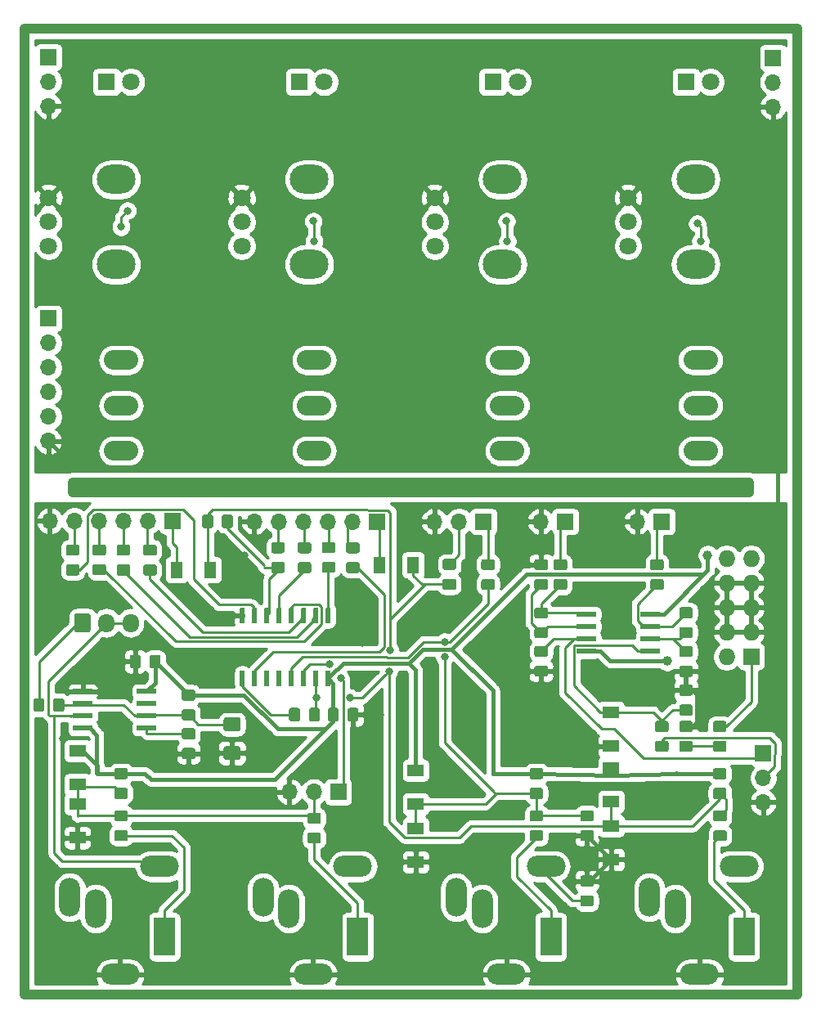
<source format=gbr>
%TF.GenerationSoftware,KiCad,Pcbnew,(5.1.5)-3*%
%TF.CreationDate,2020-04-29T23:45:48+02:00*%
%TF.ProjectId,KicadJE_SympleSeq,4b696361-644a-4455-9f53-796d706c6553,Rev A*%
%TF.SameCoordinates,Original*%
%TF.FileFunction,Copper,L1,Top*%
%TF.FilePolarity,Positive*%
%FSLAX46Y46*%
G04 Gerber Fmt 4.6, Leading zero omitted, Abs format (unit mm)*
G04 Created by KiCad (PCBNEW (5.1.5)-3) date 2020-04-29 23:45:48*
%MOMM*%
%LPD*%
G04 APERTURE LIST*
%ADD10C,1.000000*%
%ADD11C,0.150000*%
%ADD12O,1.700000X1.700000*%
%ADD13R,1.700000X1.700000*%
%ADD14R,1.727200X1.727200*%
%ADD15O,1.727200X1.727200*%
%ADD16O,1.700000X1.950000*%
%ADD17C,1.800000*%
%ADD18O,4.000000X3.000000*%
%ADD19R,2.000000X0.550000*%
%ADD20O,3.556000X2.032000*%
%ADD21R,2.200000X4.000000*%
%ADD22O,4.000000X2.200000*%
%ADD23O,2.200000X4.000000*%
%ADD24R,1.700000X1.300000*%
%ADD25R,1.300000X1.700000*%
%ADD26R,1.800000X1.800000*%
%ADD27C,1.000000*%
%ADD28C,0.800000*%
%ADD29C,0.400000*%
%ADD30C,0.250000*%
%ADD31C,0.254000*%
G04 APERTURE END LIST*
D10*
X105000000Y-96950000D02*
X105000000Y-97950000D01*
X175000000Y-96950000D02*
X175000000Y-97950000D01*
X105000000Y-96950000D02*
X175000000Y-96950000D01*
X175000000Y-97950000D02*
X105000000Y-97950000D01*
X180000000Y-50000000D02*
X100000000Y-50000000D01*
X180000000Y-150000000D02*
X180000000Y-50000000D01*
X100000000Y-150000000D02*
X180000000Y-150000000D01*
X100000000Y-50000000D02*
X100000000Y-150000000D01*
%TA.AperFunction,SMDPad,CuDef*%
D11*
G36*
X122149504Y-124263704D02*
G01*
X122173773Y-124267304D01*
X122197571Y-124273265D01*
X122220671Y-124281530D01*
X122242849Y-124292020D01*
X122263893Y-124304633D01*
X122283598Y-124319247D01*
X122301777Y-124335723D01*
X122318253Y-124353902D01*
X122332867Y-124373607D01*
X122345480Y-124394651D01*
X122355970Y-124416829D01*
X122364235Y-124439929D01*
X122370196Y-124463727D01*
X122373796Y-124487996D01*
X122375000Y-124512500D01*
X122375000Y-125437500D01*
X122373796Y-125462004D01*
X122370196Y-125486273D01*
X122364235Y-125510071D01*
X122355970Y-125533171D01*
X122345480Y-125555349D01*
X122332867Y-125576393D01*
X122318253Y-125596098D01*
X122301777Y-125614277D01*
X122283598Y-125630753D01*
X122263893Y-125645367D01*
X122242849Y-125657980D01*
X122220671Y-125668470D01*
X122197571Y-125676735D01*
X122173773Y-125682696D01*
X122149504Y-125686296D01*
X122125000Y-125687500D01*
X120875000Y-125687500D01*
X120850496Y-125686296D01*
X120826227Y-125682696D01*
X120802429Y-125676735D01*
X120779329Y-125668470D01*
X120757151Y-125657980D01*
X120736107Y-125645367D01*
X120716402Y-125630753D01*
X120698223Y-125614277D01*
X120681747Y-125596098D01*
X120667133Y-125576393D01*
X120654520Y-125555349D01*
X120644030Y-125533171D01*
X120635765Y-125510071D01*
X120629804Y-125486273D01*
X120626204Y-125462004D01*
X120625000Y-125437500D01*
X120625000Y-124512500D01*
X120626204Y-124487996D01*
X120629804Y-124463727D01*
X120635765Y-124439929D01*
X120644030Y-124416829D01*
X120654520Y-124394651D01*
X120667133Y-124373607D01*
X120681747Y-124353902D01*
X120698223Y-124335723D01*
X120716402Y-124319247D01*
X120736107Y-124304633D01*
X120757151Y-124292020D01*
X120779329Y-124281530D01*
X120802429Y-124273265D01*
X120826227Y-124267304D01*
X120850496Y-124263704D01*
X120875000Y-124262500D01*
X122125000Y-124262500D01*
X122149504Y-124263704D01*
G37*
%TD.AperFunction*%
%TA.AperFunction,SMDPad,CuDef*%
G36*
X122149504Y-121288704D02*
G01*
X122173773Y-121292304D01*
X122197571Y-121298265D01*
X122220671Y-121306530D01*
X122242849Y-121317020D01*
X122263893Y-121329633D01*
X122283598Y-121344247D01*
X122301777Y-121360723D01*
X122318253Y-121378902D01*
X122332867Y-121398607D01*
X122345480Y-121419651D01*
X122355970Y-121441829D01*
X122364235Y-121464929D01*
X122370196Y-121488727D01*
X122373796Y-121512996D01*
X122375000Y-121537500D01*
X122375000Y-122462500D01*
X122373796Y-122487004D01*
X122370196Y-122511273D01*
X122364235Y-122535071D01*
X122355970Y-122558171D01*
X122345480Y-122580349D01*
X122332867Y-122601393D01*
X122318253Y-122621098D01*
X122301777Y-122639277D01*
X122283598Y-122655753D01*
X122263893Y-122670367D01*
X122242849Y-122682980D01*
X122220671Y-122693470D01*
X122197571Y-122701735D01*
X122173773Y-122707696D01*
X122149504Y-122711296D01*
X122125000Y-122712500D01*
X120875000Y-122712500D01*
X120850496Y-122711296D01*
X120826227Y-122707696D01*
X120802429Y-122701735D01*
X120779329Y-122693470D01*
X120757151Y-122682980D01*
X120736107Y-122670367D01*
X120716402Y-122655753D01*
X120698223Y-122639277D01*
X120681747Y-122621098D01*
X120667133Y-122601393D01*
X120654520Y-122580349D01*
X120644030Y-122558171D01*
X120635765Y-122535071D01*
X120629804Y-122511273D01*
X120626204Y-122487004D01*
X120625000Y-122462500D01*
X120625000Y-121537500D01*
X120626204Y-121512996D01*
X120629804Y-121488727D01*
X120635765Y-121464929D01*
X120644030Y-121441829D01*
X120654520Y-121419651D01*
X120667133Y-121398607D01*
X120681747Y-121378902D01*
X120698223Y-121360723D01*
X120716402Y-121344247D01*
X120736107Y-121329633D01*
X120757151Y-121317020D01*
X120779329Y-121306530D01*
X120802429Y-121298265D01*
X120826227Y-121292304D01*
X120850496Y-121288704D01*
X120875000Y-121287500D01*
X122125000Y-121287500D01*
X122149504Y-121288704D01*
G37*
%TD.AperFunction*%
D12*
X153460000Y-101000000D03*
D13*
X156000000Y-101000000D03*
D12*
X102500000Y-92700000D03*
X102500000Y-90160000D03*
X102500000Y-87620000D03*
X102500000Y-85080000D03*
X102500000Y-82540000D03*
D13*
X102500000Y-80000000D03*
X102500000Y-52920000D03*
D12*
X102500000Y-55460000D03*
X102500000Y-58000000D03*
X177500000Y-58080000D03*
X177500000Y-55540000D03*
D13*
X177500000Y-53000000D03*
X147540000Y-101000000D03*
D12*
X145000000Y-101000000D03*
X142460000Y-101000000D03*
D13*
X166000000Y-101000000D03*
D12*
X163460000Y-101000000D03*
D13*
X115324999Y-100955001D03*
D12*
X112784999Y-100955001D03*
X110244999Y-100955001D03*
X107704999Y-100955001D03*
X105164999Y-100955001D03*
X102624999Y-100955001D03*
D13*
X136500000Y-101000000D03*
D12*
X133960000Y-101000000D03*
X131420000Y-101000000D03*
X128880000Y-101000000D03*
X126340000Y-101000000D03*
X123800000Y-101000000D03*
D14*
X175250000Y-115000000D03*
D15*
X172710000Y-115000000D03*
X175250000Y-112460000D03*
X172710000Y-112460000D03*
X175250000Y-109920000D03*
X172710000Y-109920000D03*
X175250000Y-107380000D03*
X172710000Y-107380000D03*
X175250000Y-104840000D03*
X172710000Y-104840000D03*
%TA.AperFunction,ComponentPad*%
D11*
G36*
X106624504Y-110526204D02*
G01*
X106648773Y-110529804D01*
X106672571Y-110535765D01*
X106695671Y-110544030D01*
X106717849Y-110554520D01*
X106738893Y-110567133D01*
X106758598Y-110581747D01*
X106776777Y-110598223D01*
X106793253Y-110616402D01*
X106807867Y-110636107D01*
X106820480Y-110657151D01*
X106830970Y-110679329D01*
X106839235Y-110702429D01*
X106845196Y-110726227D01*
X106848796Y-110750496D01*
X106850000Y-110775000D01*
X106850000Y-112225000D01*
X106848796Y-112249504D01*
X106845196Y-112273773D01*
X106839235Y-112297571D01*
X106830970Y-112320671D01*
X106820480Y-112342849D01*
X106807867Y-112363893D01*
X106793253Y-112383598D01*
X106776777Y-112401777D01*
X106758598Y-112418253D01*
X106738893Y-112432867D01*
X106717849Y-112445480D01*
X106695671Y-112455970D01*
X106672571Y-112464235D01*
X106648773Y-112470196D01*
X106624504Y-112473796D01*
X106600000Y-112475000D01*
X105400000Y-112475000D01*
X105375496Y-112473796D01*
X105351227Y-112470196D01*
X105327429Y-112464235D01*
X105304329Y-112455970D01*
X105282151Y-112445480D01*
X105261107Y-112432867D01*
X105241402Y-112418253D01*
X105223223Y-112401777D01*
X105206747Y-112383598D01*
X105192133Y-112363893D01*
X105179520Y-112342849D01*
X105169030Y-112320671D01*
X105160765Y-112297571D01*
X105154804Y-112273773D01*
X105151204Y-112249504D01*
X105150000Y-112225000D01*
X105150000Y-110775000D01*
X105151204Y-110750496D01*
X105154804Y-110726227D01*
X105160765Y-110702429D01*
X105169030Y-110679329D01*
X105179520Y-110657151D01*
X105192133Y-110636107D01*
X105206747Y-110616402D01*
X105223223Y-110598223D01*
X105241402Y-110581747D01*
X105261107Y-110567133D01*
X105282151Y-110554520D01*
X105304329Y-110544030D01*
X105327429Y-110535765D01*
X105351227Y-110529804D01*
X105375496Y-110526204D01*
X105400000Y-110525000D01*
X106600000Y-110525000D01*
X106624504Y-110526204D01*
G37*
%TD.AperFunction*%
D16*
X108500000Y-111500000D03*
X111000000Y-111500000D03*
D17*
X102500000Y-67500000D03*
X102500000Y-70000000D03*
X102500000Y-72500000D03*
D18*
X109500000Y-65600000D03*
X109500000Y-74400000D03*
D17*
X122500000Y-67500000D03*
X122500000Y-70000000D03*
X122500000Y-72500000D03*
D18*
X129500000Y-65600000D03*
X129500000Y-74400000D03*
X149500000Y-74400000D03*
X149500000Y-65600000D03*
D17*
X142500000Y-72500000D03*
X142500000Y-70000000D03*
X142500000Y-67500000D03*
D18*
X169500000Y-74400000D03*
X169500000Y-65600000D03*
D17*
X162500000Y-72500000D03*
X162500000Y-70000000D03*
X162500000Y-67500000D03*
D19*
X106055001Y-118595000D03*
X106055001Y-119865000D03*
X106055001Y-121135000D03*
X106055001Y-122405000D03*
X112655001Y-122405000D03*
X112655001Y-121135000D03*
X112655001Y-119865000D03*
X112655001Y-118595000D03*
%TA.AperFunction,SMDPad,CuDef*%
D11*
G36*
X131595977Y-116450662D02*
G01*
X131609325Y-116452642D01*
X131622414Y-116455921D01*
X131635119Y-116460467D01*
X131647317Y-116466236D01*
X131658891Y-116473173D01*
X131669729Y-116481211D01*
X131679727Y-116490273D01*
X131688789Y-116500271D01*
X131696827Y-116511109D01*
X131703764Y-116522683D01*
X131709533Y-116534881D01*
X131714079Y-116547586D01*
X131717358Y-116560675D01*
X131719338Y-116574023D01*
X131720000Y-116587500D01*
X131720000Y-117912500D01*
X131719338Y-117925977D01*
X131717358Y-117939325D01*
X131714079Y-117952414D01*
X131709533Y-117965119D01*
X131703764Y-117977317D01*
X131696827Y-117988891D01*
X131688789Y-117999729D01*
X131679727Y-118009727D01*
X131669729Y-118018789D01*
X131658891Y-118026827D01*
X131647317Y-118033764D01*
X131635119Y-118039533D01*
X131622414Y-118044079D01*
X131609325Y-118047358D01*
X131595977Y-118049338D01*
X131582500Y-118050000D01*
X131307500Y-118050000D01*
X131294023Y-118049338D01*
X131280675Y-118047358D01*
X131267586Y-118044079D01*
X131254881Y-118039533D01*
X131242683Y-118033764D01*
X131231109Y-118026827D01*
X131220271Y-118018789D01*
X131210273Y-118009727D01*
X131201211Y-117999729D01*
X131193173Y-117988891D01*
X131186236Y-117977317D01*
X131180467Y-117965119D01*
X131175921Y-117952414D01*
X131172642Y-117939325D01*
X131170662Y-117925977D01*
X131170000Y-117912500D01*
X131170000Y-116587500D01*
X131170662Y-116574023D01*
X131172642Y-116560675D01*
X131175921Y-116547586D01*
X131180467Y-116534881D01*
X131186236Y-116522683D01*
X131193173Y-116511109D01*
X131201211Y-116500271D01*
X131210273Y-116490273D01*
X131220271Y-116481211D01*
X131231109Y-116473173D01*
X131242683Y-116466236D01*
X131254881Y-116460467D01*
X131267586Y-116455921D01*
X131280675Y-116452642D01*
X131294023Y-116450662D01*
X131307500Y-116450000D01*
X131582500Y-116450000D01*
X131595977Y-116450662D01*
G37*
%TD.AperFunction*%
%TA.AperFunction,SMDPad,CuDef*%
G36*
X130325977Y-116450662D02*
G01*
X130339325Y-116452642D01*
X130352414Y-116455921D01*
X130365119Y-116460467D01*
X130377317Y-116466236D01*
X130388891Y-116473173D01*
X130399729Y-116481211D01*
X130409727Y-116490273D01*
X130418789Y-116500271D01*
X130426827Y-116511109D01*
X130433764Y-116522683D01*
X130439533Y-116534881D01*
X130444079Y-116547586D01*
X130447358Y-116560675D01*
X130449338Y-116574023D01*
X130450000Y-116587500D01*
X130450000Y-117912500D01*
X130449338Y-117925977D01*
X130447358Y-117939325D01*
X130444079Y-117952414D01*
X130439533Y-117965119D01*
X130433764Y-117977317D01*
X130426827Y-117988891D01*
X130418789Y-117999729D01*
X130409727Y-118009727D01*
X130399729Y-118018789D01*
X130388891Y-118026827D01*
X130377317Y-118033764D01*
X130365119Y-118039533D01*
X130352414Y-118044079D01*
X130339325Y-118047358D01*
X130325977Y-118049338D01*
X130312500Y-118050000D01*
X130037500Y-118050000D01*
X130024023Y-118049338D01*
X130010675Y-118047358D01*
X129997586Y-118044079D01*
X129984881Y-118039533D01*
X129972683Y-118033764D01*
X129961109Y-118026827D01*
X129950271Y-118018789D01*
X129940273Y-118009727D01*
X129931211Y-117999729D01*
X129923173Y-117988891D01*
X129916236Y-117977317D01*
X129910467Y-117965119D01*
X129905921Y-117952414D01*
X129902642Y-117939325D01*
X129900662Y-117925977D01*
X129900000Y-117912500D01*
X129900000Y-116587500D01*
X129900662Y-116574023D01*
X129902642Y-116560675D01*
X129905921Y-116547586D01*
X129910467Y-116534881D01*
X129916236Y-116522683D01*
X129923173Y-116511109D01*
X129931211Y-116500271D01*
X129940273Y-116490273D01*
X129950271Y-116481211D01*
X129961109Y-116473173D01*
X129972683Y-116466236D01*
X129984881Y-116460467D01*
X129997586Y-116455921D01*
X130010675Y-116452642D01*
X130024023Y-116450662D01*
X130037500Y-116450000D01*
X130312500Y-116450000D01*
X130325977Y-116450662D01*
G37*
%TD.AperFunction*%
%TA.AperFunction,SMDPad,CuDef*%
G36*
X129055977Y-116450662D02*
G01*
X129069325Y-116452642D01*
X129082414Y-116455921D01*
X129095119Y-116460467D01*
X129107317Y-116466236D01*
X129118891Y-116473173D01*
X129129729Y-116481211D01*
X129139727Y-116490273D01*
X129148789Y-116500271D01*
X129156827Y-116511109D01*
X129163764Y-116522683D01*
X129169533Y-116534881D01*
X129174079Y-116547586D01*
X129177358Y-116560675D01*
X129179338Y-116574023D01*
X129180000Y-116587500D01*
X129180000Y-117912500D01*
X129179338Y-117925977D01*
X129177358Y-117939325D01*
X129174079Y-117952414D01*
X129169533Y-117965119D01*
X129163764Y-117977317D01*
X129156827Y-117988891D01*
X129148789Y-117999729D01*
X129139727Y-118009727D01*
X129129729Y-118018789D01*
X129118891Y-118026827D01*
X129107317Y-118033764D01*
X129095119Y-118039533D01*
X129082414Y-118044079D01*
X129069325Y-118047358D01*
X129055977Y-118049338D01*
X129042500Y-118050000D01*
X128767500Y-118050000D01*
X128754023Y-118049338D01*
X128740675Y-118047358D01*
X128727586Y-118044079D01*
X128714881Y-118039533D01*
X128702683Y-118033764D01*
X128691109Y-118026827D01*
X128680271Y-118018789D01*
X128670273Y-118009727D01*
X128661211Y-117999729D01*
X128653173Y-117988891D01*
X128646236Y-117977317D01*
X128640467Y-117965119D01*
X128635921Y-117952414D01*
X128632642Y-117939325D01*
X128630662Y-117925977D01*
X128630000Y-117912500D01*
X128630000Y-116587500D01*
X128630662Y-116574023D01*
X128632642Y-116560675D01*
X128635921Y-116547586D01*
X128640467Y-116534881D01*
X128646236Y-116522683D01*
X128653173Y-116511109D01*
X128661211Y-116500271D01*
X128670273Y-116490273D01*
X128680271Y-116481211D01*
X128691109Y-116473173D01*
X128702683Y-116466236D01*
X128714881Y-116460467D01*
X128727586Y-116455921D01*
X128740675Y-116452642D01*
X128754023Y-116450662D01*
X128767500Y-116450000D01*
X129042500Y-116450000D01*
X129055977Y-116450662D01*
G37*
%TD.AperFunction*%
%TA.AperFunction,SMDPad,CuDef*%
G36*
X127785977Y-116450662D02*
G01*
X127799325Y-116452642D01*
X127812414Y-116455921D01*
X127825119Y-116460467D01*
X127837317Y-116466236D01*
X127848891Y-116473173D01*
X127859729Y-116481211D01*
X127869727Y-116490273D01*
X127878789Y-116500271D01*
X127886827Y-116511109D01*
X127893764Y-116522683D01*
X127899533Y-116534881D01*
X127904079Y-116547586D01*
X127907358Y-116560675D01*
X127909338Y-116574023D01*
X127910000Y-116587500D01*
X127910000Y-117912500D01*
X127909338Y-117925977D01*
X127907358Y-117939325D01*
X127904079Y-117952414D01*
X127899533Y-117965119D01*
X127893764Y-117977317D01*
X127886827Y-117988891D01*
X127878789Y-117999729D01*
X127869727Y-118009727D01*
X127859729Y-118018789D01*
X127848891Y-118026827D01*
X127837317Y-118033764D01*
X127825119Y-118039533D01*
X127812414Y-118044079D01*
X127799325Y-118047358D01*
X127785977Y-118049338D01*
X127772500Y-118050000D01*
X127497500Y-118050000D01*
X127484023Y-118049338D01*
X127470675Y-118047358D01*
X127457586Y-118044079D01*
X127444881Y-118039533D01*
X127432683Y-118033764D01*
X127421109Y-118026827D01*
X127410271Y-118018789D01*
X127400273Y-118009727D01*
X127391211Y-117999729D01*
X127383173Y-117988891D01*
X127376236Y-117977317D01*
X127370467Y-117965119D01*
X127365921Y-117952414D01*
X127362642Y-117939325D01*
X127360662Y-117925977D01*
X127360000Y-117912500D01*
X127360000Y-116587500D01*
X127360662Y-116574023D01*
X127362642Y-116560675D01*
X127365921Y-116547586D01*
X127370467Y-116534881D01*
X127376236Y-116522683D01*
X127383173Y-116511109D01*
X127391211Y-116500271D01*
X127400273Y-116490273D01*
X127410271Y-116481211D01*
X127421109Y-116473173D01*
X127432683Y-116466236D01*
X127444881Y-116460467D01*
X127457586Y-116455921D01*
X127470675Y-116452642D01*
X127484023Y-116450662D01*
X127497500Y-116450000D01*
X127772500Y-116450000D01*
X127785977Y-116450662D01*
G37*
%TD.AperFunction*%
%TA.AperFunction,SMDPad,CuDef*%
G36*
X126515977Y-116450662D02*
G01*
X126529325Y-116452642D01*
X126542414Y-116455921D01*
X126555119Y-116460467D01*
X126567317Y-116466236D01*
X126578891Y-116473173D01*
X126589729Y-116481211D01*
X126599727Y-116490273D01*
X126608789Y-116500271D01*
X126616827Y-116511109D01*
X126623764Y-116522683D01*
X126629533Y-116534881D01*
X126634079Y-116547586D01*
X126637358Y-116560675D01*
X126639338Y-116574023D01*
X126640000Y-116587500D01*
X126640000Y-117912500D01*
X126639338Y-117925977D01*
X126637358Y-117939325D01*
X126634079Y-117952414D01*
X126629533Y-117965119D01*
X126623764Y-117977317D01*
X126616827Y-117988891D01*
X126608789Y-117999729D01*
X126599727Y-118009727D01*
X126589729Y-118018789D01*
X126578891Y-118026827D01*
X126567317Y-118033764D01*
X126555119Y-118039533D01*
X126542414Y-118044079D01*
X126529325Y-118047358D01*
X126515977Y-118049338D01*
X126502500Y-118050000D01*
X126227500Y-118050000D01*
X126214023Y-118049338D01*
X126200675Y-118047358D01*
X126187586Y-118044079D01*
X126174881Y-118039533D01*
X126162683Y-118033764D01*
X126151109Y-118026827D01*
X126140271Y-118018789D01*
X126130273Y-118009727D01*
X126121211Y-117999729D01*
X126113173Y-117988891D01*
X126106236Y-117977317D01*
X126100467Y-117965119D01*
X126095921Y-117952414D01*
X126092642Y-117939325D01*
X126090662Y-117925977D01*
X126090000Y-117912500D01*
X126090000Y-116587500D01*
X126090662Y-116574023D01*
X126092642Y-116560675D01*
X126095921Y-116547586D01*
X126100467Y-116534881D01*
X126106236Y-116522683D01*
X126113173Y-116511109D01*
X126121211Y-116500271D01*
X126130273Y-116490273D01*
X126140271Y-116481211D01*
X126151109Y-116473173D01*
X126162683Y-116466236D01*
X126174881Y-116460467D01*
X126187586Y-116455921D01*
X126200675Y-116452642D01*
X126214023Y-116450662D01*
X126227500Y-116450000D01*
X126502500Y-116450000D01*
X126515977Y-116450662D01*
G37*
%TD.AperFunction*%
%TA.AperFunction,SMDPad,CuDef*%
G36*
X125245977Y-116450662D02*
G01*
X125259325Y-116452642D01*
X125272414Y-116455921D01*
X125285119Y-116460467D01*
X125297317Y-116466236D01*
X125308891Y-116473173D01*
X125319729Y-116481211D01*
X125329727Y-116490273D01*
X125338789Y-116500271D01*
X125346827Y-116511109D01*
X125353764Y-116522683D01*
X125359533Y-116534881D01*
X125364079Y-116547586D01*
X125367358Y-116560675D01*
X125369338Y-116574023D01*
X125370000Y-116587500D01*
X125370000Y-117912500D01*
X125369338Y-117925977D01*
X125367358Y-117939325D01*
X125364079Y-117952414D01*
X125359533Y-117965119D01*
X125353764Y-117977317D01*
X125346827Y-117988891D01*
X125338789Y-117999729D01*
X125329727Y-118009727D01*
X125319729Y-118018789D01*
X125308891Y-118026827D01*
X125297317Y-118033764D01*
X125285119Y-118039533D01*
X125272414Y-118044079D01*
X125259325Y-118047358D01*
X125245977Y-118049338D01*
X125232500Y-118050000D01*
X124957500Y-118050000D01*
X124944023Y-118049338D01*
X124930675Y-118047358D01*
X124917586Y-118044079D01*
X124904881Y-118039533D01*
X124892683Y-118033764D01*
X124881109Y-118026827D01*
X124870271Y-118018789D01*
X124860273Y-118009727D01*
X124851211Y-117999729D01*
X124843173Y-117988891D01*
X124836236Y-117977317D01*
X124830467Y-117965119D01*
X124825921Y-117952414D01*
X124822642Y-117939325D01*
X124820662Y-117925977D01*
X124820000Y-117912500D01*
X124820000Y-116587500D01*
X124820662Y-116574023D01*
X124822642Y-116560675D01*
X124825921Y-116547586D01*
X124830467Y-116534881D01*
X124836236Y-116522683D01*
X124843173Y-116511109D01*
X124851211Y-116500271D01*
X124860273Y-116490273D01*
X124870271Y-116481211D01*
X124881109Y-116473173D01*
X124892683Y-116466236D01*
X124904881Y-116460467D01*
X124917586Y-116455921D01*
X124930675Y-116452642D01*
X124944023Y-116450662D01*
X124957500Y-116450000D01*
X125232500Y-116450000D01*
X125245977Y-116450662D01*
G37*
%TD.AperFunction*%
%TA.AperFunction,SMDPad,CuDef*%
G36*
X123975977Y-116450662D02*
G01*
X123989325Y-116452642D01*
X124002414Y-116455921D01*
X124015119Y-116460467D01*
X124027317Y-116466236D01*
X124038891Y-116473173D01*
X124049729Y-116481211D01*
X124059727Y-116490273D01*
X124068789Y-116500271D01*
X124076827Y-116511109D01*
X124083764Y-116522683D01*
X124089533Y-116534881D01*
X124094079Y-116547586D01*
X124097358Y-116560675D01*
X124099338Y-116574023D01*
X124100000Y-116587500D01*
X124100000Y-117912500D01*
X124099338Y-117925977D01*
X124097358Y-117939325D01*
X124094079Y-117952414D01*
X124089533Y-117965119D01*
X124083764Y-117977317D01*
X124076827Y-117988891D01*
X124068789Y-117999729D01*
X124059727Y-118009727D01*
X124049729Y-118018789D01*
X124038891Y-118026827D01*
X124027317Y-118033764D01*
X124015119Y-118039533D01*
X124002414Y-118044079D01*
X123989325Y-118047358D01*
X123975977Y-118049338D01*
X123962500Y-118050000D01*
X123687500Y-118050000D01*
X123674023Y-118049338D01*
X123660675Y-118047358D01*
X123647586Y-118044079D01*
X123634881Y-118039533D01*
X123622683Y-118033764D01*
X123611109Y-118026827D01*
X123600271Y-118018789D01*
X123590273Y-118009727D01*
X123581211Y-117999729D01*
X123573173Y-117988891D01*
X123566236Y-117977317D01*
X123560467Y-117965119D01*
X123555921Y-117952414D01*
X123552642Y-117939325D01*
X123550662Y-117925977D01*
X123550000Y-117912500D01*
X123550000Y-116587500D01*
X123550662Y-116574023D01*
X123552642Y-116560675D01*
X123555921Y-116547586D01*
X123560467Y-116534881D01*
X123566236Y-116522683D01*
X123573173Y-116511109D01*
X123581211Y-116500271D01*
X123590273Y-116490273D01*
X123600271Y-116481211D01*
X123611109Y-116473173D01*
X123622683Y-116466236D01*
X123634881Y-116460467D01*
X123647586Y-116455921D01*
X123660675Y-116452642D01*
X123674023Y-116450662D01*
X123687500Y-116450000D01*
X123962500Y-116450000D01*
X123975977Y-116450662D01*
G37*
%TD.AperFunction*%
%TA.AperFunction,SMDPad,CuDef*%
G36*
X122705977Y-116450662D02*
G01*
X122719325Y-116452642D01*
X122732414Y-116455921D01*
X122745119Y-116460467D01*
X122757317Y-116466236D01*
X122768891Y-116473173D01*
X122779729Y-116481211D01*
X122789727Y-116490273D01*
X122798789Y-116500271D01*
X122806827Y-116511109D01*
X122813764Y-116522683D01*
X122819533Y-116534881D01*
X122824079Y-116547586D01*
X122827358Y-116560675D01*
X122829338Y-116574023D01*
X122830000Y-116587500D01*
X122830000Y-117912500D01*
X122829338Y-117925977D01*
X122827358Y-117939325D01*
X122824079Y-117952414D01*
X122819533Y-117965119D01*
X122813764Y-117977317D01*
X122806827Y-117988891D01*
X122798789Y-117999729D01*
X122789727Y-118009727D01*
X122779729Y-118018789D01*
X122768891Y-118026827D01*
X122757317Y-118033764D01*
X122745119Y-118039533D01*
X122732414Y-118044079D01*
X122719325Y-118047358D01*
X122705977Y-118049338D01*
X122692500Y-118050000D01*
X122417500Y-118050000D01*
X122404023Y-118049338D01*
X122390675Y-118047358D01*
X122377586Y-118044079D01*
X122364881Y-118039533D01*
X122352683Y-118033764D01*
X122341109Y-118026827D01*
X122330271Y-118018789D01*
X122320273Y-118009727D01*
X122311211Y-117999729D01*
X122303173Y-117988891D01*
X122296236Y-117977317D01*
X122290467Y-117965119D01*
X122285921Y-117952414D01*
X122282642Y-117939325D01*
X122280662Y-117925977D01*
X122280000Y-117912500D01*
X122280000Y-116587500D01*
X122280662Y-116574023D01*
X122282642Y-116560675D01*
X122285921Y-116547586D01*
X122290467Y-116534881D01*
X122296236Y-116522683D01*
X122303173Y-116511109D01*
X122311211Y-116500271D01*
X122320273Y-116490273D01*
X122330271Y-116481211D01*
X122341109Y-116473173D01*
X122352683Y-116466236D01*
X122364881Y-116460467D01*
X122377586Y-116455921D01*
X122390675Y-116452642D01*
X122404023Y-116450662D01*
X122417500Y-116450000D01*
X122692500Y-116450000D01*
X122705977Y-116450662D01*
G37*
%TD.AperFunction*%
%TA.AperFunction,SMDPad,CuDef*%
G36*
X122705977Y-109950662D02*
G01*
X122719325Y-109952642D01*
X122732414Y-109955921D01*
X122745119Y-109960467D01*
X122757317Y-109966236D01*
X122768891Y-109973173D01*
X122779729Y-109981211D01*
X122789727Y-109990273D01*
X122798789Y-110000271D01*
X122806827Y-110011109D01*
X122813764Y-110022683D01*
X122819533Y-110034881D01*
X122824079Y-110047586D01*
X122827358Y-110060675D01*
X122829338Y-110074023D01*
X122830000Y-110087500D01*
X122830000Y-111412500D01*
X122829338Y-111425977D01*
X122827358Y-111439325D01*
X122824079Y-111452414D01*
X122819533Y-111465119D01*
X122813764Y-111477317D01*
X122806827Y-111488891D01*
X122798789Y-111499729D01*
X122789727Y-111509727D01*
X122779729Y-111518789D01*
X122768891Y-111526827D01*
X122757317Y-111533764D01*
X122745119Y-111539533D01*
X122732414Y-111544079D01*
X122719325Y-111547358D01*
X122705977Y-111549338D01*
X122692500Y-111550000D01*
X122417500Y-111550000D01*
X122404023Y-111549338D01*
X122390675Y-111547358D01*
X122377586Y-111544079D01*
X122364881Y-111539533D01*
X122352683Y-111533764D01*
X122341109Y-111526827D01*
X122330271Y-111518789D01*
X122320273Y-111509727D01*
X122311211Y-111499729D01*
X122303173Y-111488891D01*
X122296236Y-111477317D01*
X122290467Y-111465119D01*
X122285921Y-111452414D01*
X122282642Y-111439325D01*
X122280662Y-111425977D01*
X122280000Y-111412500D01*
X122280000Y-110087500D01*
X122280662Y-110074023D01*
X122282642Y-110060675D01*
X122285921Y-110047586D01*
X122290467Y-110034881D01*
X122296236Y-110022683D01*
X122303173Y-110011109D01*
X122311211Y-110000271D01*
X122320273Y-109990273D01*
X122330271Y-109981211D01*
X122341109Y-109973173D01*
X122352683Y-109966236D01*
X122364881Y-109960467D01*
X122377586Y-109955921D01*
X122390675Y-109952642D01*
X122404023Y-109950662D01*
X122417500Y-109950000D01*
X122692500Y-109950000D01*
X122705977Y-109950662D01*
G37*
%TD.AperFunction*%
%TA.AperFunction,SMDPad,CuDef*%
G36*
X123975977Y-109950662D02*
G01*
X123989325Y-109952642D01*
X124002414Y-109955921D01*
X124015119Y-109960467D01*
X124027317Y-109966236D01*
X124038891Y-109973173D01*
X124049729Y-109981211D01*
X124059727Y-109990273D01*
X124068789Y-110000271D01*
X124076827Y-110011109D01*
X124083764Y-110022683D01*
X124089533Y-110034881D01*
X124094079Y-110047586D01*
X124097358Y-110060675D01*
X124099338Y-110074023D01*
X124100000Y-110087500D01*
X124100000Y-111412500D01*
X124099338Y-111425977D01*
X124097358Y-111439325D01*
X124094079Y-111452414D01*
X124089533Y-111465119D01*
X124083764Y-111477317D01*
X124076827Y-111488891D01*
X124068789Y-111499729D01*
X124059727Y-111509727D01*
X124049729Y-111518789D01*
X124038891Y-111526827D01*
X124027317Y-111533764D01*
X124015119Y-111539533D01*
X124002414Y-111544079D01*
X123989325Y-111547358D01*
X123975977Y-111549338D01*
X123962500Y-111550000D01*
X123687500Y-111550000D01*
X123674023Y-111549338D01*
X123660675Y-111547358D01*
X123647586Y-111544079D01*
X123634881Y-111539533D01*
X123622683Y-111533764D01*
X123611109Y-111526827D01*
X123600271Y-111518789D01*
X123590273Y-111509727D01*
X123581211Y-111499729D01*
X123573173Y-111488891D01*
X123566236Y-111477317D01*
X123560467Y-111465119D01*
X123555921Y-111452414D01*
X123552642Y-111439325D01*
X123550662Y-111425977D01*
X123550000Y-111412500D01*
X123550000Y-110087500D01*
X123550662Y-110074023D01*
X123552642Y-110060675D01*
X123555921Y-110047586D01*
X123560467Y-110034881D01*
X123566236Y-110022683D01*
X123573173Y-110011109D01*
X123581211Y-110000271D01*
X123590273Y-109990273D01*
X123600271Y-109981211D01*
X123611109Y-109973173D01*
X123622683Y-109966236D01*
X123634881Y-109960467D01*
X123647586Y-109955921D01*
X123660675Y-109952642D01*
X123674023Y-109950662D01*
X123687500Y-109950000D01*
X123962500Y-109950000D01*
X123975977Y-109950662D01*
G37*
%TD.AperFunction*%
%TA.AperFunction,SMDPad,CuDef*%
G36*
X125245977Y-109950662D02*
G01*
X125259325Y-109952642D01*
X125272414Y-109955921D01*
X125285119Y-109960467D01*
X125297317Y-109966236D01*
X125308891Y-109973173D01*
X125319729Y-109981211D01*
X125329727Y-109990273D01*
X125338789Y-110000271D01*
X125346827Y-110011109D01*
X125353764Y-110022683D01*
X125359533Y-110034881D01*
X125364079Y-110047586D01*
X125367358Y-110060675D01*
X125369338Y-110074023D01*
X125370000Y-110087500D01*
X125370000Y-111412500D01*
X125369338Y-111425977D01*
X125367358Y-111439325D01*
X125364079Y-111452414D01*
X125359533Y-111465119D01*
X125353764Y-111477317D01*
X125346827Y-111488891D01*
X125338789Y-111499729D01*
X125329727Y-111509727D01*
X125319729Y-111518789D01*
X125308891Y-111526827D01*
X125297317Y-111533764D01*
X125285119Y-111539533D01*
X125272414Y-111544079D01*
X125259325Y-111547358D01*
X125245977Y-111549338D01*
X125232500Y-111550000D01*
X124957500Y-111550000D01*
X124944023Y-111549338D01*
X124930675Y-111547358D01*
X124917586Y-111544079D01*
X124904881Y-111539533D01*
X124892683Y-111533764D01*
X124881109Y-111526827D01*
X124870271Y-111518789D01*
X124860273Y-111509727D01*
X124851211Y-111499729D01*
X124843173Y-111488891D01*
X124836236Y-111477317D01*
X124830467Y-111465119D01*
X124825921Y-111452414D01*
X124822642Y-111439325D01*
X124820662Y-111425977D01*
X124820000Y-111412500D01*
X124820000Y-110087500D01*
X124820662Y-110074023D01*
X124822642Y-110060675D01*
X124825921Y-110047586D01*
X124830467Y-110034881D01*
X124836236Y-110022683D01*
X124843173Y-110011109D01*
X124851211Y-110000271D01*
X124860273Y-109990273D01*
X124870271Y-109981211D01*
X124881109Y-109973173D01*
X124892683Y-109966236D01*
X124904881Y-109960467D01*
X124917586Y-109955921D01*
X124930675Y-109952642D01*
X124944023Y-109950662D01*
X124957500Y-109950000D01*
X125232500Y-109950000D01*
X125245977Y-109950662D01*
G37*
%TD.AperFunction*%
%TA.AperFunction,SMDPad,CuDef*%
G36*
X126515977Y-109950662D02*
G01*
X126529325Y-109952642D01*
X126542414Y-109955921D01*
X126555119Y-109960467D01*
X126567317Y-109966236D01*
X126578891Y-109973173D01*
X126589729Y-109981211D01*
X126599727Y-109990273D01*
X126608789Y-110000271D01*
X126616827Y-110011109D01*
X126623764Y-110022683D01*
X126629533Y-110034881D01*
X126634079Y-110047586D01*
X126637358Y-110060675D01*
X126639338Y-110074023D01*
X126640000Y-110087500D01*
X126640000Y-111412500D01*
X126639338Y-111425977D01*
X126637358Y-111439325D01*
X126634079Y-111452414D01*
X126629533Y-111465119D01*
X126623764Y-111477317D01*
X126616827Y-111488891D01*
X126608789Y-111499729D01*
X126599727Y-111509727D01*
X126589729Y-111518789D01*
X126578891Y-111526827D01*
X126567317Y-111533764D01*
X126555119Y-111539533D01*
X126542414Y-111544079D01*
X126529325Y-111547358D01*
X126515977Y-111549338D01*
X126502500Y-111550000D01*
X126227500Y-111550000D01*
X126214023Y-111549338D01*
X126200675Y-111547358D01*
X126187586Y-111544079D01*
X126174881Y-111539533D01*
X126162683Y-111533764D01*
X126151109Y-111526827D01*
X126140271Y-111518789D01*
X126130273Y-111509727D01*
X126121211Y-111499729D01*
X126113173Y-111488891D01*
X126106236Y-111477317D01*
X126100467Y-111465119D01*
X126095921Y-111452414D01*
X126092642Y-111439325D01*
X126090662Y-111425977D01*
X126090000Y-111412500D01*
X126090000Y-110087500D01*
X126090662Y-110074023D01*
X126092642Y-110060675D01*
X126095921Y-110047586D01*
X126100467Y-110034881D01*
X126106236Y-110022683D01*
X126113173Y-110011109D01*
X126121211Y-110000271D01*
X126130273Y-109990273D01*
X126140271Y-109981211D01*
X126151109Y-109973173D01*
X126162683Y-109966236D01*
X126174881Y-109960467D01*
X126187586Y-109955921D01*
X126200675Y-109952642D01*
X126214023Y-109950662D01*
X126227500Y-109950000D01*
X126502500Y-109950000D01*
X126515977Y-109950662D01*
G37*
%TD.AperFunction*%
%TA.AperFunction,SMDPad,CuDef*%
G36*
X127785977Y-109950662D02*
G01*
X127799325Y-109952642D01*
X127812414Y-109955921D01*
X127825119Y-109960467D01*
X127837317Y-109966236D01*
X127848891Y-109973173D01*
X127859729Y-109981211D01*
X127869727Y-109990273D01*
X127878789Y-110000271D01*
X127886827Y-110011109D01*
X127893764Y-110022683D01*
X127899533Y-110034881D01*
X127904079Y-110047586D01*
X127907358Y-110060675D01*
X127909338Y-110074023D01*
X127910000Y-110087500D01*
X127910000Y-111412500D01*
X127909338Y-111425977D01*
X127907358Y-111439325D01*
X127904079Y-111452414D01*
X127899533Y-111465119D01*
X127893764Y-111477317D01*
X127886827Y-111488891D01*
X127878789Y-111499729D01*
X127869727Y-111509727D01*
X127859729Y-111518789D01*
X127848891Y-111526827D01*
X127837317Y-111533764D01*
X127825119Y-111539533D01*
X127812414Y-111544079D01*
X127799325Y-111547358D01*
X127785977Y-111549338D01*
X127772500Y-111550000D01*
X127497500Y-111550000D01*
X127484023Y-111549338D01*
X127470675Y-111547358D01*
X127457586Y-111544079D01*
X127444881Y-111539533D01*
X127432683Y-111533764D01*
X127421109Y-111526827D01*
X127410271Y-111518789D01*
X127400273Y-111509727D01*
X127391211Y-111499729D01*
X127383173Y-111488891D01*
X127376236Y-111477317D01*
X127370467Y-111465119D01*
X127365921Y-111452414D01*
X127362642Y-111439325D01*
X127360662Y-111425977D01*
X127360000Y-111412500D01*
X127360000Y-110087500D01*
X127360662Y-110074023D01*
X127362642Y-110060675D01*
X127365921Y-110047586D01*
X127370467Y-110034881D01*
X127376236Y-110022683D01*
X127383173Y-110011109D01*
X127391211Y-110000271D01*
X127400273Y-109990273D01*
X127410271Y-109981211D01*
X127421109Y-109973173D01*
X127432683Y-109966236D01*
X127444881Y-109960467D01*
X127457586Y-109955921D01*
X127470675Y-109952642D01*
X127484023Y-109950662D01*
X127497500Y-109950000D01*
X127772500Y-109950000D01*
X127785977Y-109950662D01*
G37*
%TD.AperFunction*%
%TA.AperFunction,SMDPad,CuDef*%
G36*
X129055977Y-109950662D02*
G01*
X129069325Y-109952642D01*
X129082414Y-109955921D01*
X129095119Y-109960467D01*
X129107317Y-109966236D01*
X129118891Y-109973173D01*
X129129729Y-109981211D01*
X129139727Y-109990273D01*
X129148789Y-110000271D01*
X129156827Y-110011109D01*
X129163764Y-110022683D01*
X129169533Y-110034881D01*
X129174079Y-110047586D01*
X129177358Y-110060675D01*
X129179338Y-110074023D01*
X129180000Y-110087500D01*
X129180000Y-111412500D01*
X129179338Y-111425977D01*
X129177358Y-111439325D01*
X129174079Y-111452414D01*
X129169533Y-111465119D01*
X129163764Y-111477317D01*
X129156827Y-111488891D01*
X129148789Y-111499729D01*
X129139727Y-111509727D01*
X129129729Y-111518789D01*
X129118891Y-111526827D01*
X129107317Y-111533764D01*
X129095119Y-111539533D01*
X129082414Y-111544079D01*
X129069325Y-111547358D01*
X129055977Y-111549338D01*
X129042500Y-111550000D01*
X128767500Y-111550000D01*
X128754023Y-111549338D01*
X128740675Y-111547358D01*
X128727586Y-111544079D01*
X128714881Y-111539533D01*
X128702683Y-111533764D01*
X128691109Y-111526827D01*
X128680271Y-111518789D01*
X128670273Y-111509727D01*
X128661211Y-111499729D01*
X128653173Y-111488891D01*
X128646236Y-111477317D01*
X128640467Y-111465119D01*
X128635921Y-111452414D01*
X128632642Y-111439325D01*
X128630662Y-111425977D01*
X128630000Y-111412500D01*
X128630000Y-110087500D01*
X128630662Y-110074023D01*
X128632642Y-110060675D01*
X128635921Y-110047586D01*
X128640467Y-110034881D01*
X128646236Y-110022683D01*
X128653173Y-110011109D01*
X128661211Y-110000271D01*
X128670273Y-109990273D01*
X128680271Y-109981211D01*
X128691109Y-109973173D01*
X128702683Y-109966236D01*
X128714881Y-109960467D01*
X128727586Y-109955921D01*
X128740675Y-109952642D01*
X128754023Y-109950662D01*
X128767500Y-109950000D01*
X129042500Y-109950000D01*
X129055977Y-109950662D01*
G37*
%TD.AperFunction*%
%TA.AperFunction,SMDPad,CuDef*%
G36*
X130325977Y-109950662D02*
G01*
X130339325Y-109952642D01*
X130352414Y-109955921D01*
X130365119Y-109960467D01*
X130377317Y-109966236D01*
X130388891Y-109973173D01*
X130399729Y-109981211D01*
X130409727Y-109990273D01*
X130418789Y-110000271D01*
X130426827Y-110011109D01*
X130433764Y-110022683D01*
X130439533Y-110034881D01*
X130444079Y-110047586D01*
X130447358Y-110060675D01*
X130449338Y-110074023D01*
X130450000Y-110087500D01*
X130450000Y-111412500D01*
X130449338Y-111425977D01*
X130447358Y-111439325D01*
X130444079Y-111452414D01*
X130439533Y-111465119D01*
X130433764Y-111477317D01*
X130426827Y-111488891D01*
X130418789Y-111499729D01*
X130409727Y-111509727D01*
X130399729Y-111518789D01*
X130388891Y-111526827D01*
X130377317Y-111533764D01*
X130365119Y-111539533D01*
X130352414Y-111544079D01*
X130339325Y-111547358D01*
X130325977Y-111549338D01*
X130312500Y-111550000D01*
X130037500Y-111550000D01*
X130024023Y-111549338D01*
X130010675Y-111547358D01*
X129997586Y-111544079D01*
X129984881Y-111539533D01*
X129972683Y-111533764D01*
X129961109Y-111526827D01*
X129950271Y-111518789D01*
X129940273Y-111509727D01*
X129931211Y-111499729D01*
X129923173Y-111488891D01*
X129916236Y-111477317D01*
X129910467Y-111465119D01*
X129905921Y-111452414D01*
X129902642Y-111439325D01*
X129900662Y-111425977D01*
X129900000Y-111412500D01*
X129900000Y-110087500D01*
X129900662Y-110074023D01*
X129902642Y-110060675D01*
X129905921Y-110047586D01*
X129910467Y-110034881D01*
X129916236Y-110022683D01*
X129923173Y-110011109D01*
X129931211Y-110000271D01*
X129940273Y-109990273D01*
X129950271Y-109981211D01*
X129961109Y-109973173D01*
X129972683Y-109966236D01*
X129984881Y-109960467D01*
X129997586Y-109955921D01*
X130010675Y-109952642D01*
X130024023Y-109950662D01*
X130037500Y-109950000D01*
X130312500Y-109950000D01*
X130325977Y-109950662D01*
G37*
%TD.AperFunction*%
%TA.AperFunction,SMDPad,CuDef*%
G36*
X131595977Y-109950662D02*
G01*
X131609325Y-109952642D01*
X131622414Y-109955921D01*
X131635119Y-109960467D01*
X131647317Y-109966236D01*
X131658891Y-109973173D01*
X131669729Y-109981211D01*
X131679727Y-109990273D01*
X131688789Y-110000271D01*
X131696827Y-110011109D01*
X131703764Y-110022683D01*
X131709533Y-110034881D01*
X131714079Y-110047586D01*
X131717358Y-110060675D01*
X131719338Y-110074023D01*
X131720000Y-110087500D01*
X131720000Y-111412500D01*
X131719338Y-111425977D01*
X131717358Y-111439325D01*
X131714079Y-111452414D01*
X131709533Y-111465119D01*
X131703764Y-111477317D01*
X131696827Y-111488891D01*
X131688789Y-111499729D01*
X131679727Y-111509727D01*
X131669729Y-111518789D01*
X131658891Y-111526827D01*
X131647317Y-111533764D01*
X131635119Y-111539533D01*
X131622414Y-111544079D01*
X131609325Y-111547358D01*
X131595977Y-111549338D01*
X131582500Y-111550000D01*
X131307500Y-111550000D01*
X131294023Y-111549338D01*
X131280675Y-111547358D01*
X131267586Y-111544079D01*
X131254881Y-111539533D01*
X131242683Y-111533764D01*
X131231109Y-111526827D01*
X131220271Y-111518789D01*
X131210273Y-111509727D01*
X131201211Y-111499729D01*
X131193173Y-111488891D01*
X131186236Y-111477317D01*
X131180467Y-111465119D01*
X131175921Y-111452414D01*
X131172642Y-111439325D01*
X131170662Y-111425977D01*
X131170000Y-111412500D01*
X131170000Y-110087500D01*
X131170662Y-110074023D01*
X131172642Y-110060675D01*
X131175921Y-110047586D01*
X131180467Y-110034881D01*
X131186236Y-110022683D01*
X131193173Y-110011109D01*
X131201211Y-110000271D01*
X131210273Y-109990273D01*
X131220271Y-109981211D01*
X131231109Y-109973173D01*
X131242683Y-109966236D01*
X131254881Y-109960467D01*
X131267586Y-109955921D01*
X131280675Y-109952642D01*
X131294023Y-109950662D01*
X131307500Y-109950000D01*
X131582500Y-109950000D01*
X131595977Y-109950662D01*
G37*
%TD.AperFunction*%
D20*
X110000000Y-93700000D03*
X110000000Y-89000000D03*
X110000000Y-84300000D03*
X130000000Y-84300000D03*
X130000000Y-89000000D03*
X130000000Y-93700000D03*
X150000000Y-93700000D03*
X150000000Y-89000000D03*
X150000000Y-84300000D03*
X170000000Y-84300000D03*
X170000000Y-89000000D03*
X170000000Y-93700000D03*
D19*
X164800000Y-110595000D03*
X164800000Y-111865000D03*
X164800000Y-113135000D03*
X164800000Y-114405000D03*
X158200000Y-114405000D03*
X158200000Y-113135000D03*
X158200000Y-111865000D03*
X158200000Y-110595000D03*
D13*
X176500000Y-125000000D03*
D12*
X176500000Y-127540000D03*
X176500000Y-130080000D03*
D21*
X114500000Y-144000000D03*
D22*
X114000000Y-136700000D03*
D23*
X107400000Y-141100000D03*
X104700000Y-139900000D03*
D22*
X109900000Y-147900000D03*
D21*
X134500000Y-144000000D03*
D22*
X134000000Y-136700000D03*
D23*
X127400000Y-141100000D03*
X124700000Y-139900000D03*
D22*
X129900000Y-147900000D03*
D21*
X154500000Y-144000000D03*
D22*
X154000000Y-136700000D03*
D23*
X147400000Y-141100000D03*
X144700000Y-139900000D03*
D22*
X149900000Y-147900000D03*
X169900000Y-147900000D03*
D23*
X164700000Y-139900000D03*
X167400000Y-141100000D03*
D22*
X174000000Y-136700000D03*
D21*
X174500000Y-144000000D03*
%TA.AperFunction,SMDPad,CuDef*%
D11*
G36*
X166474505Y-123701204D02*
G01*
X166498773Y-123704804D01*
X166522572Y-123710765D01*
X166545671Y-123719030D01*
X166567850Y-123729520D01*
X166588893Y-123742132D01*
X166608599Y-123756747D01*
X166626777Y-123773223D01*
X166643253Y-123791401D01*
X166657868Y-123811107D01*
X166670480Y-123832150D01*
X166680970Y-123854329D01*
X166689235Y-123877428D01*
X166695196Y-123901227D01*
X166698796Y-123925495D01*
X166700000Y-123949999D01*
X166700000Y-124600001D01*
X166698796Y-124624505D01*
X166695196Y-124648773D01*
X166689235Y-124672572D01*
X166680970Y-124695671D01*
X166670480Y-124717850D01*
X166657868Y-124738893D01*
X166643253Y-124758599D01*
X166626777Y-124776777D01*
X166608599Y-124793253D01*
X166588893Y-124807868D01*
X166567850Y-124820480D01*
X166545671Y-124830970D01*
X166522572Y-124839235D01*
X166498773Y-124845196D01*
X166474505Y-124848796D01*
X166450001Y-124850000D01*
X165549999Y-124850000D01*
X165525495Y-124848796D01*
X165501227Y-124845196D01*
X165477428Y-124839235D01*
X165454329Y-124830970D01*
X165432150Y-124820480D01*
X165411107Y-124807868D01*
X165391401Y-124793253D01*
X165373223Y-124776777D01*
X165356747Y-124758599D01*
X165342132Y-124738893D01*
X165329520Y-124717850D01*
X165319030Y-124695671D01*
X165310765Y-124672572D01*
X165304804Y-124648773D01*
X165301204Y-124624505D01*
X165300000Y-124600001D01*
X165300000Y-123949999D01*
X165301204Y-123925495D01*
X165304804Y-123901227D01*
X165310765Y-123877428D01*
X165319030Y-123854329D01*
X165329520Y-123832150D01*
X165342132Y-123811107D01*
X165356747Y-123791401D01*
X165373223Y-123773223D01*
X165391401Y-123756747D01*
X165411107Y-123742132D01*
X165432150Y-123729520D01*
X165454329Y-123719030D01*
X165477428Y-123710765D01*
X165501227Y-123704804D01*
X165525495Y-123701204D01*
X165549999Y-123700000D01*
X166450001Y-123700000D01*
X166474505Y-123701204D01*
G37*
%TD.AperFunction*%
%TA.AperFunction,SMDPad,CuDef*%
G36*
X166474505Y-121651204D02*
G01*
X166498773Y-121654804D01*
X166522572Y-121660765D01*
X166545671Y-121669030D01*
X166567850Y-121679520D01*
X166588893Y-121692132D01*
X166608599Y-121706747D01*
X166626777Y-121723223D01*
X166643253Y-121741401D01*
X166657868Y-121761107D01*
X166670480Y-121782150D01*
X166680970Y-121804329D01*
X166689235Y-121827428D01*
X166695196Y-121851227D01*
X166698796Y-121875495D01*
X166700000Y-121899999D01*
X166700000Y-122550001D01*
X166698796Y-122574505D01*
X166695196Y-122598773D01*
X166689235Y-122622572D01*
X166680970Y-122645671D01*
X166670480Y-122667850D01*
X166657868Y-122688893D01*
X166643253Y-122708599D01*
X166626777Y-122726777D01*
X166608599Y-122743253D01*
X166588893Y-122757868D01*
X166567850Y-122770480D01*
X166545671Y-122780970D01*
X166522572Y-122789235D01*
X166498773Y-122795196D01*
X166474505Y-122798796D01*
X166450001Y-122800000D01*
X165549999Y-122800000D01*
X165525495Y-122798796D01*
X165501227Y-122795196D01*
X165477428Y-122789235D01*
X165454329Y-122780970D01*
X165432150Y-122770480D01*
X165411107Y-122757868D01*
X165391401Y-122743253D01*
X165373223Y-122726777D01*
X165356747Y-122708599D01*
X165342132Y-122688893D01*
X165329520Y-122667850D01*
X165319030Y-122645671D01*
X165310765Y-122622572D01*
X165304804Y-122598773D01*
X165301204Y-122574505D01*
X165300000Y-122550001D01*
X165300000Y-121899999D01*
X165301204Y-121875495D01*
X165304804Y-121851227D01*
X165310765Y-121827428D01*
X165319030Y-121804329D01*
X165329520Y-121782150D01*
X165342132Y-121761107D01*
X165356747Y-121741401D01*
X165373223Y-121723223D01*
X165391401Y-121706747D01*
X165411107Y-121692132D01*
X165432150Y-121679520D01*
X165454329Y-121669030D01*
X165477428Y-121660765D01*
X165501227Y-121654804D01*
X165525495Y-121651204D01*
X165549999Y-121650000D01*
X166450001Y-121650000D01*
X166474505Y-121651204D01*
G37*
%TD.AperFunction*%
%TA.AperFunction,SMDPad,CuDef*%
G36*
X113474505Y-103401204D02*
G01*
X113498773Y-103404804D01*
X113522572Y-103410765D01*
X113545671Y-103419030D01*
X113567850Y-103429520D01*
X113588893Y-103442132D01*
X113608599Y-103456747D01*
X113626777Y-103473223D01*
X113643253Y-103491401D01*
X113657868Y-103511107D01*
X113670480Y-103532150D01*
X113680970Y-103554329D01*
X113689235Y-103577428D01*
X113695196Y-103601227D01*
X113698796Y-103625495D01*
X113700000Y-103649999D01*
X113700000Y-104300001D01*
X113698796Y-104324505D01*
X113695196Y-104348773D01*
X113689235Y-104372572D01*
X113680970Y-104395671D01*
X113670480Y-104417850D01*
X113657868Y-104438893D01*
X113643253Y-104458599D01*
X113626777Y-104476777D01*
X113608599Y-104493253D01*
X113588893Y-104507868D01*
X113567850Y-104520480D01*
X113545671Y-104530970D01*
X113522572Y-104539235D01*
X113498773Y-104545196D01*
X113474505Y-104548796D01*
X113450001Y-104550000D01*
X112549999Y-104550000D01*
X112525495Y-104548796D01*
X112501227Y-104545196D01*
X112477428Y-104539235D01*
X112454329Y-104530970D01*
X112432150Y-104520480D01*
X112411107Y-104507868D01*
X112391401Y-104493253D01*
X112373223Y-104476777D01*
X112356747Y-104458599D01*
X112342132Y-104438893D01*
X112329520Y-104417850D01*
X112319030Y-104395671D01*
X112310765Y-104372572D01*
X112304804Y-104348773D01*
X112301204Y-104324505D01*
X112300000Y-104300001D01*
X112300000Y-103649999D01*
X112301204Y-103625495D01*
X112304804Y-103601227D01*
X112310765Y-103577428D01*
X112319030Y-103554329D01*
X112329520Y-103532150D01*
X112342132Y-103511107D01*
X112356747Y-103491401D01*
X112373223Y-103473223D01*
X112391401Y-103456747D01*
X112411107Y-103442132D01*
X112432150Y-103429520D01*
X112454329Y-103419030D01*
X112477428Y-103410765D01*
X112501227Y-103404804D01*
X112525495Y-103401204D01*
X112549999Y-103400000D01*
X113450001Y-103400000D01*
X113474505Y-103401204D01*
G37*
%TD.AperFunction*%
%TA.AperFunction,SMDPad,CuDef*%
G36*
X113474505Y-105451204D02*
G01*
X113498773Y-105454804D01*
X113522572Y-105460765D01*
X113545671Y-105469030D01*
X113567850Y-105479520D01*
X113588893Y-105492132D01*
X113608599Y-105506747D01*
X113626777Y-105523223D01*
X113643253Y-105541401D01*
X113657868Y-105561107D01*
X113670480Y-105582150D01*
X113680970Y-105604329D01*
X113689235Y-105627428D01*
X113695196Y-105651227D01*
X113698796Y-105675495D01*
X113700000Y-105699999D01*
X113700000Y-106350001D01*
X113698796Y-106374505D01*
X113695196Y-106398773D01*
X113689235Y-106422572D01*
X113680970Y-106445671D01*
X113670480Y-106467850D01*
X113657868Y-106488893D01*
X113643253Y-106508599D01*
X113626777Y-106526777D01*
X113608599Y-106543253D01*
X113588893Y-106557868D01*
X113567850Y-106570480D01*
X113545671Y-106580970D01*
X113522572Y-106589235D01*
X113498773Y-106595196D01*
X113474505Y-106598796D01*
X113450001Y-106600000D01*
X112549999Y-106600000D01*
X112525495Y-106598796D01*
X112501227Y-106595196D01*
X112477428Y-106589235D01*
X112454329Y-106580970D01*
X112432150Y-106570480D01*
X112411107Y-106557868D01*
X112391401Y-106543253D01*
X112373223Y-106526777D01*
X112356747Y-106508599D01*
X112342132Y-106488893D01*
X112329520Y-106467850D01*
X112319030Y-106445671D01*
X112310765Y-106422572D01*
X112304804Y-106398773D01*
X112301204Y-106374505D01*
X112300000Y-106350001D01*
X112300000Y-105699999D01*
X112301204Y-105675495D01*
X112304804Y-105651227D01*
X112310765Y-105627428D01*
X112319030Y-105604329D01*
X112329520Y-105582150D01*
X112342132Y-105561107D01*
X112356747Y-105541401D01*
X112373223Y-105523223D01*
X112391401Y-105506747D01*
X112411107Y-105492132D01*
X112432150Y-105479520D01*
X112454329Y-105469030D01*
X112477428Y-105460765D01*
X112501227Y-105454804D01*
X112525495Y-105451204D01*
X112549999Y-105450000D01*
X113450001Y-105450000D01*
X113474505Y-105451204D01*
G37*
%TD.AperFunction*%
%TA.AperFunction,SMDPad,CuDef*%
G36*
X110724505Y-105451204D02*
G01*
X110748773Y-105454804D01*
X110772572Y-105460765D01*
X110795671Y-105469030D01*
X110817850Y-105479520D01*
X110838893Y-105492132D01*
X110858599Y-105506747D01*
X110876777Y-105523223D01*
X110893253Y-105541401D01*
X110907868Y-105561107D01*
X110920480Y-105582150D01*
X110930970Y-105604329D01*
X110939235Y-105627428D01*
X110945196Y-105651227D01*
X110948796Y-105675495D01*
X110950000Y-105699999D01*
X110950000Y-106350001D01*
X110948796Y-106374505D01*
X110945196Y-106398773D01*
X110939235Y-106422572D01*
X110930970Y-106445671D01*
X110920480Y-106467850D01*
X110907868Y-106488893D01*
X110893253Y-106508599D01*
X110876777Y-106526777D01*
X110858599Y-106543253D01*
X110838893Y-106557868D01*
X110817850Y-106570480D01*
X110795671Y-106580970D01*
X110772572Y-106589235D01*
X110748773Y-106595196D01*
X110724505Y-106598796D01*
X110700001Y-106600000D01*
X109799999Y-106600000D01*
X109775495Y-106598796D01*
X109751227Y-106595196D01*
X109727428Y-106589235D01*
X109704329Y-106580970D01*
X109682150Y-106570480D01*
X109661107Y-106557868D01*
X109641401Y-106543253D01*
X109623223Y-106526777D01*
X109606747Y-106508599D01*
X109592132Y-106488893D01*
X109579520Y-106467850D01*
X109569030Y-106445671D01*
X109560765Y-106422572D01*
X109554804Y-106398773D01*
X109551204Y-106374505D01*
X109550000Y-106350001D01*
X109550000Y-105699999D01*
X109551204Y-105675495D01*
X109554804Y-105651227D01*
X109560765Y-105627428D01*
X109569030Y-105604329D01*
X109579520Y-105582150D01*
X109592132Y-105561107D01*
X109606747Y-105541401D01*
X109623223Y-105523223D01*
X109641401Y-105506747D01*
X109661107Y-105492132D01*
X109682150Y-105479520D01*
X109704329Y-105469030D01*
X109727428Y-105460765D01*
X109751227Y-105454804D01*
X109775495Y-105451204D01*
X109799999Y-105450000D01*
X110700001Y-105450000D01*
X110724505Y-105451204D01*
G37*
%TD.AperFunction*%
%TA.AperFunction,SMDPad,CuDef*%
G36*
X110724505Y-103401204D02*
G01*
X110748773Y-103404804D01*
X110772572Y-103410765D01*
X110795671Y-103419030D01*
X110817850Y-103429520D01*
X110838893Y-103442132D01*
X110858599Y-103456747D01*
X110876777Y-103473223D01*
X110893253Y-103491401D01*
X110907868Y-103511107D01*
X110920480Y-103532150D01*
X110930970Y-103554329D01*
X110939235Y-103577428D01*
X110945196Y-103601227D01*
X110948796Y-103625495D01*
X110950000Y-103649999D01*
X110950000Y-104300001D01*
X110948796Y-104324505D01*
X110945196Y-104348773D01*
X110939235Y-104372572D01*
X110930970Y-104395671D01*
X110920480Y-104417850D01*
X110907868Y-104438893D01*
X110893253Y-104458599D01*
X110876777Y-104476777D01*
X110858599Y-104493253D01*
X110838893Y-104507868D01*
X110817850Y-104520480D01*
X110795671Y-104530970D01*
X110772572Y-104539235D01*
X110748773Y-104545196D01*
X110724505Y-104548796D01*
X110700001Y-104550000D01*
X109799999Y-104550000D01*
X109775495Y-104548796D01*
X109751227Y-104545196D01*
X109727428Y-104539235D01*
X109704329Y-104530970D01*
X109682150Y-104520480D01*
X109661107Y-104507868D01*
X109641401Y-104493253D01*
X109623223Y-104476777D01*
X109606747Y-104458599D01*
X109592132Y-104438893D01*
X109579520Y-104417850D01*
X109569030Y-104395671D01*
X109560765Y-104372572D01*
X109554804Y-104348773D01*
X109551204Y-104324505D01*
X109550000Y-104300001D01*
X109550000Y-103649999D01*
X109551204Y-103625495D01*
X109554804Y-103601227D01*
X109560765Y-103577428D01*
X109569030Y-103554329D01*
X109579520Y-103532150D01*
X109592132Y-103511107D01*
X109606747Y-103491401D01*
X109623223Y-103473223D01*
X109641401Y-103456747D01*
X109661107Y-103442132D01*
X109682150Y-103429520D01*
X109704329Y-103419030D01*
X109727428Y-103410765D01*
X109751227Y-103404804D01*
X109775495Y-103401204D01*
X109799999Y-103400000D01*
X110700001Y-103400000D01*
X110724505Y-103401204D01*
G37*
%TD.AperFunction*%
%TA.AperFunction,SMDPad,CuDef*%
G36*
X108224505Y-103376204D02*
G01*
X108248773Y-103379804D01*
X108272572Y-103385765D01*
X108295671Y-103394030D01*
X108317850Y-103404520D01*
X108338893Y-103417132D01*
X108358599Y-103431747D01*
X108376777Y-103448223D01*
X108393253Y-103466401D01*
X108407868Y-103486107D01*
X108420480Y-103507150D01*
X108430970Y-103529329D01*
X108439235Y-103552428D01*
X108445196Y-103576227D01*
X108448796Y-103600495D01*
X108450000Y-103624999D01*
X108450000Y-104275001D01*
X108448796Y-104299505D01*
X108445196Y-104323773D01*
X108439235Y-104347572D01*
X108430970Y-104370671D01*
X108420480Y-104392850D01*
X108407868Y-104413893D01*
X108393253Y-104433599D01*
X108376777Y-104451777D01*
X108358599Y-104468253D01*
X108338893Y-104482868D01*
X108317850Y-104495480D01*
X108295671Y-104505970D01*
X108272572Y-104514235D01*
X108248773Y-104520196D01*
X108224505Y-104523796D01*
X108200001Y-104525000D01*
X107299999Y-104525000D01*
X107275495Y-104523796D01*
X107251227Y-104520196D01*
X107227428Y-104514235D01*
X107204329Y-104505970D01*
X107182150Y-104495480D01*
X107161107Y-104482868D01*
X107141401Y-104468253D01*
X107123223Y-104451777D01*
X107106747Y-104433599D01*
X107092132Y-104413893D01*
X107079520Y-104392850D01*
X107069030Y-104370671D01*
X107060765Y-104347572D01*
X107054804Y-104323773D01*
X107051204Y-104299505D01*
X107050000Y-104275001D01*
X107050000Y-103624999D01*
X107051204Y-103600495D01*
X107054804Y-103576227D01*
X107060765Y-103552428D01*
X107069030Y-103529329D01*
X107079520Y-103507150D01*
X107092132Y-103486107D01*
X107106747Y-103466401D01*
X107123223Y-103448223D01*
X107141401Y-103431747D01*
X107161107Y-103417132D01*
X107182150Y-103404520D01*
X107204329Y-103394030D01*
X107227428Y-103385765D01*
X107251227Y-103379804D01*
X107275495Y-103376204D01*
X107299999Y-103375000D01*
X108200001Y-103375000D01*
X108224505Y-103376204D01*
G37*
%TD.AperFunction*%
%TA.AperFunction,SMDPad,CuDef*%
G36*
X108224505Y-105426204D02*
G01*
X108248773Y-105429804D01*
X108272572Y-105435765D01*
X108295671Y-105444030D01*
X108317850Y-105454520D01*
X108338893Y-105467132D01*
X108358599Y-105481747D01*
X108376777Y-105498223D01*
X108393253Y-105516401D01*
X108407868Y-105536107D01*
X108420480Y-105557150D01*
X108430970Y-105579329D01*
X108439235Y-105602428D01*
X108445196Y-105626227D01*
X108448796Y-105650495D01*
X108450000Y-105674999D01*
X108450000Y-106325001D01*
X108448796Y-106349505D01*
X108445196Y-106373773D01*
X108439235Y-106397572D01*
X108430970Y-106420671D01*
X108420480Y-106442850D01*
X108407868Y-106463893D01*
X108393253Y-106483599D01*
X108376777Y-106501777D01*
X108358599Y-106518253D01*
X108338893Y-106532868D01*
X108317850Y-106545480D01*
X108295671Y-106555970D01*
X108272572Y-106564235D01*
X108248773Y-106570196D01*
X108224505Y-106573796D01*
X108200001Y-106575000D01*
X107299999Y-106575000D01*
X107275495Y-106573796D01*
X107251227Y-106570196D01*
X107227428Y-106564235D01*
X107204329Y-106555970D01*
X107182150Y-106545480D01*
X107161107Y-106532868D01*
X107141401Y-106518253D01*
X107123223Y-106501777D01*
X107106747Y-106483599D01*
X107092132Y-106463893D01*
X107079520Y-106442850D01*
X107069030Y-106420671D01*
X107060765Y-106397572D01*
X107054804Y-106373773D01*
X107051204Y-106349505D01*
X107050000Y-106325001D01*
X107050000Y-105674999D01*
X107051204Y-105650495D01*
X107054804Y-105626227D01*
X107060765Y-105602428D01*
X107069030Y-105579329D01*
X107079520Y-105557150D01*
X107092132Y-105536107D01*
X107106747Y-105516401D01*
X107123223Y-105498223D01*
X107141401Y-105481747D01*
X107161107Y-105467132D01*
X107182150Y-105454520D01*
X107204329Y-105444030D01*
X107227428Y-105435765D01*
X107251227Y-105429804D01*
X107275495Y-105426204D01*
X107299999Y-105425000D01*
X108200001Y-105425000D01*
X108224505Y-105426204D01*
G37*
%TD.AperFunction*%
%TA.AperFunction,SMDPad,CuDef*%
G36*
X105474505Y-105451204D02*
G01*
X105498773Y-105454804D01*
X105522572Y-105460765D01*
X105545671Y-105469030D01*
X105567850Y-105479520D01*
X105588893Y-105492132D01*
X105608599Y-105506747D01*
X105626777Y-105523223D01*
X105643253Y-105541401D01*
X105657868Y-105561107D01*
X105670480Y-105582150D01*
X105680970Y-105604329D01*
X105689235Y-105627428D01*
X105695196Y-105651227D01*
X105698796Y-105675495D01*
X105700000Y-105699999D01*
X105700000Y-106350001D01*
X105698796Y-106374505D01*
X105695196Y-106398773D01*
X105689235Y-106422572D01*
X105680970Y-106445671D01*
X105670480Y-106467850D01*
X105657868Y-106488893D01*
X105643253Y-106508599D01*
X105626777Y-106526777D01*
X105608599Y-106543253D01*
X105588893Y-106557868D01*
X105567850Y-106570480D01*
X105545671Y-106580970D01*
X105522572Y-106589235D01*
X105498773Y-106595196D01*
X105474505Y-106598796D01*
X105450001Y-106600000D01*
X104549999Y-106600000D01*
X104525495Y-106598796D01*
X104501227Y-106595196D01*
X104477428Y-106589235D01*
X104454329Y-106580970D01*
X104432150Y-106570480D01*
X104411107Y-106557868D01*
X104391401Y-106543253D01*
X104373223Y-106526777D01*
X104356747Y-106508599D01*
X104342132Y-106488893D01*
X104329520Y-106467850D01*
X104319030Y-106445671D01*
X104310765Y-106422572D01*
X104304804Y-106398773D01*
X104301204Y-106374505D01*
X104300000Y-106350001D01*
X104300000Y-105699999D01*
X104301204Y-105675495D01*
X104304804Y-105651227D01*
X104310765Y-105627428D01*
X104319030Y-105604329D01*
X104329520Y-105582150D01*
X104342132Y-105561107D01*
X104356747Y-105541401D01*
X104373223Y-105523223D01*
X104391401Y-105506747D01*
X104411107Y-105492132D01*
X104432150Y-105479520D01*
X104454329Y-105469030D01*
X104477428Y-105460765D01*
X104501227Y-105454804D01*
X104525495Y-105451204D01*
X104549999Y-105450000D01*
X105450001Y-105450000D01*
X105474505Y-105451204D01*
G37*
%TD.AperFunction*%
%TA.AperFunction,SMDPad,CuDef*%
G36*
X105474505Y-103401204D02*
G01*
X105498773Y-103404804D01*
X105522572Y-103410765D01*
X105545671Y-103419030D01*
X105567850Y-103429520D01*
X105588893Y-103442132D01*
X105608599Y-103456747D01*
X105626777Y-103473223D01*
X105643253Y-103491401D01*
X105657868Y-103511107D01*
X105670480Y-103532150D01*
X105680970Y-103554329D01*
X105689235Y-103577428D01*
X105695196Y-103601227D01*
X105698796Y-103625495D01*
X105700000Y-103649999D01*
X105700000Y-104300001D01*
X105698796Y-104324505D01*
X105695196Y-104348773D01*
X105689235Y-104372572D01*
X105680970Y-104395671D01*
X105670480Y-104417850D01*
X105657868Y-104438893D01*
X105643253Y-104458599D01*
X105626777Y-104476777D01*
X105608599Y-104493253D01*
X105588893Y-104507868D01*
X105567850Y-104520480D01*
X105545671Y-104530970D01*
X105522572Y-104539235D01*
X105498773Y-104545196D01*
X105474505Y-104548796D01*
X105450001Y-104550000D01*
X104549999Y-104550000D01*
X104525495Y-104548796D01*
X104501227Y-104545196D01*
X104477428Y-104539235D01*
X104454329Y-104530970D01*
X104432150Y-104520480D01*
X104411107Y-104507868D01*
X104391401Y-104493253D01*
X104373223Y-104476777D01*
X104356747Y-104458599D01*
X104342132Y-104438893D01*
X104329520Y-104417850D01*
X104319030Y-104395671D01*
X104310765Y-104372572D01*
X104304804Y-104348773D01*
X104301204Y-104324505D01*
X104300000Y-104300001D01*
X104300000Y-103649999D01*
X104301204Y-103625495D01*
X104304804Y-103601227D01*
X104310765Y-103577428D01*
X104319030Y-103554329D01*
X104329520Y-103532150D01*
X104342132Y-103511107D01*
X104356747Y-103491401D01*
X104373223Y-103473223D01*
X104391401Y-103456747D01*
X104411107Y-103442132D01*
X104432150Y-103429520D01*
X104454329Y-103419030D01*
X104477428Y-103410765D01*
X104501227Y-103404804D01*
X104525495Y-103401204D01*
X104549999Y-103400000D01*
X105450001Y-103400000D01*
X105474505Y-103401204D01*
G37*
%TD.AperFunction*%
%TA.AperFunction,SMDPad,CuDef*%
G36*
X134474505Y-103151204D02*
G01*
X134498773Y-103154804D01*
X134522572Y-103160765D01*
X134545671Y-103169030D01*
X134567850Y-103179520D01*
X134588893Y-103192132D01*
X134608599Y-103206747D01*
X134626777Y-103223223D01*
X134643253Y-103241401D01*
X134657868Y-103261107D01*
X134670480Y-103282150D01*
X134680970Y-103304329D01*
X134689235Y-103327428D01*
X134695196Y-103351227D01*
X134698796Y-103375495D01*
X134700000Y-103399999D01*
X134700000Y-104050001D01*
X134698796Y-104074505D01*
X134695196Y-104098773D01*
X134689235Y-104122572D01*
X134680970Y-104145671D01*
X134670480Y-104167850D01*
X134657868Y-104188893D01*
X134643253Y-104208599D01*
X134626777Y-104226777D01*
X134608599Y-104243253D01*
X134588893Y-104257868D01*
X134567850Y-104270480D01*
X134545671Y-104280970D01*
X134522572Y-104289235D01*
X134498773Y-104295196D01*
X134474505Y-104298796D01*
X134450001Y-104300000D01*
X133549999Y-104300000D01*
X133525495Y-104298796D01*
X133501227Y-104295196D01*
X133477428Y-104289235D01*
X133454329Y-104280970D01*
X133432150Y-104270480D01*
X133411107Y-104257868D01*
X133391401Y-104243253D01*
X133373223Y-104226777D01*
X133356747Y-104208599D01*
X133342132Y-104188893D01*
X133329520Y-104167850D01*
X133319030Y-104145671D01*
X133310765Y-104122572D01*
X133304804Y-104098773D01*
X133301204Y-104074505D01*
X133300000Y-104050001D01*
X133300000Y-103399999D01*
X133301204Y-103375495D01*
X133304804Y-103351227D01*
X133310765Y-103327428D01*
X133319030Y-103304329D01*
X133329520Y-103282150D01*
X133342132Y-103261107D01*
X133356747Y-103241401D01*
X133373223Y-103223223D01*
X133391401Y-103206747D01*
X133411107Y-103192132D01*
X133432150Y-103179520D01*
X133454329Y-103169030D01*
X133477428Y-103160765D01*
X133501227Y-103154804D01*
X133525495Y-103151204D01*
X133549999Y-103150000D01*
X134450001Y-103150000D01*
X134474505Y-103151204D01*
G37*
%TD.AperFunction*%
%TA.AperFunction,SMDPad,CuDef*%
G36*
X134474505Y-105201204D02*
G01*
X134498773Y-105204804D01*
X134522572Y-105210765D01*
X134545671Y-105219030D01*
X134567850Y-105229520D01*
X134588893Y-105242132D01*
X134608599Y-105256747D01*
X134626777Y-105273223D01*
X134643253Y-105291401D01*
X134657868Y-105311107D01*
X134670480Y-105332150D01*
X134680970Y-105354329D01*
X134689235Y-105377428D01*
X134695196Y-105401227D01*
X134698796Y-105425495D01*
X134700000Y-105449999D01*
X134700000Y-106100001D01*
X134698796Y-106124505D01*
X134695196Y-106148773D01*
X134689235Y-106172572D01*
X134680970Y-106195671D01*
X134670480Y-106217850D01*
X134657868Y-106238893D01*
X134643253Y-106258599D01*
X134626777Y-106276777D01*
X134608599Y-106293253D01*
X134588893Y-106307868D01*
X134567850Y-106320480D01*
X134545671Y-106330970D01*
X134522572Y-106339235D01*
X134498773Y-106345196D01*
X134474505Y-106348796D01*
X134450001Y-106350000D01*
X133549999Y-106350000D01*
X133525495Y-106348796D01*
X133501227Y-106345196D01*
X133477428Y-106339235D01*
X133454329Y-106330970D01*
X133432150Y-106320480D01*
X133411107Y-106307868D01*
X133391401Y-106293253D01*
X133373223Y-106276777D01*
X133356747Y-106258599D01*
X133342132Y-106238893D01*
X133329520Y-106217850D01*
X133319030Y-106195671D01*
X133310765Y-106172572D01*
X133304804Y-106148773D01*
X133301204Y-106124505D01*
X133300000Y-106100001D01*
X133300000Y-105449999D01*
X133301204Y-105425495D01*
X133304804Y-105401227D01*
X133310765Y-105377428D01*
X133319030Y-105354329D01*
X133329520Y-105332150D01*
X133342132Y-105311107D01*
X133356747Y-105291401D01*
X133373223Y-105273223D01*
X133391401Y-105256747D01*
X133411107Y-105242132D01*
X133432150Y-105229520D01*
X133454329Y-105219030D01*
X133477428Y-105210765D01*
X133501227Y-105204804D01*
X133525495Y-105201204D01*
X133549999Y-105200000D01*
X134450001Y-105200000D01*
X134474505Y-105201204D01*
G37*
%TD.AperFunction*%
%TA.AperFunction,SMDPad,CuDef*%
G36*
X131974505Y-105176204D02*
G01*
X131998773Y-105179804D01*
X132022572Y-105185765D01*
X132045671Y-105194030D01*
X132067850Y-105204520D01*
X132088893Y-105217132D01*
X132108599Y-105231747D01*
X132126777Y-105248223D01*
X132143253Y-105266401D01*
X132157868Y-105286107D01*
X132170480Y-105307150D01*
X132180970Y-105329329D01*
X132189235Y-105352428D01*
X132195196Y-105376227D01*
X132198796Y-105400495D01*
X132200000Y-105424999D01*
X132200000Y-106075001D01*
X132198796Y-106099505D01*
X132195196Y-106123773D01*
X132189235Y-106147572D01*
X132180970Y-106170671D01*
X132170480Y-106192850D01*
X132157868Y-106213893D01*
X132143253Y-106233599D01*
X132126777Y-106251777D01*
X132108599Y-106268253D01*
X132088893Y-106282868D01*
X132067850Y-106295480D01*
X132045671Y-106305970D01*
X132022572Y-106314235D01*
X131998773Y-106320196D01*
X131974505Y-106323796D01*
X131950001Y-106325000D01*
X131049999Y-106325000D01*
X131025495Y-106323796D01*
X131001227Y-106320196D01*
X130977428Y-106314235D01*
X130954329Y-106305970D01*
X130932150Y-106295480D01*
X130911107Y-106282868D01*
X130891401Y-106268253D01*
X130873223Y-106251777D01*
X130856747Y-106233599D01*
X130842132Y-106213893D01*
X130829520Y-106192850D01*
X130819030Y-106170671D01*
X130810765Y-106147572D01*
X130804804Y-106123773D01*
X130801204Y-106099505D01*
X130800000Y-106075001D01*
X130800000Y-105424999D01*
X130801204Y-105400495D01*
X130804804Y-105376227D01*
X130810765Y-105352428D01*
X130819030Y-105329329D01*
X130829520Y-105307150D01*
X130842132Y-105286107D01*
X130856747Y-105266401D01*
X130873223Y-105248223D01*
X130891401Y-105231747D01*
X130911107Y-105217132D01*
X130932150Y-105204520D01*
X130954329Y-105194030D01*
X130977428Y-105185765D01*
X131001227Y-105179804D01*
X131025495Y-105176204D01*
X131049999Y-105175000D01*
X131950001Y-105175000D01*
X131974505Y-105176204D01*
G37*
%TD.AperFunction*%
%TA.AperFunction,SMDPad,CuDef*%
G36*
X131974505Y-103126204D02*
G01*
X131998773Y-103129804D01*
X132022572Y-103135765D01*
X132045671Y-103144030D01*
X132067850Y-103154520D01*
X132088893Y-103167132D01*
X132108599Y-103181747D01*
X132126777Y-103198223D01*
X132143253Y-103216401D01*
X132157868Y-103236107D01*
X132170480Y-103257150D01*
X132180970Y-103279329D01*
X132189235Y-103302428D01*
X132195196Y-103326227D01*
X132198796Y-103350495D01*
X132200000Y-103374999D01*
X132200000Y-104025001D01*
X132198796Y-104049505D01*
X132195196Y-104073773D01*
X132189235Y-104097572D01*
X132180970Y-104120671D01*
X132170480Y-104142850D01*
X132157868Y-104163893D01*
X132143253Y-104183599D01*
X132126777Y-104201777D01*
X132108599Y-104218253D01*
X132088893Y-104232868D01*
X132067850Y-104245480D01*
X132045671Y-104255970D01*
X132022572Y-104264235D01*
X131998773Y-104270196D01*
X131974505Y-104273796D01*
X131950001Y-104275000D01*
X131049999Y-104275000D01*
X131025495Y-104273796D01*
X131001227Y-104270196D01*
X130977428Y-104264235D01*
X130954329Y-104255970D01*
X130932150Y-104245480D01*
X130911107Y-104232868D01*
X130891401Y-104218253D01*
X130873223Y-104201777D01*
X130856747Y-104183599D01*
X130842132Y-104163893D01*
X130829520Y-104142850D01*
X130819030Y-104120671D01*
X130810765Y-104097572D01*
X130804804Y-104073773D01*
X130801204Y-104049505D01*
X130800000Y-104025001D01*
X130800000Y-103374999D01*
X130801204Y-103350495D01*
X130804804Y-103326227D01*
X130810765Y-103302428D01*
X130819030Y-103279329D01*
X130829520Y-103257150D01*
X130842132Y-103236107D01*
X130856747Y-103216401D01*
X130873223Y-103198223D01*
X130891401Y-103181747D01*
X130911107Y-103167132D01*
X130932150Y-103154520D01*
X130954329Y-103144030D01*
X130977428Y-103135765D01*
X131001227Y-103129804D01*
X131025495Y-103126204D01*
X131049999Y-103125000D01*
X131950001Y-103125000D01*
X131974505Y-103126204D01*
G37*
%TD.AperFunction*%
%TA.AperFunction,SMDPad,CuDef*%
G36*
X129474505Y-103151204D02*
G01*
X129498773Y-103154804D01*
X129522572Y-103160765D01*
X129545671Y-103169030D01*
X129567850Y-103179520D01*
X129588893Y-103192132D01*
X129608599Y-103206747D01*
X129626777Y-103223223D01*
X129643253Y-103241401D01*
X129657868Y-103261107D01*
X129670480Y-103282150D01*
X129680970Y-103304329D01*
X129689235Y-103327428D01*
X129695196Y-103351227D01*
X129698796Y-103375495D01*
X129700000Y-103399999D01*
X129700000Y-104050001D01*
X129698796Y-104074505D01*
X129695196Y-104098773D01*
X129689235Y-104122572D01*
X129680970Y-104145671D01*
X129670480Y-104167850D01*
X129657868Y-104188893D01*
X129643253Y-104208599D01*
X129626777Y-104226777D01*
X129608599Y-104243253D01*
X129588893Y-104257868D01*
X129567850Y-104270480D01*
X129545671Y-104280970D01*
X129522572Y-104289235D01*
X129498773Y-104295196D01*
X129474505Y-104298796D01*
X129450001Y-104300000D01*
X128549999Y-104300000D01*
X128525495Y-104298796D01*
X128501227Y-104295196D01*
X128477428Y-104289235D01*
X128454329Y-104280970D01*
X128432150Y-104270480D01*
X128411107Y-104257868D01*
X128391401Y-104243253D01*
X128373223Y-104226777D01*
X128356747Y-104208599D01*
X128342132Y-104188893D01*
X128329520Y-104167850D01*
X128319030Y-104145671D01*
X128310765Y-104122572D01*
X128304804Y-104098773D01*
X128301204Y-104074505D01*
X128300000Y-104050001D01*
X128300000Y-103399999D01*
X128301204Y-103375495D01*
X128304804Y-103351227D01*
X128310765Y-103327428D01*
X128319030Y-103304329D01*
X128329520Y-103282150D01*
X128342132Y-103261107D01*
X128356747Y-103241401D01*
X128373223Y-103223223D01*
X128391401Y-103206747D01*
X128411107Y-103192132D01*
X128432150Y-103179520D01*
X128454329Y-103169030D01*
X128477428Y-103160765D01*
X128501227Y-103154804D01*
X128525495Y-103151204D01*
X128549999Y-103150000D01*
X129450001Y-103150000D01*
X129474505Y-103151204D01*
G37*
%TD.AperFunction*%
%TA.AperFunction,SMDPad,CuDef*%
G36*
X129474505Y-105201204D02*
G01*
X129498773Y-105204804D01*
X129522572Y-105210765D01*
X129545671Y-105219030D01*
X129567850Y-105229520D01*
X129588893Y-105242132D01*
X129608599Y-105256747D01*
X129626777Y-105273223D01*
X129643253Y-105291401D01*
X129657868Y-105311107D01*
X129670480Y-105332150D01*
X129680970Y-105354329D01*
X129689235Y-105377428D01*
X129695196Y-105401227D01*
X129698796Y-105425495D01*
X129700000Y-105449999D01*
X129700000Y-106100001D01*
X129698796Y-106124505D01*
X129695196Y-106148773D01*
X129689235Y-106172572D01*
X129680970Y-106195671D01*
X129670480Y-106217850D01*
X129657868Y-106238893D01*
X129643253Y-106258599D01*
X129626777Y-106276777D01*
X129608599Y-106293253D01*
X129588893Y-106307868D01*
X129567850Y-106320480D01*
X129545671Y-106330970D01*
X129522572Y-106339235D01*
X129498773Y-106345196D01*
X129474505Y-106348796D01*
X129450001Y-106350000D01*
X128549999Y-106350000D01*
X128525495Y-106348796D01*
X128501227Y-106345196D01*
X128477428Y-106339235D01*
X128454329Y-106330970D01*
X128432150Y-106320480D01*
X128411107Y-106307868D01*
X128391401Y-106293253D01*
X128373223Y-106276777D01*
X128356747Y-106258599D01*
X128342132Y-106238893D01*
X128329520Y-106217850D01*
X128319030Y-106195671D01*
X128310765Y-106172572D01*
X128304804Y-106148773D01*
X128301204Y-106124505D01*
X128300000Y-106100001D01*
X128300000Y-105449999D01*
X128301204Y-105425495D01*
X128304804Y-105401227D01*
X128310765Y-105377428D01*
X128319030Y-105354329D01*
X128329520Y-105332150D01*
X128342132Y-105311107D01*
X128356747Y-105291401D01*
X128373223Y-105273223D01*
X128391401Y-105256747D01*
X128411107Y-105242132D01*
X128432150Y-105229520D01*
X128454329Y-105219030D01*
X128477428Y-105210765D01*
X128501227Y-105204804D01*
X128525495Y-105201204D01*
X128549999Y-105200000D01*
X129450001Y-105200000D01*
X129474505Y-105201204D01*
G37*
%TD.AperFunction*%
%TA.AperFunction,SMDPad,CuDef*%
G36*
X126724505Y-105201204D02*
G01*
X126748773Y-105204804D01*
X126772572Y-105210765D01*
X126795671Y-105219030D01*
X126817850Y-105229520D01*
X126838893Y-105242132D01*
X126858599Y-105256747D01*
X126876777Y-105273223D01*
X126893253Y-105291401D01*
X126907868Y-105311107D01*
X126920480Y-105332150D01*
X126930970Y-105354329D01*
X126939235Y-105377428D01*
X126945196Y-105401227D01*
X126948796Y-105425495D01*
X126950000Y-105449999D01*
X126950000Y-106100001D01*
X126948796Y-106124505D01*
X126945196Y-106148773D01*
X126939235Y-106172572D01*
X126930970Y-106195671D01*
X126920480Y-106217850D01*
X126907868Y-106238893D01*
X126893253Y-106258599D01*
X126876777Y-106276777D01*
X126858599Y-106293253D01*
X126838893Y-106307868D01*
X126817850Y-106320480D01*
X126795671Y-106330970D01*
X126772572Y-106339235D01*
X126748773Y-106345196D01*
X126724505Y-106348796D01*
X126700001Y-106350000D01*
X125799999Y-106350000D01*
X125775495Y-106348796D01*
X125751227Y-106345196D01*
X125727428Y-106339235D01*
X125704329Y-106330970D01*
X125682150Y-106320480D01*
X125661107Y-106307868D01*
X125641401Y-106293253D01*
X125623223Y-106276777D01*
X125606747Y-106258599D01*
X125592132Y-106238893D01*
X125579520Y-106217850D01*
X125569030Y-106195671D01*
X125560765Y-106172572D01*
X125554804Y-106148773D01*
X125551204Y-106124505D01*
X125550000Y-106100001D01*
X125550000Y-105449999D01*
X125551204Y-105425495D01*
X125554804Y-105401227D01*
X125560765Y-105377428D01*
X125569030Y-105354329D01*
X125579520Y-105332150D01*
X125592132Y-105311107D01*
X125606747Y-105291401D01*
X125623223Y-105273223D01*
X125641401Y-105256747D01*
X125661107Y-105242132D01*
X125682150Y-105229520D01*
X125704329Y-105219030D01*
X125727428Y-105210765D01*
X125751227Y-105204804D01*
X125775495Y-105201204D01*
X125799999Y-105200000D01*
X126700001Y-105200000D01*
X126724505Y-105201204D01*
G37*
%TD.AperFunction*%
%TA.AperFunction,SMDPad,CuDef*%
G36*
X126724505Y-103151204D02*
G01*
X126748773Y-103154804D01*
X126772572Y-103160765D01*
X126795671Y-103169030D01*
X126817850Y-103179520D01*
X126838893Y-103192132D01*
X126858599Y-103206747D01*
X126876777Y-103223223D01*
X126893253Y-103241401D01*
X126907868Y-103261107D01*
X126920480Y-103282150D01*
X126930970Y-103304329D01*
X126939235Y-103327428D01*
X126945196Y-103351227D01*
X126948796Y-103375495D01*
X126950000Y-103399999D01*
X126950000Y-104050001D01*
X126948796Y-104074505D01*
X126945196Y-104098773D01*
X126939235Y-104122572D01*
X126930970Y-104145671D01*
X126920480Y-104167850D01*
X126907868Y-104188893D01*
X126893253Y-104208599D01*
X126876777Y-104226777D01*
X126858599Y-104243253D01*
X126838893Y-104257868D01*
X126817850Y-104270480D01*
X126795671Y-104280970D01*
X126772572Y-104289235D01*
X126748773Y-104295196D01*
X126724505Y-104298796D01*
X126700001Y-104300000D01*
X125799999Y-104300000D01*
X125775495Y-104298796D01*
X125751227Y-104295196D01*
X125727428Y-104289235D01*
X125704329Y-104280970D01*
X125682150Y-104270480D01*
X125661107Y-104257868D01*
X125641401Y-104243253D01*
X125623223Y-104226777D01*
X125606747Y-104208599D01*
X125592132Y-104188893D01*
X125579520Y-104167850D01*
X125569030Y-104145671D01*
X125560765Y-104122572D01*
X125554804Y-104098773D01*
X125551204Y-104074505D01*
X125550000Y-104050001D01*
X125550000Y-103399999D01*
X125551204Y-103375495D01*
X125554804Y-103351227D01*
X125560765Y-103327428D01*
X125569030Y-103304329D01*
X125579520Y-103282150D01*
X125592132Y-103261107D01*
X125606747Y-103241401D01*
X125623223Y-103223223D01*
X125641401Y-103206747D01*
X125661107Y-103192132D01*
X125682150Y-103179520D01*
X125704329Y-103169030D01*
X125727428Y-103160765D01*
X125751227Y-103154804D01*
X125775495Y-103151204D01*
X125799999Y-103150000D01*
X126700001Y-103150000D01*
X126724505Y-103151204D01*
G37*
%TD.AperFunction*%
%TA.AperFunction,SMDPad,CuDef*%
G36*
X117474505Y-122401204D02*
G01*
X117498773Y-122404804D01*
X117522572Y-122410765D01*
X117545671Y-122419030D01*
X117567850Y-122429520D01*
X117588893Y-122442132D01*
X117608599Y-122456747D01*
X117626777Y-122473223D01*
X117643253Y-122491401D01*
X117657868Y-122511107D01*
X117670480Y-122532150D01*
X117680970Y-122554329D01*
X117689235Y-122577428D01*
X117695196Y-122601227D01*
X117698796Y-122625495D01*
X117700000Y-122649999D01*
X117700000Y-123300001D01*
X117698796Y-123324505D01*
X117695196Y-123348773D01*
X117689235Y-123372572D01*
X117680970Y-123395671D01*
X117670480Y-123417850D01*
X117657868Y-123438893D01*
X117643253Y-123458599D01*
X117626777Y-123476777D01*
X117608599Y-123493253D01*
X117588893Y-123507868D01*
X117567850Y-123520480D01*
X117545671Y-123530970D01*
X117522572Y-123539235D01*
X117498773Y-123545196D01*
X117474505Y-123548796D01*
X117450001Y-123550000D01*
X116549999Y-123550000D01*
X116525495Y-123548796D01*
X116501227Y-123545196D01*
X116477428Y-123539235D01*
X116454329Y-123530970D01*
X116432150Y-123520480D01*
X116411107Y-123507868D01*
X116391401Y-123493253D01*
X116373223Y-123476777D01*
X116356747Y-123458599D01*
X116342132Y-123438893D01*
X116329520Y-123417850D01*
X116319030Y-123395671D01*
X116310765Y-123372572D01*
X116304804Y-123348773D01*
X116301204Y-123324505D01*
X116300000Y-123300001D01*
X116300000Y-122649999D01*
X116301204Y-122625495D01*
X116304804Y-122601227D01*
X116310765Y-122577428D01*
X116319030Y-122554329D01*
X116329520Y-122532150D01*
X116342132Y-122511107D01*
X116356747Y-122491401D01*
X116373223Y-122473223D01*
X116391401Y-122456747D01*
X116411107Y-122442132D01*
X116432150Y-122429520D01*
X116454329Y-122419030D01*
X116477428Y-122410765D01*
X116501227Y-122404804D01*
X116525495Y-122401204D01*
X116549999Y-122400000D01*
X117450001Y-122400000D01*
X117474505Y-122401204D01*
G37*
%TD.AperFunction*%
%TA.AperFunction,SMDPad,CuDef*%
G36*
X117474505Y-124451204D02*
G01*
X117498773Y-124454804D01*
X117522572Y-124460765D01*
X117545671Y-124469030D01*
X117567850Y-124479520D01*
X117588893Y-124492132D01*
X117608599Y-124506747D01*
X117626777Y-124523223D01*
X117643253Y-124541401D01*
X117657868Y-124561107D01*
X117670480Y-124582150D01*
X117680970Y-124604329D01*
X117689235Y-124627428D01*
X117695196Y-124651227D01*
X117698796Y-124675495D01*
X117700000Y-124699999D01*
X117700000Y-125350001D01*
X117698796Y-125374505D01*
X117695196Y-125398773D01*
X117689235Y-125422572D01*
X117680970Y-125445671D01*
X117670480Y-125467850D01*
X117657868Y-125488893D01*
X117643253Y-125508599D01*
X117626777Y-125526777D01*
X117608599Y-125543253D01*
X117588893Y-125557868D01*
X117567850Y-125570480D01*
X117545671Y-125580970D01*
X117522572Y-125589235D01*
X117498773Y-125595196D01*
X117474505Y-125598796D01*
X117450001Y-125600000D01*
X116549999Y-125600000D01*
X116525495Y-125598796D01*
X116501227Y-125595196D01*
X116477428Y-125589235D01*
X116454329Y-125580970D01*
X116432150Y-125570480D01*
X116411107Y-125557868D01*
X116391401Y-125543253D01*
X116373223Y-125526777D01*
X116356747Y-125508599D01*
X116342132Y-125488893D01*
X116329520Y-125467850D01*
X116319030Y-125445671D01*
X116310765Y-125422572D01*
X116304804Y-125398773D01*
X116301204Y-125374505D01*
X116300000Y-125350001D01*
X116300000Y-124699999D01*
X116301204Y-124675495D01*
X116304804Y-124651227D01*
X116310765Y-124627428D01*
X116319030Y-124604329D01*
X116329520Y-124582150D01*
X116342132Y-124561107D01*
X116356747Y-124541401D01*
X116373223Y-124523223D01*
X116391401Y-124506747D01*
X116411107Y-124492132D01*
X116432150Y-124479520D01*
X116454329Y-124469030D01*
X116477428Y-124460765D01*
X116501227Y-124454804D01*
X116525495Y-124451204D01*
X116549999Y-124450000D01*
X117450001Y-124450000D01*
X117474505Y-124451204D01*
G37*
%TD.AperFunction*%
%TA.AperFunction,SMDPad,CuDef*%
G36*
X132324505Y-120301204D02*
G01*
X132348773Y-120304804D01*
X132372572Y-120310765D01*
X132395671Y-120319030D01*
X132417850Y-120329520D01*
X132438893Y-120342132D01*
X132458599Y-120356747D01*
X132476777Y-120373223D01*
X132493253Y-120391401D01*
X132507868Y-120411107D01*
X132520480Y-120432150D01*
X132530970Y-120454329D01*
X132539235Y-120477428D01*
X132545196Y-120501227D01*
X132548796Y-120525495D01*
X132550000Y-120549999D01*
X132550000Y-121450001D01*
X132548796Y-121474505D01*
X132545196Y-121498773D01*
X132539235Y-121522572D01*
X132530970Y-121545671D01*
X132520480Y-121567850D01*
X132507868Y-121588893D01*
X132493253Y-121608599D01*
X132476777Y-121626777D01*
X132458599Y-121643253D01*
X132438893Y-121657868D01*
X132417850Y-121670480D01*
X132395671Y-121680970D01*
X132372572Y-121689235D01*
X132348773Y-121695196D01*
X132324505Y-121698796D01*
X132300001Y-121700000D01*
X131649999Y-121700000D01*
X131625495Y-121698796D01*
X131601227Y-121695196D01*
X131577428Y-121689235D01*
X131554329Y-121680970D01*
X131532150Y-121670480D01*
X131511107Y-121657868D01*
X131491401Y-121643253D01*
X131473223Y-121626777D01*
X131456747Y-121608599D01*
X131442132Y-121588893D01*
X131429520Y-121567850D01*
X131419030Y-121545671D01*
X131410765Y-121522572D01*
X131404804Y-121498773D01*
X131401204Y-121474505D01*
X131400000Y-121450001D01*
X131400000Y-120549999D01*
X131401204Y-120525495D01*
X131404804Y-120501227D01*
X131410765Y-120477428D01*
X131419030Y-120454329D01*
X131429520Y-120432150D01*
X131442132Y-120411107D01*
X131456747Y-120391401D01*
X131473223Y-120373223D01*
X131491401Y-120356747D01*
X131511107Y-120342132D01*
X131532150Y-120329520D01*
X131554329Y-120319030D01*
X131577428Y-120310765D01*
X131601227Y-120304804D01*
X131625495Y-120301204D01*
X131649999Y-120300000D01*
X132300001Y-120300000D01*
X132324505Y-120301204D01*
G37*
%TD.AperFunction*%
%TA.AperFunction,SMDPad,CuDef*%
G36*
X134374505Y-120301204D02*
G01*
X134398773Y-120304804D01*
X134422572Y-120310765D01*
X134445671Y-120319030D01*
X134467850Y-120329520D01*
X134488893Y-120342132D01*
X134508599Y-120356747D01*
X134526777Y-120373223D01*
X134543253Y-120391401D01*
X134557868Y-120411107D01*
X134570480Y-120432150D01*
X134580970Y-120454329D01*
X134589235Y-120477428D01*
X134595196Y-120501227D01*
X134598796Y-120525495D01*
X134600000Y-120549999D01*
X134600000Y-121450001D01*
X134598796Y-121474505D01*
X134595196Y-121498773D01*
X134589235Y-121522572D01*
X134580970Y-121545671D01*
X134570480Y-121567850D01*
X134557868Y-121588893D01*
X134543253Y-121608599D01*
X134526777Y-121626777D01*
X134508599Y-121643253D01*
X134488893Y-121657868D01*
X134467850Y-121670480D01*
X134445671Y-121680970D01*
X134422572Y-121689235D01*
X134398773Y-121695196D01*
X134374505Y-121698796D01*
X134350001Y-121700000D01*
X133699999Y-121700000D01*
X133675495Y-121698796D01*
X133651227Y-121695196D01*
X133627428Y-121689235D01*
X133604329Y-121680970D01*
X133582150Y-121670480D01*
X133561107Y-121657868D01*
X133541401Y-121643253D01*
X133523223Y-121626777D01*
X133506747Y-121608599D01*
X133492132Y-121588893D01*
X133479520Y-121567850D01*
X133469030Y-121545671D01*
X133460765Y-121522572D01*
X133454804Y-121498773D01*
X133451204Y-121474505D01*
X133450000Y-121450001D01*
X133450000Y-120549999D01*
X133451204Y-120525495D01*
X133454804Y-120501227D01*
X133460765Y-120477428D01*
X133469030Y-120454329D01*
X133479520Y-120432150D01*
X133492132Y-120411107D01*
X133506747Y-120391401D01*
X133523223Y-120373223D01*
X133541401Y-120356747D01*
X133561107Y-120342132D01*
X133582150Y-120329520D01*
X133604329Y-120319030D01*
X133627428Y-120310765D01*
X133651227Y-120304804D01*
X133675495Y-120301204D01*
X133699999Y-120300000D01*
X134350001Y-120300000D01*
X134374505Y-120301204D01*
G37*
%TD.AperFunction*%
%TA.AperFunction,SMDPad,CuDef*%
G36*
X113874505Y-114801204D02*
G01*
X113898773Y-114804804D01*
X113922572Y-114810765D01*
X113945671Y-114819030D01*
X113967850Y-114829520D01*
X113988893Y-114842132D01*
X114008599Y-114856747D01*
X114026777Y-114873223D01*
X114043253Y-114891401D01*
X114057868Y-114911107D01*
X114070480Y-114932150D01*
X114080970Y-114954329D01*
X114089235Y-114977428D01*
X114095196Y-115001227D01*
X114098796Y-115025495D01*
X114100000Y-115049999D01*
X114100000Y-115950001D01*
X114098796Y-115974505D01*
X114095196Y-115998773D01*
X114089235Y-116022572D01*
X114080970Y-116045671D01*
X114070480Y-116067850D01*
X114057868Y-116088893D01*
X114043253Y-116108599D01*
X114026777Y-116126777D01*
X114008599Y-116143253D01*
X113988893Y-116157868D01*
X113967850Y-116170480D01*
X113945671Y-116180970D01*
X113922572Y-116189235D01*
X113898773Y-116195196D01*
X113874505Y-116198796D01*
X113850001Y-116200000D01*
X113199999Y-116200000D01*
X113175495Y-116198796D01*
X113151227Y-116195196D01*
X113127428Y-116189235D01*
X113104329Y-116180970D01*
X113082150Y-116170480D01*
X113061107Y-116157868D01*
X113041401Y-116143253D01*
X113023223Y-116126777D01*
X113006747Y-116108599D01*
X112992132Y-116088893D01*
X112979520Y-116067850D01*
X112969030Y-116045671D01*
X112960765Y-116022572D01*
X112954804Y-115998773D01*
X112951204Y-115974505D01*
X112950000Y-115950001D01*
X112950000Y-115049999D01*
X112951204Y-115025495D01*
X112954804Y-115001227D01*
X112960765Y-114977428D01*
X112969030Y-114954329D01*
X112979520Y-114932150D01*
X112992132Y-114911107D01*
X113006747Y-114891401D01*
X113023223Y-114873223D01*
X113041401Y-114856747D01*
X113061107Y-114842132D01*
X113082150Y-114829520D01*
X113104329Y-114819030D01*
X113127428Y-114810765D01*
X113151227Y-114804804D01*
X113175495Y-114801204D01*
X113199999Y-114800000D01*
X113850001Y-114800000D01*
X113874505Y-114801204D01*
G37*
%TD.AperFunction*%
%TA.AperFunction,SMDPad,CuDef*%
G36*
X111824505Y-114801204D02*
G01*
X111848773Y-114804804D01*
X111872572Y-114810765D01*
X111895671Y-114819030D01*
X111917850Y-114829520D01*
X111938893Y-114842132D01*
X111958599Y-114856747D01*
X111976777Y-114873223D01*
X111993253Y-114891401D01*
X112007868Y-114911107D01*
X112020480Y-114932150D01*
X112030970Y-114954329D01*
X112039235Y-114977428D01*
X112045196Y-115001227D01*
X112048796Y-115025495D01*
X112050000Y-115049999D01*
X112050000Y-115950001D01*
X112048796Y-115974505D01*
X112045196Y-115998773D01*
X112039235Y-116022572D01*
X112030970Y-116045671D01*
X112020480Y-116067850D01*
X112007868Y-116088893D01*
X111993253Y-116108599D01*
X111976777Y-116126777D01*
X111958599Y-116143253D01*
X111938893Y-116157868D01*
X111917850Y-116170480D01*
X111895671Y-116180970D01*
X111872572Y-116189235D01*
X111848773Y-116195196D01*
X111824505Y-116198796D01*
X111800001Y-116200000D01*
X111149999Y-116200000D01*
X111125495Y-116198796D01*
X111101227Y-116195196D01*
X111077428Y-116189235D01*
X111054329Y-116180970D01*
X111032150Y-116170480D01*
X111011107Y-116157868D01*
X110991401Y-116143253D01*
X110973223Y-116126777D01*
X110956747Y-116108599D01*
X110942132Y-116088893D01*
X110929520Y-116067850D01*
X110919030Y-116045671D01*
X110910765Y-116022572D01*
X110904804Y-115998773D01*
X110901204Y-115974505D01*
X110900000Y-115950001D01*
X110900000Y-115049999D01*
X110901204Y-115025495D01*
X110904804Y-115001227D01*
X110910765Y-114977428D01*
X110919030Y-114954329D01*
X110929520Y-114932150D01*
X110942132Y-114911107D01*
X110956747Y-114891401D01*
X110973223Y-114873223D01*
X110991401Y-114856747D01*
X111011107Y-114842132D01*
X111032150Y-114829520D01*
X111054329Y-114819030D01*
X111077428Y-114810765D01*
X111101227Y-114804804D01*
X111125495Y-114801204D01*
X111149999Y-114800000D01*
X111800001Y-114800000D01*
X111824505Y-114801204D01*
G37*
%TD.AperFunction*%
%TA.AperFunction,SMDPad,CuDef*%
G36*
X158724505Y-132951204D02*
G01*
X158748773Y-132954804D01*
X158772572Y-132960765D01*
X158795671Y-132969030D01*
X158817850Y-132979520D01*
X158838893Y-132992132D01*
X158858599Y-133006747D01*
X158876777Y-133023223D01*
X158893253Y-133041401D01*
X158907868Y-133061107D01*
X158920480Y-133082150D01*
X158930970Y-133104329D01*
X158939235Y-133127428D01*
X158945196Y-133151227D01*
X158948796Y-133175495D01*
X158950000Y-133199999D01*
X158950000Y-133850001D01*
X158948796Y-133874505D01*
X158945196Y-133898773D01*
X158939235Y-133922572D01*
X158930970Y-133945671D01*
X158920480Y-133967850D01*
X158907868Y-133988893D01*
X158893253Y-134008599D01*
X158876777Y-134026777D01*
X158858599Y-134043253D01*
X158838893Y-134057868D01*
X158817850Y-134070480D01*
X158795671Y-134080970D01*
X158772572Y-134089235D01*
X158748773Y-134095196D01*
X158724505Y-134098796D01*
X158700001Y-134100000D01*
X157799999Y-134100000D01*
X157775495Y-134098796D01*
X157751227Y-134095196D01*
X157727428Y-134089235D01*
X157704329Y-134080970D01*
X157682150Y-134070480D01*
X157661107Y-134057868D01*
X157641401Y-134043253D01*
X157623223Y-134026777D01*
X157606747Y-134008599D01*
X157592132Y-133988893D01*
X157579520Y-133967850D01*
X157569030Y-133945671D01*
X157560765Y-133922572D01*
X157554804Y-133898773D01*
X157551204Y-133874505D01*
X157550000Y-133850001D01*
X157550000Y-133199999D01*
X157551204Y-133175495D01*
X157554804Y-133151227D01*
X157560765Y-133127428D01*
X157569030Y-133104329D01*
X157579520Y-133082150D01*
X157592132Y-133061107D01*
X157606747Y-133041401D01*
X157623223Y-133023223D01*
X157641401Y-133006747D01*
X157661107Y-132992132D01*
X157682150Y-132979520D01*
X157704329Y-132969030D01*
X157727428Y-132960765D01*
X157751227Y-132954804D01*
X157775495Y-132951204D01*
X157799999Y-132950000D01*
X158700001Y-132950000D01*
X158724505Y-132951204D01*
G37*
%TD.AperFunction*%
%TA.AperFunction,SMDPad,CuDef*%
G36*
X158724505Y-130901204D02*
G01*
X158748773Y-130904804D01*
X158772572Y-130910765D01*
X158795671Y-130919030D01*
X158817850Y-130929520D01*
X158838893Y-130942132D01*
X158858599Y-130956747D01*
X158876777Y-130973223D01*
X158893253Y-130991401D01*
X158907868Y-131011107D01*
X158920480Y-131032150D01*
X158930970Y-131054329D01*
X158939235Y-131077428D01*
X158945196Y-131101227D01*
X158948796Y-131125495D01*
X158950000Y-131149999D01*
X158950000Y-131800001D01*
X158948796Y-131824505D01*
X158945196Y-131848773D01*
X158939235Y-131872572D01*
X158930970Y-131895671D01*
X158920480Y-131917850D01*
X158907868Y-131938893D01*
X158893253Y-131958599D01*
X158876777Y-131976777D01*
X158858599Y-131993253D01*
X158838893Y-132007868D01*
X158817850Y-132020480D01*
X158795671Y-132030970D01*
X158772572Y-132039235D01*
X158748773Y-132045196D01*
X158724505Y-132048796D01*
X158700001Y-132050000D01*
X157799999Y-132050000D01*
X157775495Y-132048796D01*
X157751227Y-132045196D01*
X157727428Y-132039235D01*
X157704329Y-132030970D01*
X157682150Y-132020480D01*
X157661107Y-132007868D01*
X157641401Y-131993253D01*
X157623223Y-131976777D01*
X157606747Y-131958599D01*
X157592132Y-131938893D01*
X157579520Y-131917850D01*
X157569030Y-131895671D01*
X157560765Y-131872572D01*
X157554804Y-131848773D01*
X157551204Y-131824505D01*
X157550000Y-131800001D01*
X157550000Y-131149999D01*
X157551204Y-131125495D01*
X157554804Y-131101227D01*
X157560765Y-131077428D01*
X157569030Y-131054329D01*
X157579520Y-131032150D01*
X157592132Y-131011107D01*
X157606747Y-130991401D01*
X157623223Y-130973223D01*
X157641401Y-130956747D01*
X157661107Y-130942132D01*
X157682150Y-130929520D01*
X157704329Y-130919030D01*
X157727428Y-130910765D01*
X157751227Y-130904804D01*
X157775495Y-130901204D01*
X157799999Y-130900000D01*
X158700001Y-130900000D01*
X158724505Y-130901204D01*
G37*
%TD.AperFunction*%
D24*
X160750000Y-120750000D03*
X160750000Y-124250000D03*
D25*
X115750000Y-106000000D03*
X119250000Y-106000000D03*
X140250000Y-105500000D03*
X136750000Y-105500000D03*
D24*
X105500000Y-130250000D03*
X105500000Y-133750000D03*
X140500000Y-136250000D03*
X140500000Y-132750000D03*
X160750000Y-132500000D03*
X160750000Y-136000000D03*
X105500000Y-124750000D03*
X105500000Y-128250000D03*
X160750000Y-130000000D03*
X160750000Y-126500000D03*
X140500000Y-130250000D03*
X140500000Y-126750000D03*
%TA.AperFunction,SMDPad,CuDef*%
D11*
G36*
X172474505Y-121651204D02*
G01*
X172498773Y-121654804D01*
X172522572Y-121660765D01*
X172545671Y-121669030D01*
X172567850Y-121679520D01*
X172588893Y-121692132D01*
X172608599Y-121706747D01*
X172626777Y-121723223D01*
X172643253Y-121741401D01*
X172657868Y-121761107D01*
X172670480Y-121782150D01*
X172680970Y-121804329D01*
X172689235Y-121827428D01*
X172695196Y-121851227D01*
X172698796Y-121875495D01*
X172700000Y-121899999D01*
X172700000Y-122550001D01*
X172698796Y-122574505D01*
X172695196Y-122598773D01*
X172689235Y-122622572D01*
X172680970Y-122645671D01*
X172670480Y-122667850D01*
X172657868Y-122688893D01*
X172643253Y-122708599D01*
X172626777Y-122726777D01*
X172608599Y-122743253D01*
X172588893Y-122757868D01*
X172567850Y-122770480D01*
X172545671Y-122780970D01*
X172522572Y-122789235D01*
X172498773Y-122795196D01*
X172474505Y-122798796D01*
X172450001Y-122800000D01*
X171549999Y-122800000D01*
X171525495Y-122798796D01*
X171501227Y-122795196D01*
X171477428Y-122789235D01*
X171454329Y-122780970D01*
X171432150Y-122770480D01*
X171411107Y-122757868D01*
X171391401Y-122743253D01*
X171373223Y-122726777D01*
X171356747Y-122708599D01*
X171342132Y-122688893D01*
X171329520Y-122667850D01*
X171319030Y-122645671D01*
X171310765Y-122622572D01*
X171304804Y-122598773D01*
X171301204Y-122574505D01*
X171300000Y-122550001D01*
X171300000Y-121899999D01*
X171301204Y-121875495D01*
X171304804Y-121851227D01*
X171310765Y-121827428D01*
X171319030Y-121804329D01*
X171329520Y-121782150D01*
X171342132Y-121761107D01*
X171356747Y-121741401D01*
X171373223Y-121723223D01*
X171391401Y-121706747D01*
X171411107Y-121692132D01*
X171432150Y-121679520D01*
X171454329Y-121669030D01*
X171477428Y-121660765D01*
X171501227Y-121654804D01*
X171525495Y-121651204D01*
X171549999Y-121650000D01*
X172450001Y-121650000D01*
X172474505Y-121651204D01*
G37*
%TD.AperFunction*%
%TA.AperFunction,SMDPad,CuDef*%
G36*
X172474505Y-123701204D02*
G01*
X172498773Y-123704804D01*
X172522572Y-123710765D01*
X172545671Y-123719030D01*
X172567850Y-123729520D01*
X172588893Y-123742132D01*
X172608599Y-123756747D01*
X172626777Y-123773223D01*
X172643253Y-123791401D01*
X172657868Y-123811107D01*
X172670480Y-123832150D01*
X172680970Y-123854329D01*
X172689235Y-123877428D01*
X172695196Y-123901227D01*
X172698796Y-123925495D01*
X172700000Y-123949999D01*
X172700000Y-124600001D01*
X172698796Y-124624505D01*
X172695196Y-124648773D01*
X172689235Y-124672572D01*
X172680970Y-124695671D01*
X172670480Y-124717850D01*
X172657868Y-124738893D01*
X172643253Y-124758599D01*
X172626777Y-124776777D01*
X172608599Y-124793253D01*
X172588893Y-124807868D01*
X172567850Y-124820480D01*
X172545671Y-124830970D01*
X172522572Y-124839235D01*
X172498773Y-124845196D01*
X172474505Y-124848796D01*
X172450001Y-124850000D01*
X171549999Y-124850000D01*
X171525495Y-124848796D01*
X171501227Y-124845196D01*
X171477428Y-124839235D01*
X171454329Y-124830970D01*
X171432150Y-124820480D01*
X171411107Y-124807868D01*
X171391401Y-124793253D01*
X171373223Y-124776777D01*
X171356747Y-124758599D01*
X171342132Y-124738893D01*
X171329520Y-124717850D01*
X171319030Y-124695671D01*
X171310765Y-124672572D01*
X171304804Y-124648773D01*
X171301204Y-124624505D01*
X171300000Y-124600001D01*
X171300000Y-123949999D01*
X171301204Y-123925495D01*
X171304804Y-123901227D01*
X171310765Y-123877428D01*
X171319030Y-123854329D01*
X171329520Y-123832150D01*
X171342132Y-123811107D01*
X171356747Y-123791401D01*
X171373223Y-123773223D01*
X171391401Y-123756747D01*
X171411107Y-123742132D01*
X171432150Y-123729520D01*
X171454329Y-123719030D01*
X171477428Y-123710765D01*
X171501227Y-123704804D01*
X171525495Y-123701204D01*
X171549999Y-123700000D01*
X172450001Y-123700000D01*
X172474505Y-123701204D01*
G37*
%TD.AperFunction*%
D13*
X132500000Y-129000000D03*
D12*
X129960000Y-129000000D03*
X127420000Y-129000000D03*
%TA.AperFunction,SMDPad,CuDef*%
D11*
G36*
X153974505Y-106951204D02*
G01*
X153998773Y-106954804D01*
X154022572Y-106960765D01*
X154045671Y-106969030D01*
X154067850Y-106979520D01*
X154088893Y-106992132D01*
X154108599Y-107006747D01*
X154126777Y-107023223D01*
X154143253Y-107041401D01*
X154157868Y-107061107D01*
X154170480Y-107082150D01*
X154180970Y-107104329D01*
X154189235Y-107127428D01*
X154195196Y-107151227D01*
X154198796Y-107175495D01*
X154200000Y-107199999D01*
X154200000Y-107850001D01*
X154198796Y-107874505D01*
X154195196Y-107898773D01*
X154189235Y-107922572D01*
X154180970Y-107945671D01*
X154170480Y-107967850D01*
X154157868Y-107988893D01*
X154143253Y-108008599D01*
X154126777Y-108026777D01*
X154108599Y-108043253D01*
X154088893Y-108057868D01*
X154067850Y-108070480D01*
X154045671Y-108080970D01*
X154022572Y-108089235D01*
X153998773Y-108095196D01*
X153974505Y-108098796D01*
X153950001Y-108100000D01*
X153049999Y-108100000D01*
X153025495Y-108098796D01*
X153001227Y-108095196D01*
X152977428Y-108089235D01*
X152954329Y-108080970D01*
X152932150Y-108070480D01*
X152911107Y-108057868D01*
X152891401Y-108043253D01*
X152873223Y-108026777D01*
X152856747Y-108008599D01*
X152842132Y-107988893D01*
X152829520Y-107967850D01*
X152819030Y-107945671D01*
X152810765Y-107922572D01*
X152804804Y-107898773D01*
X152801204Y-107874505D01*
X152800000Y-107850001D01*
X152800000Y-107199999D01*
X152801204Y-107175495D01*
X152804804Y-107151227D01*
X152810765Y-107127428D01*
X152819030Y-107104329D01*
X152829520Y-107082150D01*
X152842132Y-107061107D01*
X152856747Y-107041401D01*
X152873223Y-107023223D01*
X152891401Y-107006747D01*
X152911107Y-106992132D01*
X152932150Y-106979520D01*
X152954329Y-106969030D01*
X152977428Y-106960765D01*
X153001227Y-106954804D01*
X153025495Y-106951204D01*
X153049999Y-106950000D01*
X153950001Y-106950000D01*
X153974505Y-106951204D01*
G37*
%TD.AperFunction*%
%TA.AperFunction,SMDPad,CuDef*%
G36*
X153974505Y-104901204D02*
G01*
X153998773Y-104904804D01*
X154022572Y-104910765D01*
X154045671Y-104919030D01*
X154067850Y-104929520D01*
X154088893Y-104942132D01*
X154108599Y-104956747D01*
X154126777Y-104973223D01*
X154143253Y-104991401D01*
X154157868Y-105011107D01*
X154170480Y-105032150D01*
X154180970Y-105054329D01*
X154189235Y-105077428D01*
X154195196Y-105101227D01*
X154198796Y-105125495D01*
X154200000Y-105149999D01*
X154200000Y-105800001D01*
X154198796Y-105824505D01*
X154195196Y-105848773D01*
X154189235Y-105872572D01*
X154180970Y-105895671D01*
X154170480Y-105917850D01*
X154157868Y-105938893D01*
X154143253Y-105958599D01*
X154126777Y-105976777D01*
X154108599Y-105993253D01*
X154088893Y-106007868D01*
X154067850Y-106020480D01*
X154045671Y-106030970D01*
X154022572Y-106039235D01*
X153998773Y-106045196D01*
X153974505Y-106048796D01*
X153950001Y-106050000D01*
X153049999Y-106050000D01*
X153025495Y-106048796D01*
X153001227Y-106045196D01*
X152977428Y-106039235D01*
X152954329Y-106030970D01*
X152932150Y-106020480D01*
X152911107Y-106007868D01*
X152891401Y-105993253D01*
X152873223Y-105976777D01*
X152856747Y-105958599D01*
X152842132Y-105938893D01*
X152829520Y-105917850D01*
X152819030Y-105895671D01*
X152810765Y-105872572D01*
X152804804Y-105848773D01*
X152801204Y-105824505D01*
X152800000Y-105800001D01*
X152800000Y-105149999D01*
X152801204Y-105125495D01*
X152804804Y-105101227D01*
X152810765Y-105077428D01*
X152819030Y-105054329D01*
X152829520Y-105032150D01*
X152842132Y-105011107D01*
X152856747Y-104991401D01*
X152873223Y-104973223D01*
X152891401Y-104956747D01*
X152911107Y-104942132D01*
X152932150Y-104929520D01*
X152954329Y-104919030D01*
X152977428Y-104910765D01*
X153001227Y-104904804D01*
X153025495Y-104901204D01*
X153049999Y-104900000D01*
X153950001Y-104900000D01*
X153974505Y-104901204D01*
G37*
%TD.AperFunction*%
%TA.AperFunction,SMDPad,CuDef*%
G36*
X153974505Y-109901204D02*
G01*
X153998773Y-109904804D01*
X154022572Y-109910765D01*
X154045671Y-109919030D01*
X154067850Y-109929520D01*
X154088893Y-109942132D01*
X154108599Y-109956747D01*
X154126777Y-109973223D01*
X154143253Y-109991401D01*
X154157868Y-110011107D01*
X154170480Y-110032150D01*
X154180970Y-110054329D01*
X154189235Y-110077428D01*
X154195196Y-110101227D01*
X154198796Y-110125495D01*
X154200000Y-110149999D01*
X154200000Y-110800001D01*
X154198796Y-110824505D01*
X154195196Y-110848773D01*
X154189235Y-110872572D01*
X154180970Y-110895671D01*
X154170480Y-110917850D01*
X154157868Y-110938893D01*
X154143253Y-110958599D01*
X154126777Y-110976777D01*
X154108599Y-110993253D01*
X154088893Y-111007868D01*
X154067850Y-111020480D01*
X154045671Y-111030970D01*
X154022572Y-111039235D01*
X153998773Y-111045196D01*
X153974505Y-111048796D01*
X153950001Y-111050000D01*
X153049999Y-111050000D01*
X153025495Y-111048796D01*
X153001227Y-111045196D01*
X152977428Y-111039235D01*
X152954329Y-111030970D01*
X152932150Y-111020480D01*
X152911107Y-111007868D01*
X152891401Y-110993253D01*
X152873223Y-110976777D01*
X152856747Y-110958599D01*
X152842132Y-110938893D01*
X152829520Y-110917850D01*
X152819030Y-110895671D01*
X152810765Y-110872572D01*
X152804804Y-110848773D01*
X152801204Y-110824505D01*
X152800000Y-110800001D01*
X152800000Y-110149999D01*
X152801204Y-110125495D01*
X152804804Y-110101227D01*
X152810765Y-110077428D01*
X152819030Y-110054329D01*
X152829520Y-110032150D01*
X152842132Y-110011107D01*
X152856747Y-109991401D01*
X152873223Y-109973223D01*
X152891401Y-109956747D01*
X152911107Y-109942132D01*
X152932150Y-109929520D01*
X152954329Y-109919030D01*
X152977428Y-109910765D01*
X153001227Y-109904804D01*
X153025495Y-109901204D01*
X153049999Y-109900000D01*
X153950001Y-109900000D01*
X153974505Y-109901204D01*
G37*
%TD.AperFunction*%
%TA.AperFunction,SMDPad,CuDef*%
G36*
X153974505Y-111951204D02*
G01*
X153998773Y-111954804D01*
X154022572Y-111960765D01*
X154045671Y-111969030D01*
X154067850Y-111979520D01*
X154088893Y-111992132D01*
X154108599Y-112006747D01*
X154126777Y-112023223D01*
X154143253Y-112041401D01*
X154157868Y-112061107D01*
X154170480Y-112082150D01*
X154180970Y-112104329D01*
X154189235Y-112127428D01*
X154195196Y-112151227D01*
X154198796Y-112175495D01*
X154200000Y-112199999D01*
X154200000Y-112850001D01*
X154198796Y-112874505D01*
X154195196Y-112898773D01*
X154189235Y-112922572D01*
X154180970Y-112945671D01*
X154170480Y-112967850D01*
X154157868Y-112988893D01*
X154143253Y-113008599D01*
X154126777Y-113026777D01*
X154108599Y-113043253D01*
X154088893Y-113057868D01*
X154067850Y-113070480D01*
X154045671Y-113080970D01*
X154022572Y-113089235D01*
X153998773Y-113095196D01*
X153974505Y-113098796D01*
X153950001Y-113100000D01*
X153049999Y-113100000D01*
X153025495Y-113098796D01*
X153001227Y-113095196D01*
X152977428Y-113089235D01*
X152954329Y-113080970D01*
X152932150Y-113070480D01*
X152911107Y-113057868D01*
X152891401Y-113043253D01*
X152873223Y-113026777D01*
X152856747Y-113008599D01*
X152842132Y-112988893D01*
X152829520Y-112967850D01*
X152819030Y-112945671D01*
X152810765Y-112922572D01*
X152804804Y-112898773D01*
X152801204Y-112874505D01*
X152800000Y-112850001D01*
X152800000Y-112199999D01*
X152801204Y-112175495D01*
X152804804Y-112151227D01*
X152810765Y-112127428D01*
X152819030Y-112104329D01*
X152829520Y-112082150D01*
X152842132Y-112061107D01*
X152856747Y-112041401D01*
X152873223Y-112023223D01*
X152891401Y-112006747D01*
X152911107Y-111992132D01*
X152932150Y-111979520D01*
X152954329Y-111969030D01*
X152977428Y-111960765D01*
X153001227Y-111954804D01*
X153025495Y-111951204D01*
X153049999Y-111950000D01*
X153950001Y-111950000D01*
X153974505Y-111951204D01*
G37*
%TD.AperFunction*%
%TA.AperFunction,SMDPad,CuDef*%
G36*
X155974505Y-104901204D02*
G01*
X155998773Y-104904804D01*
X156022572Y-104910765D01*
X156045671Y-104919030D01*
X156067850Y-104929520D01*
X156088893Y-104942132D01*
X156108599Y-104956747D01*
X156126777Y-104973223D01*
X156143253Y-104991401D01*
X156157868Y-105011107D01*
X156170480Y-105032150D01*
X156180970Y-105054329D01*
X156189235Y-105077428D01*
X156195196Y-105101227D01*
X156198796Y-105125495D01*
X156200000Y-105149999D01*
X156200000Y-105800001D01*
X156198796Y-105824505D01*
X156195196Y-105848773D01*
X156189235Y-105872572D01*
X156180970Y-105895671D01*
X156170480Y-105917850D01*
X156157868Y-105938893D01*
X156143253Y-105958599D01*
X156126777Y-105976777D01*
X156108599Y-105993253D01*
X156088893Y-106007868D01*
X156067850Y-106020480D01*
X156045671Y-106030970D01*
X156022572Y-106039235D01*
X155998773Y-106045196D01*
X155974505Y-106048796D01*
X155950001Y-106050000D01*
X155049999Y-106050000D01*
X155025495Y-106048796D01*
X155001227Y-106045196D01*
X154977428Y-106039235D01*
X154954329Y-106030970D01*
X154932150Y-106020480D01*
X154911107Y-106007868D01*
X154891401Y-105993253D01*
X154873223Y-105976777D01*
X154856747Y-105958599D01*
X154842132Y-105938893D01*
X154829520Y-105917850D01*
X154819030Y-105895671D01*
X154810765Y-105872572D01*
X154804804Y-105848773D01*
X154801204Y-105824505D01*
X154800000Y-105800001D01*
X154800000Y-105149999D01*
X154801204Y-105125495D01*
X154804804Y-105101227D01*
X154810765Y-105077428D01*
X154819030Y-105054329D01*
X154829520Y-105032150D01*
X154842132Y-105011107D01*
X154856747Y-104991401D01*
X154873223Y-104973223D01*
X154891401Y-104956747D01*
X154911107Y-104942132D01*
X154932150Y-104929520D01*
X154954329Y-104919030D01*
X154977428Y-104910765D01*
X155001227Y-104904804D01*
X155025495Y-104901204D01*
X155049999Y-104900000D01*
X155950001Y-104900000D01*
X155974505Y-104901204D01*
G37*
%TD.AperFunction*%
%TA.AperFunction,SMDPad,CuDef*%
G36*
X155974505Y-106951204D02*
G01*
X155998773Y-106954804D01*
X156022572Y-106960765D01*
X156045671Y-106969030D01*
X156067850Y-106979520D01*
X156088893Y-106992132D01*
X156108599Y-107006747D01*
X156126777Y-107023223D01*
X156143253Y-107041401D01*
X156157868Y-107061107D01*
X156170480Y-107082150D01*
X156180970Y-107104329D01*
X156189235Y-107127428D01*
X156195196Y-107151227D01*
X156198796Y-107175495D01*
X156200000Y-107199999D01*
X156200000Y-107850001D01*
X156198796Y-107874505D01*
X156195196Y-107898773D01*
X156189235Y-107922572D01*
X156180970Y-107945671D01*
X156170480Y-107967850D01*
X156157868Y-107988893D01*
X156143253Y-108008599D01*
X156126777Y-108026777D01*
X156108599Y-108043253D01*
X156088893Y-108057868D01*
X156067850Y-108070480D01*
X156045671Y-108080970D01*
X156022572Y-108089235D01*
X155998773Y-108095196D01*
X155974505Y-108098796D01*
X155950001Y-108100000D01*
X155049999Y-108100000D01*
X155025495Y-108098796D01*
X155001227Y-108095196D01*
X154977428Y-108089235D01*
X154954329Y-108080970D01*
X154932150Y-108070480D01*
X154911107Y-108057868D01*
X154891401Y-108043253D01*
X154873223Y-108026777D01*
X154856747Y-108008599D01*
X154842132Y-107988893D01*
X154829520Y-107967850D01*
X154819030Y-107945671D01*
X154810765Y-107922572D01*
X154804804Y-107898773D01*
X154801204Y-107874505D01*
X154800000Y-107850001D01*
X154800000Y-107199999D01*
X154801204Y-107175495D01*
X154804804Y-107151227D01*
X154810765Y-107127428D01*
X154819030Y-107104329D01*
X154829520Y-107082150D01*
X154842132Y-107061107D01*
X154856747Y-107041401D01*
X154873223Y-107023223D01*
X154891401Y-107006747D01*
X154911107Y-106992132D01*
X154932150Y-106979520D01*
X154954329Y-106969030D01*
X154977428Y-106960765D01*
X155001227Y-106954804D01*
X155025495Y-106951204D01*
X155049999Y-106950000D01*
X155950001Y-106950000D01*
X155974505Y-106951204D01*
G37*
%TD.AperFunction*%
%TA.AperFunction,SMDPad,CuDef*%
G36*
X153974505Y-113876204D02*
G01*
X153998773Y-113879804D01*
X154022572Y-113885765D01*
X154045671Y-113894030D01*
X154067850Y-113904520D01*
X154088893Y-113917132D01*
X154108599Y-113931747D01*
X154126777Y-113948223D01*
X154143253Y-113966401D01*
X154157868Y-113986107D01*
X154170480Y-114007150D01*
X154180970Y-114029329D01*
X154189235Y-114052428D01*
X154195196Y-114076227D01*
X154198796Y-114100495D01*
X154200000Y-114124999D01*
X154200000Y-114775001D01*
X154198796Y-114799505D01*
X154195196Y-114823773D01*
X154189235Y-114847572D01*
X154180970Y-114870671D01*
X154170480Y-114892850D01*
X154157868Y-114913893D01*
X154143253Y-114933599D01*
X154126777Y-114951777D01*
X154108599Y-114968253D01*
X154088893Y-114982868D01*
X154067850Y-114995480D01*
X154045671Y-115005970D01*
X154022572Y-115014235D01*
X153998773Y-115020196D01*
X153974505Y-115023796D01*
X153950001Y-115025000D01*
X153049999Y-115025000D01*
X153025495Y-115023796D01*
X153001227Y-115020196D01*
X152977428Y-115014235D01*
X152954329Y-115005970D01*
X152932150Y-114995480D01*
X152911107Y-114982868D01*
X152891401Y-114968253D01*
X152873223Y-114951777D01*
X152856747Y-114933599D01*
X152842132Y-114913893D01*
X152829520Y-114892850D01*
X152819030Y-114870671D01*
X152810765Y-114847572D01*
X152804804Y-114823773D01*
X152801204Y-114799505D01*
X152800000Y-114775001D01*
X152800000Y-114124999D01*
X152801204Y-114100495D01*
X152804804Y-114076227D01*
X152810765Y-114052428D01*
X152819030Y-114029329D01*
X152829520Y-114007150D01*
X152842132Y-113986107D01*
X152856747Y-113966401D01*
X152873223Y-113948223D01*
X152891401Y-113931747D01*
X152911107Y-113917132D01*
X152932150Y-113904520D01*
X152954329Y-113894030D01*
X152977428Y-113885765D01*
X153001227Y-113879804D01*
X153025495Y-113876204D01*
X153049999Y-113875000D01*
X153950001Y-113875000D01*
X153974505Y-113876204D01*
G37*
%TD.AperFunction*%
%TA.AperFunction,SMDPad,CuDef*%
G36*
X153974505Y-115926204D02*
G01*
X153998773Y-115929804D01*
X154022572Y-115935765D01*
X154045671Y-115944030D01*
X154067850Y-115954520D01*
X154088893Y-115967132D01*
X154108599Y-115981747D01*
X154126777Y-115998223D01*
X154143253Y-116016401D01*
X154157868Y-116036107D01*
X154170480Y-116057150D01*
X154180970Y-116079329D01*
X154189235Y-116102428D01*
X154195196Y-116126227D01*
X154198796Y-116150495D01*
X154200000Y-116174999D01*
X154200000Y-116825001D01*
X154198796Y-116849505D01*
X154195196Y-116873773D01*
X154189235Y-116897572D01*
X154180970Y-116920671D01*
X154170480Y-116942850D01*
X154157868Y-116963893D01*
X154143253Y-116983599D01*
X154126777Y-117001777D01*
X154108599Y-117018253D01*
X154088893Y-117032868D01*
X154067850Y-117045480D01*
X154045671Y-117055970D01*
X154022572Y-117064235D01*
X153998773Y-117070196D01*
X153974505Y-117073796D01*
X153950001Y-117075000D01*
X153049999Y-117075000D01*
X153025495Y-117073796D01*
X153001227Y-117070196D01*
X152977428Y-117064235D01*
X152954329Y-117055970D01*
X152932150Y-117045480D01*
X152911107Y-117032868D01*
X152891401Y-117018253D01*
X152873223Y-117001777D01*
X152856747Y-116983599D01*
X152842132Y-116963893D01*
X152829520Y-116942850D01*
X152819030Y-116920671D01*
X152810765Y-116897572D01*
X152804804Y-116873773D01*
X152801204Y-116849505D01*
X152800000Y-116825001D01*
X152800000Y-116174999D01*
X152801204Y-116150495D01*
X152804804Y-116126227D01*
X152810765Y-116102428D01*
X152819030Y-116079329D01*
X152829520Y-116057150D01*
X152842132Y-116036107D01*
X152856747Y-116016401D01*
X152873223Y-115998223D01*
X152891401Y-115981747D01*
X152911107Y-115967132D01*
X152932150Y-115954520D01*
X152954329Y-115944030D01*
X152977428Y-115935765D01*
X153001227Y-115929804D01*
X153025495Y-115926204D01*
X153049999Y-115925000D01*
X153950001Y-115925000D01*
X153974505Y-115926204D01*
G37*
%TD.AperFunction*%
%TA.AperFunction,SMDPad,CuDef*%
G36*
X168974505Y-115951204D02*
G01*
X168998773Y-115954804D01*
X169022572Y-115960765D01*
X169045671Y-115969030D01*
X169067850Y-115979520D01*
X169088893Y-115992132D01*
X169108599Y-116006747D01*
X169126777Y-116023223D01*
X169143253Y-116041401D01*
X169157868Y-116061107D01*
X169170480Y-116082150D01*
X169180970Y-116104329D01*
X169189235Y-116127428D01*
X169195196Y-116151227D01*
X169198796Y-116175495D01*
X169200000Y-116199999D01*
X169200000Y-116850001D01*
X169198796Y-116874505D01*
X169195196Y-116898773D01*
X169189235Y-116922572D01*
X169180970Y-116945671D01*
X169170480Y-116967850D01*
X169157868Y-116988893D01*
X169143253Y-117008599D01*
X169126777Y-117026777D01*
X169108599Y-117043253D01*
X169088893Y-117057868D01*
X169067850Y-117070480D01*
X169045671Y-117080970D01*
X169022572Y-117089235D01*
X168998773Y-117095196D01*
X168974505Y-117098796D01*
X168950001Y-117100000D01*
X168049999Y-117100000D01*
X168025495Y-117098796D01*
X168001227Y-117095196D01*
X167977428Y-117089235D01*
X167954329Y-117080970D01*
X167932150Y-117070480D01*
X167911107Y-117057868D01*
X167891401Y-117043253D01*
X167873223Y-117026777D01*
X167856747Y-117008599D01*
X167842132Y-116988893D01*
X167829520Y-116967850D01*
X167819030Y-116945671D01*
X167810765Y-116922572D01*
X167804804Y-116898773D01*
X167801204Y-116874505D01*
X167800000Y-116850001D01*
X167800000Y-116199999D01*
X167801204Y-116175495D01*
X167804804Y-116151227D01*
X167810765Y-116127428D01*
X167819030Y-116104329D01*
X167829520Y-116082150D01*
X167842132Y-116061107D01*
X167856747Y-116041401D01*
X167873223Y-116023223D01*
X167891401Y-116006747D01*
X167911107Y-115992132D01*
X167932150Y-115979520D01*
X167954329Y-115969030D01*
X167977428Y-115960765D01*
X168001227Y-115954804D01*
X168025495Y-115951204D01*
X168049999Y-115950000D01*
X168950001Y-115950000D01*
X168974505Y-115951204D01*
G37*
%TD.AperFunction*%
%TA.AperFunction,SMDPad,CuDef*%
G36*
X168974505Y-113901204D02*
G01*
X168998773Y-113904804D01*
X169022572Y-113910765D01*
X169045671Y-113919030D01*
X169067850Y-113929520D01*
X169088893Y-113942132D01*
X169108599Y-113956747D01*
X169126777Y-113973223D01*
X169143253Y-113991401D01*
X169157868Y-114011107D01*
X169170480Y-114032150D01*
X169180970Y-114054329D01*
X169189235Y-114077428D01*
X169195196Y-114101227D01*
X169198796Y-114125495D01*
X169200000Y-114149999D01*
X169200000Y-114800001D01*
X169198796Y-114824505D01*
X169195196Y-114848773D01*
X169189235Y-114872572D01*
X169180970Y-114895671D01*
X169170480Y-114917850D01*
X169157868Y-114938893D01*
X169143253Y-114958599D01*
X169126777Y-114976777D01*
X169108599Y-114993253D01*
X169088893Y-115007868D01*
X169067850Y-115020480D01*
X169045671Y-115030970D01*
X169022572Y-115039235D01*
X168998773Y-115045196D01*
X168974505Y-115048796D01*
X168950001Y-115050000D01*
X168049999Y-115050000D01*
X168025495Y-115048796D01*
X168001227Y-115045196D01*
X167977428Y-115039235D01*
X167954329Y-115030970D01*
X167932150Y-115020480D01*
X167911107Y-115007868D01*
X167891401Y-114993253D01*
X167873223Y-114976777D01*
X167856747Y-114958599D01*
X167842132Y-114938893D01*
X167829520Y-114917850D01*
X167819030Y-114895671D01*
X167810765Y-114872572D01*
X167804804Y-114848773D01*
X167801204Y-114824505D01*
X167800000Y-114800001D01*
X167800000Y-114149999D01*
X167801204Y-114125495D01*
X167804804Y-114101227D01*
X167810765Y-114077428D01*
X167819030Y-114054329D01*
X167829520Y-114032150D01*
X167842132Y-114011107D01*
X167856747Y-113991401D01*
X167873223Y-113973223D01*
X167891401Y-113956747D01*
X167911107Y-113942132D01*
X167932150Y-113929520D01*
X167954329Y-113919030D01*
X167977428Y-113910765D01*
X168001227Y-113904804D01*
X168025495Y-113901204D01*
X168049999Y-113900000D01*
X168950001Y-113900000D01*
X168974505Y-113901204D01*
G37*
%TD.AperFunction*%
%TA.AperFunction,SMDPad,CuDef*%
G36*
X168974505Y-109876204D02*
G01*
X168998773Y-109879804D01*
X169022572Y-109885765D01*
X169045671Y-109894030D01*
X169067850Y-109904520D01*
X169088893Y-109917132D01*
X169108599Y-109931747D01*
X169126777Y-109948223D01*
X169143253Y-109966401D01*
X169157868Y-109986107D01*
X169170480Y-110007150D01*
X169180970Y-110029329D01*
X169189235Y-110052428D01*
X169195196Y-110076227D01*
X169198796Y-110100495D01*
X169200000Y-110124999D01*
X169200000Y-110775001D01*
X169198796Y-110799505D01*
X169195196Y-110823773D01*
X169189235Y-110847572D01*
X169180970Y-110870671D01*
X169170480Y-110892850D01*
X169157868Y-110913893D01*
X169143253Y-110933599D01*
X169126777Y-110951777D01*
X169108599Y-110968253D01*
X169088893Y-110982868D01*
X169067850Y-110995480D01*
X169045671Y-111005970D01*
X169022572Y-111014235D01*
X168998773Y-111020196D01*
X168974505Y-111023796D01*
X168950001Y-111025000D01*
X168049999Y-111025000D01*
X168025495Y-111023796D01*
X168001227Y-111020196D01*
X167977428Y-111014235D01*
X167954329Y-111005970D01*
X167932150Y-110995480D01*
X167911107Y-110982868D01*
X167891401Y-110968253D01*
X167873223Y-110951777D01*
X167856747Y-110933599D01*
X167842132Y-110913893D01*
X167829520Y-110892850D01*
X167819030Y-110870671D01*
X167810765Y-110847572D01*
X167804804Y-110823773D01*
X167801204Y-110799505D01*
X167800000Y-110775001D01*
X167800000Y-110124999D01*
X167801204Y-110100495D01*
X167804804Y-110076227D01*
X167810765Y-110052428D01*
X167819030Y-110029329D01*
X167829520Y-110007150D01*
X167842132Y-109986107D01*
X167856747Y-109966401D01*
X167873223Y-109948223D01*
X167891401Y-109931747D01*
X167911107Y-109917132D01*
X167932150Y-109904520D01*
X167954329Y-109894030D01*
X167977428Y-109885765D01*
X168001227Y-109879804D01*
X168025495Y-109876204D01*
X168049999Y-109875000D01*
X168950001Y-109875000D01*
X168974505Y-109876204D01*
G37*
%TD.AperFunction*%
%TA.AperFunction,SMDPad,CuDef*%
G36*
X168974505Y-111926204D02*
G01*
X168998773Y-111929804D01*
X169022572Y-111935765D01*
X169045671Y-111944030D01*
X169067850Y-111954520D01*
X169088893Y-111967132D01*
X169108599Y-111981747D01*
X169126777Y-111998223D01*
X169143253Y-112016401D01*
X169157868Y-112036107D01*
X169170480Y-112057150D01*
X169180970Y-112079329D01*
X169189235Y-112102428D01*
X169195196Y-112126227D01*
X169198796Y-112150495D01*
X169200000Y-112174999D01*
X169200000Y-112825001D01*
X169198796Y-112849505D01*
X169195196Y-112873773D01*
X169189235Y-112897572D01*
X169180970Y-112920671D01*
X169170480Y-112942850D01*
X169157868Y-112963893D01*
X169143253Y-112983599D01*
X169126777Y-113001777D01*
X169108599Y-113018253D01*
X169088893Y-113032868D01*
X169067850Y-113045480D01*
X169045671Y-113055970D01*
X169022572Y-113064235D01*
X168998773Y-113070196D01*
X168974505Y-113073796D01*
X168950001Y-113075000D01*
X168049999Y-113075000D01*
X168025495Y-113073796D01*
X168001227Y-113070196D01*
X167977428Y-113064235D01*
X167954329Y-113055970D01*
X167932150Y-113045480D01*
X167911107Y-113032868D01*
X167891401Y-113018253D01*
X167873223Y-113001777D01*
X167856747Y-112983599D01*
X167842132Y-112963893D01*
X167829520Y-112942850D01*
X167819030Y-112920671D01*
X167810765Y-112897572D01*
X167804804Y-112873773D01*
X167801204Y-112849505D01*
X167800000Y-112825001D01*
X167800000Y-112174999D01*
X167801204Y-112150495D01*
X167804804Y-112126227D01*
X167810765Y-112102428D01*
X167819030Y-112079329D01*
X167829520Y-112057150D01*
X167842132Y-112036107D01*
X167856747Y-112016401D01*
X167873223Y-111998223D01*
X167891401Y-111981747D01*
X167911107Y-111967132D01*
X167932150Y-111954520D01*
X167954329Y-111944030D01*
X167977428Y-111935765D01*
X168001227Y-111929804D01*
X168025495Y-111926204D01*
X168049999Y-111925000D01*
X168950001Y-111925000D01*
X168974505Y-111926204D01*
G37*
%TD.AperFunction*%
%TA.AperFunction,SMDPad,CuDef*%
G36*
X148474505Y-104901204D02*
G01*
X148498773Y-104904804D01*
X148522572Y-104910765D01*
X148545671Y-104919030D01*
X148567850Y-104929520D01*
X148588893Y-104942132D01*
X148608599Y-104956747D01*
X148626777Y-104973223D01*
X148643253Y-104991401D01*
X148657868Y-105011107D01*
X148670480Y-105032150D01*
X148680970Y-105054329D01*
X148689235Y-105077428D01*
X148695196Y-105101227D01*
X148698796Y-105125495D01*
X148700000Y-105149999D01*
X148700000Y-105800001D01*
X148698796Y-105824505D01*
X148695196Y-105848773D01*
X148689235Y-105872572D01*
X148680970Y-105895671D01*
X148670480Y-105917850D01*
X148657868Y-105938893D01*
X148643253Y-105958599D01*
X148626777Y-105976777D01*
X148608599Y-105993253D01*
X148588893Y-106007868D01*
X148567850Y-106020480D01*
X148545671Y-106030970D01*
X148522572Y-106039235D01*
X148498773Y-106045196D01*
X148474505Y-106048796D01*
X148450001Y-106050000D01*
X147549999Y-106050000D01*
X147525495Y-106048796D01*
X147501227Y-106045196D01*
X147477428Y-106039235D01*
X147454329Y-106030970D01*
X147432150Y-106020480D01*
X147411107Y-106007868D01*
X147391401Y-105993253D01*
X147373223Y-105976777D01*
X147356747Y-105958599D01*
X147342132Y-105938893D01*
X147329520Y-105917850D01*
X147319030Y-105895671D01*
X147310765Y-105872572D01*
X147304804Y-105848773D01*
X147301204Y-105824505D01*
X147300000Y-105800001D01*
X147300000Y-105149999D01*
X147301204Y-105125495D01*
X147304804Y-105101227D01*
X147310765Y-105077428D01*
X147319030Y-105054329D01*
X147329520Y-105032150D01*
X147342132Y-105011107D01*
X147356747Y-104991401D01*
X147373223Y-104973223D01*
X147391401Y-104956747D01*
X147411107Y-104942132D01*
X147432150Y-104929520D01*
X147454329Y-104919030D01*
X147477428Y-104910765D01*
X147501227Y-104904804D01*
X147525495Y-104901204D01*
X147549999Y-104900000D01*
X148450001Y-104900000D01*
X148474505Y-104901204D01*
G37*
%TD.AperFunction*%
%TA.AperFunction,SMDPad,CuDef*%
G36*
X148474505Y-106951204D02*
G01*
X148498773Y-106954804D01*
X148522572Y-106960765D01*
X148545671Y-106969030D01*
X148567850Y-106979520D01*
X148588893Y-106992132D01*
X148608599Y-107006747D01*
X148626777Y-107023223D01*
X148643253Y-107041401D01*
X148657868Y-107061107D01*
X148670480Y-107082150D01*
X148680970Y-107104329D01*
X148689235Y-107127428D01*
X148695196Y-107151227D01*
X148698796Y-107175495D01*
X148700000Y-107199999D01*
X148700000Y-107850001D01*
X148698796Y-107874505D01*
X148695196Y-107898773D01*
X148689235Y-107922572D01*
X148680970Y-107945671D01*
X148670480Y-107967850D01*
X148657868Y-107988893D01*
X148643253Y-108008599D01*
X148626777Y-108026777D01*
X148608599Y-108043253D01*
X148588893Y-108057868D01*
X148567850Y-108070480D01*
X148545671Y-108080970D01*
X148522572Y-108089235D01*
X148498773Y-108095196D01*
X148474505Y-108098796D01*
X148450001Y-108100000D01*
X147549999Y-108100000D01*
X147525495Y-108098796D01*
X147501227Y-108095196D01*
X147477428Y-108089235D01*
X147454329Y-108080970D01*
X147432150Y-108070480D01*
X147411107Y-108057868D01*
X147391401Y-108043253D01*
X147373223Y-108026777D01*
X147356747Y-108008599D01*
X147342132Y-107988893D01*
X147329520Y-107967850D01*
X147319030Y-107945671D01*
X147310765Y-107922572D01*
X147304804Y-107898773D01*
X147301204Y-107874505D01*
X147300000Y-107850001D01*
X147300000Y-107199999D01*
X147301204Y-107175495D01*
X147304804Y-107151227D01*
X147310765Y-107127428D01*
X147319030Y-107104329D01*
X147329520Y-107082150D01*
X147342132Y-107061107D01*
X147356747Y-107041401D01*
X147373223Y-107023223D01*
X147391401Y-107006747D01*
X147411107Y-106992132D01*
X147432150Y-106979520D01*
X147454329Y-106969030D01*
X147477428Y-106960765D01*
X147501227Y-106954804D01*
X147525495Y-106951204D01*
X147549999Y-106950000D01*
X148450001Y-106950000D01*
X148474505Y-106951204D01*
G37*
%TD.AperFunction*%
%TA.AperFunction,SMDPad,CuDef*%
G36*
X144474505Y-104876204D02*
G01*
X144498773Y-104879804D01*
X144522572Y-104885765D01*
X144545671Y-104894030D01*
X144567850Y-104904520D01*
X144588893Y-104917132D01*
X144608599Y-104931747D01*
X144626777Y-104948223D01*
X144643253Y-104966401D01*
X144657868Y-104986107D01*
X144670480Y-105007150D01*
X144680970Y-105029329D01*
X144689235Y-105052428D01*
X144695196Y-105076227D01*
X144698796Y-105100495D01*
X144700000Y-105124999D01*
X144700000Y-105775001D01*
X144698796Y-105799505D01*
X144695196Y-105823773D01*
X144689235Y-105847572D01*
X144680970Y-105870671D01*
X144670480Y-105892850D01*
X144657868Y-105913893D01*
X144643253Y-105933599D01*
X144626777Y-105951777D01*
X144608599Y-105968253D01*
X144588893Y-105982868D01*
X144567850Y-105995480D01*
X144545671Y-106005970D01*
X144522572Y-106014235D01*
X144498773Y-106020196D01*
X144474505Y-106023796D01*
X144450001Y-106025000D01*
X143549999Y-106025000D01*
X143525495Y-106023796D01*
X143501227Y-106020196D01*
X143477428Y-106014235D01*
X143454329Y-106005970D01*
X143432150Y-105995480D01*
X143411107Y-105982868D01*
X143391401Y-105968253D01*
X143373223Y-105951777D01*
X143356747Y-105933599D01*
X143342132Y-105913893D01*
X143329520Y-105892850D01*
X143319030Y-105870671D01*
X143310765Y-105847572D01*
X143304804Y-105823773D01*
X143301204Y-105799505D01*
X143300000Y-105775001D01*
X143300000Y-105124999D01*
X143301204Y-105100495D01*
X143304804Y-105076227D01*
X143310765Y-105052428D01*
X143319030Y-105029329D01*
X143329520Y-105007150D01*
X143342132Y-104986107D01*
X143356747Y-104966401D01*
X143373223Y-104948223D01*
X143391401Y-104931747D01*
X143411107Y-104917132D01*
X143432150Y-104904520D01*
X143454329Y-104894030D01*
X143477428Y-104885765D01*
X143501227Y-104879804D01*
X143525495Y-104876204D01*
X143549999Y-104875000D01*
X144450001Y-104875000D01*
X144474505Y-104876204D01*
G37*
%TD.AperFunction*%
%TA.AperFunction,SMDPad,CuDef*%
G36*
X144474505Y-106926204D02*
G01*
X144498773Y-106929804D01*
X144522572Y-106935765D01*
X144545671Y-106944030D01*
X144567850Y-106954520D01*
X144588893Y-106967132D01*
X144608599Y-106981747D01*
X144626777Y-106998223D01*
X144643253Y-107016401D01*
X144657868Y-107036107D01*
X144670480Y-107057150D01*
X144680970Y-107079329D01*
X144689235Y-107102428D01*
X144695196Y-107126227D01*
X144698796Y-107150495D01*
X144700000Y-107174999D01*
X144700000Y-107825001D01*
X144698796Y-107849505D01*
X144695196Y-107873773D01*
X144689235Y-107897572D01*
X144680970Y-107920671D01*
X144670480Y-107942850D01*
X144657868Y-107963893D01*
X144643253Y-107983599D01*
X144626777Y-108001777D01*
X144608599Y-108018253D01*
X144588893Y-108032868D01*
X144567850Y-108045480D01*
X144545671Y-108055970D01*
X144522572Y-108064235D01*
X144498773Y-108070196D01*
X144474505Y-108073796D01*
X144450001Y-108075000D01*
X143549999Y-108075000D01*
X143525495Y-108073796D01*
X143501227Y-108070196D01*
X143477428Y-108064235D01*
X143454329Y-108055970D01*
X143432150Y-108045480D01*
X143411107Y-108032868D01*
X143391401Y-108018253D01*
X143373223Y-108001777D01*
X143356747Y-107983599D01*
X143342132Y-107963893D01*
X143329520Y-107942850D01*
X143319030Y-107920671D01*
X143310765Y-107897572D01*
X143304804Y-107873773D01*
X143301204Y-107849505D01*
X143300000Y-107825001D01*
X143300000Y-107174999D01*
X143301204Y-107150495D01*
X143304804Y-107126227D01*
X143310765Y-107102428D01*
X143319030Y-107079329D01*
X143329520Y-107057150D01*
X143342132Y-107036107D01*
X143356747Y-107016401D01*
X143373223Y-106998223D01*
X143391401Y-106981747D01*
X143411107Y-106967132D01*
X143432150Y-106954520D01*
X143454329Y-106944030D01*
X143477428Y-106935765D01*
X143501227Y-106929804D01*
X143525495Y-106926204D01*
X143549999Y-106925000D01*
X144450001Y-106925000D01*
X144474505Y-106926204D01*
G37*
%TD.AperFunction*%
%TA.AperFunction,SMDPad,CuDef*%
G36*
X165974505Y-106951204D02*
G01*
X165998773Y-106954804D01*
X166022572Y-106960765D01*
X166045671Y-106969030D01*
X166067850Y-106979520D01*
X166088893Y-106992132D01*
X166108599Y-107006747D01*
X166126777Y-107023223D01*
X166143253Y-107041401D01*
X166157868Y-107061107D01*
X166170480Y-107082150D01*
X166180970Y-107104329D01*
X166189235Y-107127428D01*
X166195196Y-107151227D01*
X166198796Y-107175495D01*
X166200000Y-107199999D01*
X166200000Y-107850001D01*
X166198796Y-107874505D01*
X166195196Y-107898773D01*
X166189235Y-107922572D01*
X166180970Y-107945671D01*
X166170480Y-107967850D01*
X166157868Y-107988893D01*
X166143253Y-108008599D01*
X166126777Y-108026777D01*
X166108599Y-108043253D01*
X166088893Y-108057868D01*
X166067850Y-108070480D01*
X166045671Y-108080970D01*
X166022572Y-108089235D01*
X165998773Y-108095196D01*
X165974505Y-108098796D01*
X165950001Y-108100000D01*
X165049999Y-108100000D01*
X165025495Y-108098796D01*
X165001227Y-108095196D01*
X164977428Y-108089235D01*
X164954329Y-108080970D01*
X164932150Y-108070480D01*
X164911107Y-108057868D01*
X164891401Y-108043253D01*
X164873223Y-108026777D01*
X164856747Y-108008599D01*
X164842132Y-107988893D01*
X164829520Y-107967850D01*
X164819030Y-107945671D01*
X164810765Y-107922572D01*
X164804804Y-107898773D01*
X164801204Y-107874505D01*
X164800000Y-107850001D01*
X164800000Y-107199999D01*
X164801204Y-107175495D01*
X164804804Y-107151227D01*
X164810765Y-107127428D01*
X164819030Y-107104329D01*
X164829520Y-107082150D01*
X164842132Y-107061107D01*
X164856747Y-107041401D01*
X164873223Y-107023223D01*
X164891401Y-107006747D01*
X164911107Y-106992132D01*
X164932150Y-106979520D01*
X164954329Y-106969030D01*
X164977428Y-106960765D01*
X165001227Y-106954804D01*
X165025495Y-106951204D01*
X165049999Y-106950000D01*
X165950001Y-106950000D01*
X165974505Y-106951204D01*
G37*
%TD.AperFunction*%
%TA.AperFunction,SMDPad,CuDef*%
G36*
X165974505Y-104901204D02*
G01*
X165998773Y-104904804D01*
X166022572Y-104910765D01*
X166045671Y-104919030D01*
X166067850Y-104929520D01*
X166088893Y-104942132D01*
X166108599Y-104956747D01*
X166126777Y-104973223D01*
X166143253Y-104991401D01*
X166157868Y-105011107D01*
X166170480Y-105032150D01*
X166180970Y-105054329D01*
X166189235Y-105077428D01*
X166195196Y-105101227D01*
X166198796Y-105125495D01*
X166200000Y-105149999D01*
X166200000Y-105800001D01*
X166198796Y-105824505D01*
X166195196Y-105848773D01*
X166189235Y-105872572D01*
X166180970Y-105895671D01*
X166170480Y-105917850D01*
X166157868Y-105938893D01*
X166143253Y-105958599D01*
X166126777Y-105976777D01*
X166108599Y-105993253D01*
X166088893Y-106007868D01*
X166067850Y-106020480D01*
X166045671Y-106030970D01*
X166022572Y-106039235D01*
X165998773Y-106045196D01*
X165974505Y-106048796D01*
X165950001Y-106050000D01*
X165049999Y-106050000D01*
X165025495Y-106048796D01*
X165001227Y-106045196D01*
X164977428Y-106039235D01*
X164954329Y-106030970D01*
X164932150Y-106020480D01*
X164911107Y-106007868D01*
X164891401Y-105993253D01*
X164873223Y-105976777D01*
X164856747Y-105958599D01*
X164842132Y-105938893D01*
X164829520Y-105917850D01*
X164819030Y-105895671D01*
X164810765Y-105872572D01*
X164804804Y-105848773D01*
X164801204Y-105824505D01*
X164800000Y-105800001D01*
X164800000Y-105149999D01*
X164801204Y-105125495D01*
X164804804Y-105101227D01*
X164810765Y-105077428D01*
X164819030Y-105054329D01*
X164829520Y-105032150D01*
X164842132Y-105011107D01*
X164856747Y-104991401D01*
X164873223Y-104973223D01*
X164891401Y-104956747D01*
X164911107Y-104942132D01*
X164932150Y-104929520D01*
X164954329Y-104919030D01*
X164977428Y-104910765D01*
X165001227Y-104904804D01*
X165025495Y-104901204D01*
X165049999Y-104900000D01*
X165950001Y-104900000D01*
X165974505Y-104901204D01*
G37*
%TD.AperFunction*%
%TA.AperFunction,SMDPad,CuDef*%
G36*
X168974505Y-119951204D02*
G01*
X168998773Y-119954804D01*
X169022572Y-119960765D01*
X169045671Y-119969030D01*
X169067850Y-119979520D01*
X169088893Y-119992132D01*
X169108599Y-120006747D01*
X169126777Y-120023223D01*
X169143253Y-120041401D01*
X169157868Y-120061107D01*
X169170480Y-120082150D01*
X169180970Y-120104329D01*
X169189235Y-120127428D01*
X169195196Y-120151227D01*
X169198796Y-120175495D01*
X169200000Y-120199999D01*
X169200000Y-120850001D01*
X169198796Y-120874505D01*
X169195196Y-120898773D01*
X169189235Y-120922572D01*
X169180970Y-120945671D01*
X169170480Y-120967850D01*
X169157868Y-120988893D01*
X169143253Y-121008599D01*
X169126777Y-121026777D01*
X169108599Y-121043253D01*
X169088893Y-121057868D01*
X169067850Y-121070480D01*
X169045671Y-121080970D01*
X169022572Y-121089235D01*
X168998773Y-121095196D01*
X168974505Y-121098796D01*
X168950001Y-121100000D01*
X168049999Y-121100000D01*
X168025495Y-121098796D01*
X168001227Y-121095196D01*
X167977428Y-121089235D01*
X167954329Y-121080970D01*
X167932150Y-121070480D01*
X167911107Y-121057868D01*
X167891401Y-121043253D01*
X167873223Y-121026777D01*
X167856747Y-121008599D01*
X167842132Y-120988893D01*
X167829520Y-120967850D01*
X167819030Y-120945671D01*
X167810765Y-120922572D01*
X167804804Y-120898773D01*
X167801204Y-120874505D01*
X167800000Y-120850001D01*
X167800000Y-120199999D01*
X167801204Y-120175495D01*
X167804804Y-120151227D01*
X167810765Y-120127428D01*
X167819030Y-120104329D01*
X167829520Y-120082150D01*
X167842132Y-120061107D01*
X167856747Y-120041401D01*
X167873223Y-120023223D01*
X167891401Y-120006747D01*
X167911107Y-119992132D01*
X167932150Y-119979520D01*
X167954329Y-119969030D01*
X167977428Y-119960765D01*
X168001227Y-119954804D01*
X168025495Y-119951204D01*
X168049999Y-119950000D01*
X168950001Y-119950000D01*
X168974505Y-119951204D01*
G37*
%TD.AperFunction*%
%TA.AperFunction,SMDPad,CuDef*%
G36*
X168974505Y-117901204D02*
G01*
X168998773Y-117904804D01*
X169022572Y-117910765D01*
X169045671Y-117919030D01*
X169067850Y-117929520D01*
X169088893Y-117942132D01*
X169108599Y-117956747D01*
X169126777Y-117973223D01*
X169143253Y-117991401D01*
X169157868Y-118011107D01*
X169170480Y-118032150D01*
X169180970Y-118054329D01*
X169189235Y-118077428D01*
X169195196Y-118101227D01*
X169198796Y-118125495D01*
X169200000Y-118149999D01*
X169200000Y-118800001D01*
X169198796Y-118824505D01*
X169195196Y-118848773D01*
X169189235Y-118872572D01*
X169180970Y-118895671D01*
X169170480Y-118917850D01*
X169157868Y-118938893D01*
X169143253Y-118958599D01*
X169126777Y-118976777D01*
X169108599Y-118993253D01*
X169088893Y-119007868D01*
X169067850Y-119020480D01*
X169045671Y-119030970D01*
X169022572Y-119039235D01*
X168998773Y-119045196D01*
X168974505Y-119048796D01*
X168950001Y-119050000D01*
X168049999Y-119050000D01*
X168025495Y-119048796D01*
X168001227Y-119045196D01*
X167977428Y-119039235D01*
X167954329Y-119030970D01*
X167932150Y-119020480D01*
X167911107Y-119007868D01*
X167891401Y-118993253D01*
X167873223Y-118976777D01*
X167856747Y-118958599D01*
X167842132Y-118938893D01*
X167829520Y-118917850D01*
X167819030Y-118895671D01*
X167810765Y-118872572D01*
X167804804Y-118848773D01*
X167801204Y-118824505D01*
X167800000Y-118800001D01*
X167800000Y-118149999D01*
X167801204Y-118125495D01*
X167804804Y-118101227D01*
X167810765Y-118077428D01*
X167819030Y-118054329D01*
X167829520Y-118032150D01*
X167842132Y-118011107D01*
X167856747Y-117991401D01*
X167873223Y-117973223D01*
X167891401Y-117956747D01*
X167911107Y-117942132D01*
X167932150Y-117929520D01*
X167954329Y-117919030D01*
X167977428Y-117910765D01*
X168001227Y-117904804D01*
X168025495Y-117901204D01*
X168049999Y-117900000D01*
X168950001Y-117900000D01*
X168974505Y-117901204D01*
G37*
%TD.AperFunction*%
%TA.AperFunction,SMDPad,CuDef*%
G36*
X101849505Y-119301204D02*
G01*
X101873773Y-119304804D01*
X101897572Y-119310765D01*
X101920671Y-119319030D01*
X101942850Y-119329520D01*
X101963893Y-119342132D01*
X101983599Y-119356747D01*
X102001777Y-119373223D01*
X102018253Y-119391401D01*
X102032868Y-119411107D01*
X102045480Y-119432150D01*
X102055970Y-119454329D01*
X102064235Y-119477428D01*
X102070196Y-119501227D01*
X102073796Y-119525495D01*
X102075000Y-119549999D01*
X102075000Y-120450001D01*
X102073796Y-120474505D01*
X102070196Y-120498773D01*
X102064235Y-120522572D01*
X102055970Y-120545671D01*
X102045480Y-120567850D01*
X102032868Y-120588893D01*
X102018253Y-120608599D01*
X102001777Y-120626777D01*
X101983599Y-120643253D01*
X101963893Y-120657868D01*
X101942850Y-120670480D01*
X101920671Y-120680970D01*
X101897572Y-120689235D01*
X101873773Y-120695196D01*
X101849505Y-120698796D01*
X101825001Y-120700000D01*
X101174999Y-120700000D01*
X101150495Y-120698796D01*
X101126227Y-120695196D01*
X101102428Y-120689235D01*
X101079329Y-120680970D01*
X101057150Y-120670480D01*
X101036107Y-120657868D01*
X101016401Y-120643253D01*
X100998223Y-120626777D01*
X100981747Y-120608599D01*
X100967132Y-120588893D01*
X100954520Y-120567850D01*
X100944030Y-120545671D01*
X100935765Y-120522572D01*
X100929804Y-120498773D01*
X100926204Y-120474505D01*
X100925000Y-120450001D01*
X100925000Y-119549999D01*
X100926204Y-119525495D01*
X100929804Y-119501227D01*
X100935765Y-119477428D01*
X100944030Y-119454329D01*
X100954520Y-119432150D01*
X100967132Y-119411107D01*
X100981747Y-119391401D01*
X100998223Y-119373223D01*
X101016401Y-119356747D01*
X101036107Y-119342132D01*
X101057150Y-119329520D01*
X101079329Y-119319030D01*
X101102428Y-119310765D01*
X101126227Y-119304804D01*
X101150495Y-119301204D01*
X101174999Y-119300000D01*
X101825001Y-119300000D01*
X101849505Y-119301204D01*
G37*
%TD.AperFunction*%
%TA.AperFunction,SMDPad,CuDef*%
G36*
X103899505Y-119301204D02*
G01*
X103923773Y-119304804D01*
X103947572Y-119310765D01*
X103970671Y-119319030D01*
X103992850Y-119329520D01*
X104013893Y-119342132D01*
X104033599Y-119356747D01*
X104051777Y-119373223D01*
X104068253Y-119391401D01*
X104082868Y-119411107D01*
X104095480Y-119432150D01*
X104105970Y-119454329D01*
X104114235Y-119477428D01*
X104120196Y-119501227D01*
X104123796Y-119525495D01*
X104125000Y-119549999D01*
X104125000Y-120450001D01*
X104123796Y-120474505D01*
X104120196Y-120498773D01*
X104114235Y-120522572D01*
X104105970Y-120545671D01*
X104095480Y-120567850D01*
X104082868Y-120588893D01*
X104068253Y-120608599D01*
X104051777Y-120626777D01*
X104033599Y-120643253D01*
X104013893Y-120657868D01*
X103992850Y-120670480D01*
X103970671Y-120680970D01*
X103947572Y-120689235D01*
X103923773Y-120695196D01*
X103899505Y-120698796D01*
X103875001Y-120700000D01*
X103224999Y-120700000D01*
X103200495Y-120698796D01*
X103176227Y-120695196D01*
X103152428Y-120689235D01*
X103129329Y-120680970D01*
X103107150Y-120670480D01*
X103086107Y-120657868D01*
X103066401Y-120643253D01*
X103048223Y-120626777D01*
X103031747Y-120608599D01*
X103017132Y-120588893D01*
X103004520Y-120567850D01*
X102994030Y-120545671D01*
X102985765Y-120522572D01*
X102979804Y-120498773D01*
X102976204Y-120474505D01*
X102975000Y-120450001D01*
X102975000Y-119549999D01*
X102976204Y-119525495D01*
X102979804Y-119501227D01*
X102985765Y-119477428D01*
X102994030Y-119454329D01*
X103004520Y-119432150D01*
X103017132Y-119411107D01*
X103031747Y-119391401D01*
X103048223Y-119373223D01*
X103066401Y-119356747D01*
X103086107Y-119342132D01*
X103107150Y-119329520D01*
X103129329Y-119319030D01*
X103152428Y-119310765D01*
X103176227Y-119304804D01*
X103200495Y-119301204D01*
X103224999Y-119300000D01*
X103875001Y-119300000D01*
X103899505Y-119301204D01*
G37*
%TD.AperFunction*%
%TA.AperFunction,SMDPad,CuDef*%
G36*
X117474505Y-118401204D02*
G01*
X117498773Y-118404804D01*
X117522572Y-118410765D01*
X117545671Y-118419030D01*
X117567850Y-118429520D01*
X117588893Y-118442132D01*
X117608599Y-118456747D01*
X117626777Y-118473223D01*
X117643253Y-118491401D01*
X117657868Y-118511107D01*
X117670480Y-118532150D01*
X117680970Y-118554329D01*
X117689235Y-118577428D01*
X117695196Y-118601227D01*
X117698796Y-118625495D01*
X117700000Y-118649999D01*
X117700000Y-119300001D01*
X117698796Y-119324505D01*
X117695196Y-119348773D01*
X117689235Y-119372572D01*
X117680970Y-119395671D01*
X117670480Y-119417850D01*
X117657868Y-119438893D01*
X117643253Y-119458599D01*
X117626777Y-119476777D01*
X117608599Y-119493253D01*
X117588893Y-119507868D01*
X117567850Y-119520480D01*
X117545671Y-119530970D01*
X117522572Y-119539235D01*
X117498773Y-119545196D01*
X117474505Y-119548796D01*
X117450001Y-119550000D01*
X116549999Y-119550000D01*
X116525495Y-119548796D01*
X116501227Y-119545196D01*
X116477428Y-119539235D01*
X116454329Y-119530970D01*
X116432150Y-119520480D01*
X116411107Y-119507868D01*
X116391401Y-119493253D01*
X116373223Y-119476777D01*
X116356747Y-119458599D01*
X116342132Y-119438893D01*
X116329520Y-119417850D01*
X116319030Y-119395671D01*
X116310765Y-119372572D01*
X116304804Y-119348773D01*
X116301204Y-119324505D01*
X116300000Y-119300001D01*
X116300000Y-118649999D01*
X116301204Y-118625495D01*
X116304804Y-118601227D01*
X116310765Y-118577428D01*
X116319030Y-118554329D01*
X116329520Y-118532150D01*
X116342132Y-118511107D01*
X116356747Y-118491401D01*
X116373223Y-118473223D01*
X116391401Y-118456747D01*
X116411107Y-118442132D01*
X116432150Y-118429520D01*
X116454329Y-118419030D01*
X116477428Y-118410765D01*
X116501227Y-118404804D01*
X116525495Y-118401204D01*
X116549999Y-118400000D01*
X117450001Y-118400000D01*
X117474505Y-118401204D01*
G37*
%TD.AperFunction*%
%TA.AperFunction,SMDPad,CuDef*%
G36*
X117474505Y-120451204D02*
G01*
X117498773Y-120454804D01*
X117522572Y-120460765D01*
X117545671Y-120469030D01*
X117567850Y-120479520D01*
X117588893Y-120492132D01*
X117608599Y-120506747D01*
X117626777Y-120523223D01*
X117643253Y-120541401D01*
X117657868Y-120561107D01*
X117670480Y-120582150D01*
X117680970Y-120604329D01*
X117689235Y-120627428D01*
X117695196Y-120651227D01*
X117698796Y-120675495D01*
X117700000Y-120699999D01*
X117700000Y-121350001D01*
X117698796Y-121374505D01*
X117695196Y-121398773D01*
X117689235Y-121422572D01*
X117680970Y-121445671D01*
X117670480Y-121467850D01*
X117657868Y-121488893D01*
X117643253Y-121508599D01*
X117626777Y-121526777D01*
X117608599Y-121543253D01*
X117588893Y-121557868D01*
X117567850Y-121570480D01*
X117545671Y-121580970D01*
X117522572Y-121589235D01*
X117498773Y-121595196D01*
X117474505Y-121598796D01*
X117450001Y-121600000D01*
X116549999Y-121600000D01*
X116525495Y-121598796D01*
X116501227Y-121595196D01*
X116477428Y-121589235D01*
X116454329Y-121580970D01*
X116432150Y-121570480D01*
X116411107Y-121557868D01*
X116391401Y-121543253D01*
X116373223Y-121526777D01*
X116356747Y-121508599D01*
X116342132Y-121488893D01*
X116329520Y-121467850D01*
X116319030Y-121445671D01*
X116310765Y-121422572D01*
X116304804Y-121398773D01*
X116301204Y-121374505D01*
X116300000Y-121350001D01*
X116300000Y-120699999D01*
X116301204Y-120675495D01*
X116304804Y-120651227D01*
X116310765Y-120627428D01*
X116319030Y-120604329D01*
X116329520Y-120582150D01*
X116342132Y-120561107D01*
X116356747Y-120541401D01*
X116373223Y-120523223D01*
X116391401Y-120506747D01*
X116411107Y-120492132D01*
X116432150Y-120479520D01*
X116454329Y-120469030D01*
X116477428Y-120460765D01*
X116501227Y-120454804D01*
X116525495Y-120451204D01*
X116549999Y-120450000D01*
X117450001Y-120450000D01*
X117474505Y-120451204D01*
G37*
%TD.AperFunction*%
%TA.AperFunction,SMDPad,CuDef*%
G36*
X110474505Y-126531204D02*
G01*
X110498773Y-126534804D01*
X110522572Y-126540765D01*
X110545671Y-126549030D01*
X110567850Y-126559520D01*
X110588893Y-126572132D01*
X110608599Y-126586747D01*
X110626777Y-126603223D01*
X110643253Y-126621401D01*
X110657868Y-126641107D01*
X110670480Y-126662150D01*
X110680970Y-126684329D01*
X110689235Y-126707428D01*
X110695196Y-126731227D01*
X110698796Y-126755495D01*
X110700000Y-126779999D01*
X110700000Y-127430001D01*
X110698796Y-127454505D01*
X110695196Y-127478773D01*
X110689235Y-127502572D01*
X110680970Y-127525671D01*
X110670480Y-127547850D01*
X110657868Y-127568893D01*
X110643253Y-127588599D01*
X110626777Y-127606777D01*
X110608599Y-127623253D01*
X110588893Y-127637868D01*
X110567850Y-127650480D01*
X110545671Y-127660970D01*
X110522572Y-127669235D01*
X110498773Y-127675196D01*
X110474505Y-127678796D01*
X110450001Y-127680000D01*
X109549999Y-127680000D01*
X109525495Y-127678796D01*
X109501227Y-127675196D01*
X109477428Y-127669235D01*
X109454329Y-127660970D01*
X109432150Y-127650480D01*
X109411107Y-127637868D01*
X109391401Y-127623253D01*
X109373223Y-127606777D01*
X109356747Y-127588599D01*
X109342132Y-127568893D01*
X109329520Y-127547850D01*
X109319030Y-127525671D01*
X109310765Y-127502572D01*
X109304804Y-127478773D01*
X109301204Y-127454505D01*
X109300000Y-127430001D01*
X109300000Y-126779999D01*
X109301204Y-126755495D01*
X109304804Y-126731227D01*
X109310765Y-126707428D01*
X109319030Y-126684329D01*
X109329520Y-126662150D01*
X109342132Y-126641107D01*
X109356747Y-126621401D01*
X109373223Y-126603223D01*
X109391401Y-126586747D01*
X109411107Y-126572132D01*
X109432150Y-126559520D01*
X109454329Y-126549030D01*
X109477428Y-126540765D01*
X109501227Y-126534804D01*
X109525495Y-126531204D01*
X109549999Y-126530000D01*
X110450001Y-126530000D01*
X110474505Y-126531204D01*
G37*
%TD.AperFunction*%
%TA.AperFunction,SMDPad,CuDef*%
G36*
X110474505Y-128581204D02*
G01*
X110498773Y-128584804D01*
X110522572Y-128590765D01*
X110545671Y-128599030D01*
X110567850Y-128609520D01*
X110588893Y-128622132D01*
X110608599Y-128636747D01*
X110626777Y-128653223D01*
X110643253Y-128671401D01*
X110657868Y-128691107D01*
X110670480Y-128712150D01*
X110680970Y-128734329D01*
X110689235Y-128757428D01*
X110695196Y-128781227D01*
X110698796Y-128805495D01*
X110700000Y-128829999D01*
X110700000Y-129480001D01*
X110698796Y-129504505D01*
X110695196Y-129528773D01*
X110689235Y-129552572D01*
X110680970Y-129575671D01*
X110670480Y-129597850D01*
X110657868Y-129618893D01*
X110643253Y-129638599D01*
X110626777Y-129656777D01*
X110608599Y-129673253D01*
X110588893Y-129687868D01*
X110567850Y-129700480D01*
X110545671Y-129710970D01*
X110522572Y-129719235D01*
X110498773Y-129725196D01*
X110474505Y-129728796D01*
X110450001Y-129730000D01*
X109549999Y-129730000D01*
X109525495Y-129728796D01*
X109501227Y-129725196D01*
X109477428Y-129719235D01*
X109454329Y-129710970D01*
X109432150Y-129700480D01*
X109411107Y-129687868D01*
X109391401Y-129673253D01*
X109373223Y-129656777D01*
X109356747Y-129638599D01*
X109342132Y-129618893D01*
X109329520Y-129597850D01*
X109319030Y-129575671D01*
X109310765Y-129552572D01*
X109304804Y-129528773D01*
X109301204Y-129504505D01*
X109300000Y-129480001D01*
X109300000Y-128829999D01*
X109301204Y-128805495D01*
X109304804Y-128781227D01*
X109310765Y-128757428D01*
X109319030Y-128734329D01*
X109329520Y-128712150D01*
X109342132Y-128691107D01*
X109356747Y-128671401D01*
X109373223Y-128653223D01*
X109391401Y-128636747D01*
X109411107Y-128622132D01*
X109432150Y-128609520D01*
X109454329Y-128599030D01*
X109477428Y-128590765D01*
X109501227Y-128584804D01*
X109525495Y-128581204D01*
X109549999Y-128580000D01*
X110450001Y-128580000D01*
X110474505Y-128581204D01*
G37*
%TD.AperFunction*%
%TA.AperFunction,SMDPad,CuDef*%
G36*
X110474505Y-130901204D02*
G01*
X110498773Y-130904804D01*
X110522572Y-130910765D01*
X110545671Y-130919030D01*
X110567850Y-130929520D01*
X110588893Y-130942132D01*
X110608599Y-130956747D01*
X110626777Y-130973223D01*
X110643253Y-130991401D01*
X110657868Y-131011107D01*
X110670480Y-131032150D01*
X110680970Y-131054329D01*
X110689235Y-131077428D01*
X110695196Y-131101227D01*
X110698796Y-131125495D01*
X110700000Y-131149999D01*
X110700000Y-131800001D01*
X110698796Y-131824505D01*
X110695196Y-131848773D01*
X110689235Y-131872572D01*
X110680970Y-131895671D01*
X110670480Y-131917850D01*
X110657868Y-131938893D01*
X110643253Y-131958599D01*
X110626777Y-131976777D01*
X110608599Y-131993253D01*
X110588893Y-132007868D01*
X110567850Y-132020480D01*
X110545671Y-132030970D01*
X110522572Y-132039235D01*
X110498773Y-132045196D01*
X110474505Y-132048796D01*
X110450001Y-132050000D01*
X109549999Y-132050000D01*
X109525495Y-132048796D01*
X109501227Y-132045196D01*
X109477428Y-132039235D01*
X109454329Y-132030970D01*
X109432150Y-132020480D01*
X109411107Y-132007868D01*
X109391401Y-131993253D01*
X109373223Y-131976777D01*
X109356747Y-131958599D01*
X109342132Y-131938893D01*
X109329520Y-131917850D01*
X109319030Y-131895671D01*
X109310765Y-131872572D01*
X109304804Y-131848773D01*
X109301204Y-131824505D01*
X109300000Y-131800001D01*
X109300000Y-131149999D01*
X109301204Y-131125495D01*
X109304804Y-131101227D01*
X109310765Y-131077428D01*
X109319030Y-131054329D01*
X109329520Y-131032150D01*
X109342132Y-131011107D01*
X109356747Y-130991401D01*
X109373223Y-130973223D01*
X109391401Y-130956747D01*
X109411107Y-130942132D01*
X109432150Y-130929520D01*
X109454329Y-130919030D01*
X109477428Y-130910765D01*
X109501227Y-130904804D01*
X109525495Y-130901204D01*
X109549999Y-130900000D01*
X110450001Y-130900000D01*
X110474505Y-130901204D01*
G37*
%TD.AperFunction*%
%TA.AperFunction,SMDPad,CuDef*%
G36*
X110474505Y-132951204D02*
G01*
X110498773Y-132954804D01*
X110522572Y-132960765D01*
X110545671Y-132969030D01*
X110567850Y-132979520D01*
X110588893Y-132992132D01*
X110608599Y-133006747D01*
X110626777Y-133023223D01*
X110643253Y-133041401D01*
X110657868Y-133061107D01*
X110670480Y-133082150D01*
X110680970Y-133104329D01*
X110689235Y-133127428D01*
X110695196Y-133151227D01*
X110698796Y-133175495D01*
X110700000Y-133199999D01*
X110700000Y-133850001D01*
X110698796Y-133874505D01*
X110695196Y-133898773D01*
X110689235Y-133922572D01*
X110680970Y-133945671D01*
X110670480Y-133967850D01*
X110657868Y-133988893D01*
X110643253Y-134008599D01*
X110626777Y-134026777D01*
X110608599Y-134043253D01*
X110588893Y-134057868D01*
X110567850Y-134070480D01*
X110545671Y-134080970D01*
X110522572Y-134089235D01*
X110498773Y-134095196D01*
X110474505Y-134098796D01*
X110450001Y-134100000D01*
X109549999Y-134100000D01*
X109525495Y-134098796D01*
X109501227Y-134095196D01*
X109477428Y-134089235D01*
X109454329Y-134080970D01*
X109432150Y-134070480D01*
X109411107Y-134057868D01*
X109391401Y-134043253D01*
X109373223Y-134026777D01*
X109356747Y-134008599D01*
X109342132Y-133988893D01*
X109329520Y-133967850D01*
X109319030Y-133945671D01*
X109310765Y-133922572D01*
X109304804Y-133898773D01*
X109301204Y-133874505D01*
X109300000Y-133850001D01*
X109300000Y-133199999D01*
X109301204Y-133175495D01*
X109304804Y-133151227D01*
X109310765Y-133127428D01*
X109319030Y-133104329D01*
X109329520Y-133082150D01*
X109342132Y-133061107D01*
X109356747Y-133041401D01*
X109373223Y-133023223D01*
X109391401Y-133006747D01*
X109411107Y-132992132D01*
X109432150Y-132979520D01*
X109454329Y-132969030D01*
X109477428Y-132960765D01*
X109501227Y-132954804D01*
X109525495Y-132951204D01*
X109549999Y-132950000D01*
X110450001Y-132950000D01*
X110474505Y-132951204D01*
G37*
%TD.AperFunction*%
%TA.AperFunction,SMDPad,CuDef*%
G36*
X130474505Y-133201204D02*
G01*
X130498773Y-133204804D01*
X130522572Y-133210765D01*
X130545671Y-133219030D01*
X130567850Y-133229520D01*
X130588893Y-133242132D01*
X130608599Y-133256747D01*
X130626777Y-133273223D01*
X130643253Y-133291401D01*
X130657868Y-133311107D01*
X130670480Y-133332150D01*
X130680970Y-133354329D01*
X130689235Y-133377428D01*
X130695196Y-133401227D01*
X130698796Y-133425495D01*
X130700000Y-133449999D01*
X130700000Y-134100001D01*
X130698796Y-134124505D01*
X130695196Y-134148773D01*
X130689235Y-134172572D01*
X130680970Y-134195671D01*
X130670480Y-134217850D01*
X130657868Y-134238893D01*
X130643253Y-134258599D01*
X130626777Y-134276777D01*
X130608599Y-134293253D01*
X130588893Y-134307868D01*
X130567850Y-134320480D01*
X130545671Y-134330970D01*
X130522572Y-134339235D01*
X130498773Y-134345196D01*
X130474505Y-134348796D01*
X130450001Y-134350000D01*
X129549999Y-134350000D01*
X129525495Y-134348796D01*
X129501227Y-134345196D01*
X129477428Y-134339235D01*
X129454329Y-134330970D01*
X129432150Y-134320480D01*
X129411107Y-134307868D01*
X129391401Y-134293253D01*
X129373223Y-134276777D01*
X129356747Y-134258599D01*
X129342132Y-134238893D01*
X129329520Y-134217850D01*
X129319030Y-134195671D01*
X129310765Y-134172572D01*
X129304804Y-134148773D01*
X129301204Y-134124505D01*
X129300000Y-134100001D01*
X129300000Y-133449999D01*
X129301204Y-133425495D01*
X129304804Y-133401227D01*
X129310765Y-133377428D01*
X129319030Y-133354329D01*
X129329520Y-133332150D01*
X129342132Y-133311107D01*
X129356747Y-133291401D01*
X129373223Y-133273223D01*
X129391401Y-133256747D01*
X129411107Y-133242132D01*
X129432150Y-133229520D01*
X129454329Y-133219030D01*
X129477428Y-133210765D01*
X129501227Y-133204804D01*
X129525495Y-133201204D01*
X129549999Y-133200000D01*
X130450001Y-133200000D01*
X130474505Y-133201204D01*
G37*
%TD.AperFunction*%
%TA.AperFunction,SMDPad,CuDef*%
G36*
X130474505Y-131151204D02*
G01*
X130498773Y-131154804D01*
X130522572Y-131160765D01*
X130545671Y-131169030D01*
X130567850Y-131179520D01*
X130588893Y-131192132D01*
X130608599Y-131206747D01*
X130626777Y-131223223D01*
X130643253Y-131241401D01*
X130657868Y-131261107D01*
X130670480Y-131282150D01*
X130680970Y-131304329D01*
X130689235Y-131327428D01*
X130695196Y-131351227D01*
X130698796Y-131375495D01*
X130700000Y-131399999D01*
X130700000Y-132050001D01*
X130698796Y-132074505D01*
X130695196Y-132098773D01*
X130689235Y-132122572D01*
X130680970Y-132145671D01*
X130670480Y-132167850D01*
X130657868Y-132188893D01*
X130643253Y-132208599D01*
X130626777Y-132226777D01*
X130608599Y-132243253D01*
X130588893Y-132257868D01*
X130567850Y-132270480D01*
X130545671Y-132280970D01*
X130522572Y-132289235D01*
X130498773Y-132295196D01*
X130474505Y-132298796D01*
X130450001Y-132300000D01*
X129549999Y-132300000D01*
X129525495Y-132298796D01*
X129501227Y-132295196D01*
X129477428Y-132289235D01*
X129454329Y-132280970D01*
X129432150Y-132270480D01*
X129411107Y-132257868D01*
X129391401Y-132243253D01*
X129373223Y-132226777D01*
X129356747Y-132208599D01*
X129342132Y-132188893D01*
X129329520Y-132167850D01*
X129319030Y-132145671D01*
X129310765Y-132122572D01*
X129304804Y-132098773D01*
X129301204Y-132074505D01*
X129300000Y-132050001D01*
X129300000Y-131399999D01*
X129301204Y-131375495D01*
X129304804Y-131351227D01*
X129310765Y-131327428D01*
X129319030Y-131304329D01*
X129329520Y-131282150D01*
X129342132Y-131261107D01*
X129356747Y-131241401D01*
X129373223Y-131223223D01*
X129391401Y-131206747D01*
X129411107Y-131192132D01*
X129432150Y-131179520D01*
X129454329Y-131169030D01*
X129477428Y-131160765D01*
X129501227Y-131154804D01*
X129525495Y-131151204D01*
X129549999Y-131150000D01*
X130450001Y-131150000D01*
X130474505Y-131151204D01*
G37*
%TD.AperFunction*%
%TA.AperFunction,SMDPad,CuDef*%
G36*
X153474505Y-126531204D02*
G01*
X153498773Y-126534804D01*
X153522572Y-126540765D01*
X153545671Y-126549030D01*
X153567850Y-126559520D01*
X153588893Y-126572132D01*
X153608599Y-126586747D01*
X153626777Y-126603223D01*
X153643253Y-126621401D01*
X153657868Y-126641107D01*
X153670480Y-126662150D01*
X153680970Y-126684329D01*
X153689235Y-126707428D01*
X153695196Y-126731227D01*
X153698796Y-126755495D01*
X153700000Y-126779999D01*
X153700000Y-127430001D01*
X153698796Y-127454505D01*
X153695196Y-127478773D01*
X153689235Y-127502572D01*
X153680970Y-127525671D01*
X153670480Y-127547850D01*
X153657868Y-127568893D01*
X153643253Y-127588599D01*
X153626777Y-127606777D01*
X153608599Y-127623253D01*
X153588893Y-127637868D01*
X153567850Y-127650480D01*
X153545671Y-127660970D01*
X153522572Y-127669235D01*
X153498773Y-127675196D01*
X153474505Y-127678796D01*
X153450001Y-127680000D01*
X152549999Y-127680000D01*
X152525495Y-127678796D01*
X152501227Y-127675196D01*
X152477428Y-127669235D01*
X152454329Y-127660970D01*
X152432150Y-127650480D01*
X152411107Y-127637868D01*
X152391401Y-127623253D01*
X152373223Y-127606777D01*
X152356747Y-127588599D01*
X152342132Y-127568893D01*
X152329520Y-127547850D01*
X152319030Y-127525671D01*
X152310765Y-127502572D01*
X152304804Y-127478773D01*
X152301204Y-127454505D01*
X152300000Y-127430001D01*
X152300000Y-126779999D01*
X152301204Y-126755495D01*
X152304804Y-126731227D01*
X152310765Y-126707428D01*
X152319030Y-126684329D01*
X152329520Y-126662150D01*
X152342132Y-126641107D01*
X152356747Y-126621401D01*
X152373223Y-126603223D01*
X152391401Y-126586747D01*
X152411107Y-126572132D01*
X152432150Y-126559520D01*
X152454329Y-126549030D01*
X152477428Y-126540765D01*
X152501227Y-126534804D01*
X152525495Y-126531204D01*
X152549999Y-126530000D01*
X153450001Y-126530000D01*
X153474505Y-126531204D01*
G37*
%TD.AperFunction*%
%TA.AperFunction,SMDPad,CuDef*%
G36*
X153474505Y-128581204D02*
G01*
X153498773Y-128584804D01*
X153522572Y-128590765D01*
X153545671Y-128599030D01*
X153567850Y-128609520D01*
X153588893Y-128622132D01*
X153608599Y-128636747D01*
X153626777Y-128653223D01*
X153643253Y-128671401D01*
X153657868Y-128691107D01*
X153670480Y-128712150D01*
X153680970Y-128734329D01*
X153689235Y-128757428D01*
X153695196Y-128781227D01*
X153698796Y-128805495D01*
X153700000Y-128829999D01*
X153700000Y-129480001D01*
X153698796Y-129504505D01*
X153695196Y-129528773D01*
X153689235Y-129552572D01*
X153680970Y-129575671D01*
X153670480Y-129597850D01*
X153657868Y-129618893D01*
X153643253Y-129638599D01*
X153626777Y-129656777D01*
X153608599Y-129673253D01*
X153588893Y-129687868D01*
X153567850Y-129700480D01*
X153545671Y-129710970D01*
X153522572Y-129719235D01*
X153498773Y-129725196D01*
X153474505Y-129728796D01*
X153450001Y-129730000D01*
X152549999Y-129730000D01*
X152525495Y-129728796D01*
X152501227Y-129725196D01*
X152477428Y-129719235D01*
X152454329Y-129710970D01*
X152432150Y-129700480D01*
X152411107Y-129687868D01*
X152391401Y-129673253D01*
X152373223Y-129656777D01*
X152356747Y-129638599D01*
X152342132Y-129618893D01*
X152329520Y-129597850D01*
X152319030Y-129575671D01*
X152310765Y-129552572D01*
X152304804Y-129528773D01*
X152301204Y-129504505D01*
X152300000Y-129480001D01*
X152300000Y-128829999D01*
X152301204Y-128805495D01*
X152304804Y-128781227D01*
X152310765Y-128757428D01*
X152319030Y-128734329D01*
X152329520Y-128712150D01*
X152342132Y-128691107D01*
X152356747Y-128671401D01*
X152373223Y-128653223D01*
X152391401Y-128636747D01*
X152411107Y-128622132D01*
X152432150Y-128609520D01*
X152454329Y-128599030D01*
X152477428Y-128590765D01*
X152501227Y-128584804D01*
X152525495Y-128581204D01*
X152549999Y-128580000D01*
X153450001Y-128580000D01*
X153474505Y-128581204D01*
G37*
%TD.AperFunction*%
%TA.AperFunction,SMDPad,CuDef*%
G36*
X153474505Y-130901204D02*
G01*
X153498773Y-130904804D01*
X153522572Y-130910765D01*
X153545671Y-130919030D01*
X153567850Y-130929520D01*
X153588893Y-130942132D01*
X153608599Y-130956747D01*
X153626777Y-130973223D01*
X153643253Y-130991401D01*
X153657868Y-131011107D01*
X153670480Y-131032150D01*
X153680970Y-131054329D01*
X153689235Y-131077428D01*
X153695196Y-131101227D01*
X153698796Y-131125495D01*
X153700000Y-131149999D01*
X153700000Y-131800001D01*
X153698796Y-131824505D01*
X153695196Y-131848773D01*
X153689235Y-131872572D01*
X153680970Y-131895671D01*
X153670480Y-131917850D01*
X153657868Y-131938893D01*
X153643253Y-131958599D01*
X153626777Y-131976777D01*
X153608599Y-131993253D01*
X153588893Y-132007868D01*
X153567850Y-132020480D01*
X153545671Y-132030970D01*
X153522572Y-132039235D01*
X153498773Y-132045196D01*
X153474505Y-132048796D01*
X153450001Y-132050000D01*
X152549999Y-132050000D01*
X152525495Y-132048796D01*
X152501227Y-132045196D01*
X152477428Y-132039235D01*
X152454329Y-132030970D01*
X152432150Y-132020480D01*
X152411107Y-132007868D01*
X152391401Y-131993253D01*
X152373223Y-131976777D01*
X152356747Y-131958599D01*
X152342132Y-131938893D01*
X152329520Y-131917850D01*
X152319030Y-131895671D01*
X152310765Y-131872572D01*
X152304804Y-131848773D01*
X152301204Y-131824505D01*
X152300000Y-131800001D01*
X152300000Y-131149999D01*
X152301204Y-131125495D01*
X152304804Y-131101227D01*
X152310765Y-131077428D01*
X152319030Y-131054329D01*
X152329520Y-131032150D01*
X152342132Y-131011107D01*
X152356747Y-130991401D01*
X152373223Y-130973223D01*
X152391401Y-130956747D01*
X152411107Y-130942132D01*
X152432150Y-130929520D01*
X152454329Y-130919030D01*
X152477428Y-130910765D01*
X152501227Y-130904804D01*
X152525495Y-130901204D01*
X152549999Y-130900000D01*
X153450001Y-130900000D01*
X153474505Y-130901204D01*
G37*
%TD.AperFunction*%
%TA.AperFunction,SMDPad,CuDef*%
G36*
X153474505Y-132951204D02*
G01*
X153498773Y-132954804D01*
X153522572Y-132960765D01*
X153545671Y-132969030D01*
X153567850Y-132979520D01*
X153588893Y-132992132D01*
X153608599Y-133006747D01*
X153626777Y-133023223D01*
X153643253Y-133041401D01*
X153657868Y-133061107D01*
X153670480Y-133082150D01*
X153680970Y-133104329D01*
X153689235Y-133127428D01*
X153695196Y-133151227D01*
X153698796Y-133175495D01*
X153700000Y-133199999D01*
X153700000Y-133850001D01*
X153698796Y-133874505D01*
X153695196Y-133898773D01*
X153689235Y-133922572D01*
X153680970Y-133945671D01*
X153670480Y-133967850D01*
X153657868Y-133988893D01*
X153643253Y-134008599D01*
X153626777Y-134026777D01*
X153608599Y-134043253D01*
X153588893Y-134057868D01*
X153567850Y-134070480D01*
X153545671Y-134080970D01*
X153522572Y-134089235D01*
X153498773Y-134095196D01*
X153474505Y-134098796D01*
X153450001Y-134100000D01*
X152549999Y-134100000D01*
X152525495Y-134098796D01*
X152501227Y-134095196D01*
X152477428Y-134089235D01*
X152454329Y-134080970D01*
X152432150Y-134070480D01*
X152411107Y-134057868D01*
X152391401Y-134043253D01*
X152373223Y-134026777D01*
X152356747Y-134008599D01*
X152342132Y-133988893D01*
X152329520Y-133967850D01*
X152319030Y-133945671D01*
X152310765Y-133922572D01*
X152304804Y-133898773D01*
X152301204Y-133874505D01*
X152300000Y-133850001D01*
X152300000Y-133199999D01*
X152301204Y-133175495D01*
X152304804Y-133151227D01*
X152310765Y-133127428D01*
X152319030Y-133104329D01*
X152329520Y-133082150D01*
X152342132Y-133061107D01*
X152356747Y-133041401D01*
X152373223Y-133023223D01*
X152391401Y-133006747D01*
X152411107Y-132992132D01*
X152432150Y-132979520D01*
X152454329Y-132969030D01*
X152477428Y-132960765D01*
X152501227Y-132954804D01*
X152525495Y-132951204D01*
X152549999Y-132950000D01*
X153450001Y-132950000D01*
X153474505Y-132951204D01*
G37*
%TD.AperFunction*%
%TA.AperFunction,SMDPad,CuDef*%
G36*
X172474505Y-126531204D02*
G01*
X172498773Y-126534804D01*
X172522572Y-126540765D01*
X172545671Y-126549030D01*
X172567850Y-126559520D01*
X172588893Y-126572132D01*
X172608599Y-126586747D01*
X172626777Y-126603223D01*
X172643253Y-126621401D01*
X172657868Y-126641107D01*
X172670480Y-126662150D01*
X172680970Y-126684329D01*
X172689235Y-126707428D01*
X172695196Y-126731227D01*
X172698796Y-126755495D01*
X172700000Y-126779999D01*
X172700000Y-127430001D01*
X172698796Y-127454505D01*
X172695196Y-127478773D01*
X172689235Y-127502572D01*
X172680970Y-127525671D01*
X172670480Y-127547850D01*
X172657868Y-127568893D01*
X172643253Y-127588599D01*
X172626777Y-127606777D01*
X172608599Y-127623253D01*
X172588893Y-127637868D01*
X172567850Y-127650480D01*
X172545671Y-127660970D01*
X172522572Y-127669235D01*
X172498773Y-127675196D01*
X172474505Y-127678796D01*
X172450001Y-127680000D01*
X171549999Y-127680000D01*
X171525495Y-127678796D01*
X171501227Y-127675196D01*
X171477428Y-127669235D01*
X171454329Y-127660970D01*
X171432150Y-127650480D01*
X171411107Y-127637868D01*
X171391401Y-127623253D01*
X171373223Y-127606777D01*
X171356747Y-127588599D01*
X171342132Y-127568893D01*
X171329520Y-127547850D01*
X171319030Y-127525671D01*
X171310765Y-127502572D01*
X171304804Y-127478773D01*
X171301204Y-127454505D01*
X171300000Y-127430001D01*
X171300000Y-126779999D01*
X171301204Y-126755495D01*
X171304804Y-126731227D01*
X171310765Y-126707428D01*
X171319030Y-126684329D01*
X171329520Y-126662150D01*
X171342132Y-126641107D01*
X171356747Y-126621401D01*
X171373223Y-126603223D01*
X171391401Y-126586747D01*
X171411107Y-126572132D01*
X171432150Y-126559520D01*
X171454329Y-126549030D01*
X171477428Y-126540765D01*
X171501227Y-126534804D01*
X171525495Y-126531204D01*
X171549999Y-126530000D01*
X172450001Y-126530000D01*
X172474505Y-126531204D01*
G37*
%TD.AperFunction*%
%TA.AperFunction,SMDPad,CuDef*%
G36*
X172474505Y-128581204D02*
G01*
X172498773Y-128584804D01*
X172522572Y-128590765D01*
X172545671Y-128599030D01*
X172567850Y-128609520D01*
X172588893Y-128622132D01*
X172608599Y-128636747D01*
X172626777Y-128653223D01*
X172643253Y-128671401D01*
X172657868Y-128691107D01*
X172670480Y-128712150D01*
X172680970Y-128734329D01*
X172689235Y-128757428D01*
X172695196Y-128781227D01*
X172698796Y-128805495D01*
X172700000Y-128829999D01*
X172700000Y-129480001D01*
X172698796Y-129504505D01*
X172695196Y-129528773D01*
X172689235Y-129552572D01*
X172680970Y-129575671D01*
X172670480Y-129597850D01*
X172657868Y-129618893D01*
X172643253Y-129638599D01*
X172626777Y-129656777D01*
X172608599Y-129673253D01*
X172588893Y-129687868D01*
X172567850Y-129700480D01*
X172545671Y-129710970D01*
X172522572Y-129719235D01*
X172498773Y-129725196D01*
X172474505Y-129728796D01*
X172450001Y-129730000D01*
X171549999Y-129730000D01*
X171525495Y-129728796D01*
X171501227Y-129725196D01*
X171477428Y-129719235D01*
X171454329Y-129710970D01*
X171432150Y-129700480D01*
X171411107Y-129687868D01*
X171391401Y-129673253D01*
X171373223Y-129656777D01*
X171356747Y-129638599D01*
X171342132Y-129618893D01*
X171329520Y-129597850D01*
X171319030Y-129575671D01*
X171310765Y-129552572D01*
X171304804Y-129528773D01*
X171301204Y-129504505D01*
X171300000Y-129480001D01*
X171300000Y-128829999D01*
X171301204Y-128805495D01*
X171304804Y-128781227D01*
X171310765Y-128757428D01*
X171319030Y-128734329D01*
X171329520Y-128712150D01*
X171342132Y-128691107D01*
X171356747Y-128671401D01*
X171373223Y-128653223D01*
X171391401Y-128636747D01*
X171411107Y-128622132D01*
X171432150Y-128609520D01*
X171454329Y-128599030D01*
X171477428Y-128590765D01*
X171501227Y-128584804D01*
X171525495Y-128581204D01*
X171549999Y-128580000D01*
X172450001Y-128580000D01*
X172474505Y-128581204D01*
G37*
%TD.AperFunction*%
%TA.AperFunction,SMDPad,CuDef*%
G36*
X172499505Y-132951204D02*
G01*
X172523773Y-132954804D01*
X172547572Y-132960765D01*
X172570671Y-132969030D01*
X172592850Y-132979520D01*
X172613893Y-132992132D01*
X172633599Y-133006747D01*
X172651777Y-133023223D01*
X172668253Y-133041401D01*
X172682868Y-133061107D01*
X172695480Y-133082150D01*
X172705970Y-133104329D01*
X172714235Y-133127428D01*
X172720196Y-133151227D01*
X172723796Y-133175495D01*
X172725000Y-133199999D01*
X172725000Y-133850001D01*
X172723796Y-133874505D01*
X172720196Y-133898773D01*
X172714235Y-133922572D01*
X172705970Y-133945671D01*
X172695480Y-133967850D01*
X172682868Y-133988893D01*
X172668253Y-134008599D01*
X172651777Y-134026777D01*
X172633599Y-134043253D01*
X172613893Y-134057868D01*
X172592850Y-134070480D01*
X172570671Y-134080970D01*
X172547572Y-134089235D01*
X172523773Y-134095196D01*
X172499505Y-134098796D01*
X172475001Y-134100000D01*
X171574999Y-134100000D01*
X171550495Y-134098796D01*
X171526227Y-134095196D01*
X171502428Y-134089235D01*
X171479329Y-134080970D01*
X171457150Y-134070480D01*
X171436107Y-134057868D01*
X171416401Y-134043253D01*
X171398223Y-134026777D01*
X171381747Y-134008599D01*
X171367132Y-133988893D01*
X171354520Y-133967850D01*
X171344030Y-133945671D01*
X171335765Y-133922572D01*
X171329804Y-133898773D01*
X171326204Y-133874505D01*
X171325000Y-133850001D01*
X171325000Y-133199999D01*
X171326204Y-133175495D01*
X171329804Y-133151227D01*
X171335765Y-133127428D01*
X171344030Y-133104329D01*
X171354520Y-133082150D01*
X171367132Y-133061107D01*
X171381747Y-133041401D01*
X171398223Y-133023223D01*
X171416401Y-133006747D01*
X171436107Y-132992132D01*
X171457150Y-132979520D01*
X171479329Y-132969030D01*
X171502428Y-132960765D01*
X171526227Y-132954804D01*
X171550495Y-132951204D01*
X171574999Y-132950000D01*
X172475001Y-132950000D01*
X172499505Y-132951204D01*
G37*
%TD.AperFunction*%
%TA.AperFunction,SMDPad,CuDef*%
G36*
X172499505Y-130901204D02*
G01*
X172523773Y-130904804D01*
X172547572Y-130910765D01*
X172570671Y-130919030D01*
X172592850Y-130929520D01*
X172613893Y-130942132D01*
X172633599Y-130956747D01*
X172651777Y-130973223D01*
X172668253Y-130991401D01*
X172682868Y-131011107D01*
X172695480Y-131032150D01*
X172705970Y-131054329D01*
X172714235Y-131077428D01*
X172720196Y-131101227D01*
X172723796Y-131125495D01*
X172725000Y-131149999D01*
X172725000Y-131800001D01*
X172723796Y-131824505D01*
X172720196Y-131848773D01*
X172714235Y-131872572D01*
X172705970Y-131895671D01*
X172695480Y-131917850D01*
X172682868Y-131938893D01*
X172668253Y-131958599D01*
X172651777Y-131976777D01*
X172633599Y-131993253D01*
X172613893Y-132007868D01*
X172592850Y-132020480D01*
X172570671Y-132030970D01*
X172547572Y-132039235D01*
X172523773Y-132045196D01*
X172499505Y-132048796D01*
X172475001Y-132050000D01*
X171574999Y-132050000D01*
X171550495Y-132048796D01*
X171526227Y-132045196D01*
X171502428Y-132039235D01*
X171479329Y-132030970D01*
X171457150Y-132020480D01*
X171436107Y-132007868D01*
X171416401Y-131993253D01*
X171398223Y-131976777D01*
X171381747Y-131958599D01*
X171367132Y-131938893D01*
X171354520Y-131917850D01*
X171344030Y-131895671D01*
X171335765Y-131872572D01*
X171329804Y-131848773D01*
X171326204Y-131824505D01*
X171325000Y-131800001D01*
X171325000Y-131149999D01*
X171326204Y-131125495D01*
X171329804Y-131101227D01*
X171335765Y-131077428D01*
X171344030Y-131054329D01*
X171354520Y-131032150D01*
X171367132Y-131011107D01*
X171381747Y-130991401D01*
X171398223Y-130973223D01*
X171416401Y-130956747D01*
X171436107Y-130942132D01*
X171457150Y-130929520D01*
X171479329Y-130919030D01*
X171502428Y-130910765D01*
X171526227Y-130904804D01*
X171550495Y-130901204D01*
X171574999Y-130900000D01*
X172475001Y-130900000D01*
X172499505Y-130901204D01*
G37*
%TD.AperFunction*%
%TA.AperFunction,SMDPad,CuDef*%
G36*
X130374505Y-120301204D02*
G01*
X130398773Y-120304804D01*
X130422572Y-120310765D01*
X130445671Y-120319030D01*
X130467850Y-120329520D01*
X130488893Y-120342132D01*
X130508599Y-120356747D01*
X130526777Y-120373223D01*
X130543253Y-120391401D01*
X130557868Y-120411107D01*
X130570480Y-120432150D01*
X130580970Y-120454329D01*
X130589235Y-120477428D01*
X130595196Y-120501227D01*
X130598796Y-120525495D01*
X130600000Y-120549999D01*
X130600000Y-121450001D01*
X130598796Y-121474505D01*
X130595196Y-121498773D01*
X130589235Y-121522572D01*
X130580970Y-121545671D01*
X130570480Y-121567850D01*
X130557868Y-121588893D01*
X130543253Y-121608599D01*
X130526777Y-121626777D01*
X130508599Y-121643253D01*
X130488893Y-121657868D01*
X130467850Y-121670480D01*
X130445671Y-121680970D01*
X130422572Y-121689235D01*
X130398773Y-121695196D01*
X130374505Y-121698796D01*
X130350001Y-121700000D01*
X129699999Y-121700000D01*
X129675495Y-121698796D01*
X129651227Y-121695196D01*
X129627428Y-121689235D01*
X129604329Y-121680970D01*
X129582150Y-121670480D01*
X129561107Y-121657868D01*
X129541401Y-121643253D01*
X129523223Y-121626777D01*
X129506747Y-121608599D01*
X129492132Y-121588893D01*
X129479520Y-121567850D01*
X129469030Y-121545671D01*
X129460765Y-121522572D01*
X129454804Y-121498773D01*
X129451204Y-121474505D01*
X129450000Y-121450001D01*
X129450000Y-120549999D01*
X129451204Y-120525495D01*
X129454804Y-120501227D01*
X129460765Y-120477428D01*
X129469030Y-120454329D01*
X129479520Y-120432150D01*
X129492132Y-120411107D01*
X129506747Y-120391401D01*
X129523223Y-120373223D01*
X129541401Y-120356747D01*
X129561107Y-120342132D01*
X129582150Y-120329520D01*
X129604329Y-120319030D01*
X129627428Y-120310765D01*
X129651227Y-120304804D01*
X129675495Y-120301204D01*
X129699999Y-120300000D01*
X130350001Y-120300000D01*
X130374505Y-120301204D01*
G37*
%TD.AperFunction*%
%TA.AperFunction,SMDPad,CuDef*%
G36*
X128324505Y-120301204D02*
G01*
X128348773Y-120304804D01*
X128372572Y-120310765D01*
X128395671Y-120319030D01*
X128417850Y-120329520D01*
X128438893Y-120342132D01*
X128458599Y-120356747D01*
X128476777Y-120373223D01*
X128493253Y-120391401D01*
X128507868Y-120411107D01*
X128520480Y-120432150D01*
X128530970Y-120454329D01*
X128539235Y-120477428D01*
X128545196Y-120501227D01*
X128548796Y-120525495D01*
X128550000Y-120549999D01*
X128550000Y-121450001D01*
X128548796Y-121474505D01*
X128545196Y-121498773D01*
X128539235Y-121522572D01*
X128530970Y-121545671D01*
X128520480Y-121567850D01*
X128507868Y-121588893D01*
X128493253Y-121608599D01*
X128476777Y-121626777D01*
X128458599Y-121643253D01*
X128438893Y-121657868D01*
X128417850Y-121670480D01*
X128395671Y-121680970D01*
X128372572Y-121689235D01*
X128348773Y-121695196D01*
X128324505Y-121698796D01*
X128300001Y-121700000D01*
X127649999Y-121700000D01*
X127625495Y-121698796D01*
X127601227Y-121695196D01*
X127577428Y-121689235D01*
X127554329Y-121680970D01*
X127532150Y-121670480D01*
X127511107Y-121657868D01*
X127491401Y-121643253D01*
X127473223Y-121626777D01*
X127456747Y-121608599D01*
X127442132Y-121588893D01*
X127429520Y-121567850D01*
X127419030Y-121545671D01*
X127410765Y-121522572D01*
X127404804Y-121498773D01*
X127401204Y-121474505D01*
X127400000Y-121450001D01*
X127400000Y-120549999D01*
X127401204Y-120525495D01*
X127404804Y-120501227D01*
X127410765Y-120477428D01*
X127419030Y-120454329D01*
X127429520Y-120432150D01*
X127442132Y-120411107D01*
X127456747Y-120391401D01*
X127473223Y-120373223D01*
X127491401Y-120356747D01*
X127511107Y-120342132D01*
X127532150Y-120329520D01*
X127554329Y-120319030D01*
X127577428Y-120310765D01*
X127601227Y-120304804D01*
X127625495Y-120301204D01*
X127649999Y-120300000D01*
X128300001Y-120300000D01*
X128324505Y-120301204D01*
G37*
%TD.AperFunction*%
%TA.AperFunction,SMDPad,CuDef*%
G36*
X121374505Y-100301204D02*
G01*
X121398773Y-100304804D01*
X121422572Y-100310765D01*
X121445671Y-100319030D01*
X121467850Y-100329520D01*
X121488893Y-100342132D01*
X121508599Y-100356747D01*
X121526777Y-100373223D01*
X121543253Y-100391401D01*
X121557868Y-100411107D01*
X121570480Y-100432150D01*
X121580970Y-100454329D01*
X121589235Y-100477428D01*
X121595196Y-100501227D01*
X121598796Y-100525495D01*
X121600000Y-100549999D01*
X121600000Y-101450001D01*
X121598796Y-101474505D01*
X121595196Y-101498773D01*
X121589235Y-101522572D01*
X121580970Y-101545671D01*
X121570480Y-101567850D01*
X121557868Y-101588893D01*
X121543253Y-101608599D01*
X121526777Y-101626777D01*
X121508599Y-101643253D01*
X121488893Y-101657868D01*
X121467850Y-101670480D01*
X121445671Y-101680970D01*
X121422572Y-101689235D01*
X121398773Y-101695196D01*
X121374505Y-101698796D01*
X121350001Y-101700000D01*
X120699999Y-101700000D01*
X120675495Y-101698796D01*
X120651227Y-101695196D01*
X120627428Y-101689235D01*
X120604329Y-101680970D01*
X120582150Y-101670480D01*
X120561107Y-101657868D01*
X120541401Y-101643253D01*
X120523223Y-101626777D01*
X120506747Y-101608599D01*
X120492132Y-101588893D01*
X120479520Y-101567850D01*
X120469030Y-101545671D01*
X120460765Y-101522572D01*
X120454804Y-101498773D01*
X120451204Y-101474505D01*
X120450000Y-101450001D01*
X120450000Y-100549999D01*
X120451204Y-100525495D01*
X120454804Y-100501227D01*
X120460765Y-100477428D01*
X120469030Y-100454329D01*
X120479520Y-100432150D01*
X120492132Y-100411107D01*
X120506747Y-100391401D01*
X120523223Y-100373223D01*
X120541401Y-100356747D01*
X120561107Y-100342132D01*
X120582150Y-100329520D01*
X120604329Y-100319030D01*
X120627428Y-100310765D01*
X120651227Y-100304804D01*
X120675495Y-100301204D01*
X120699999Y-100300000D01*
X121350001Y-100300000D01*
X121374505Y-100301204D01*
G37*
%TD.AperFunction*%
%TA.AperFunction,SMDPad,CuDef*%
G36*
X119324505Y-100301204D02*
G01*
X119348773Y-100304804D01*
X119372572Y-100310765D01*
X119395671Y-100319030D01*
X119417850Y-100329520D01*
X119438893Y-100342132D01*
X119458599Y-100356747D01*
X119476777Y-100373223D01*
X119493253Y-100391401D01*
X119507868Y-100411107D01*
X119520480Y-100432150D01*
X119530970Y-100454329D01*
X119539235Y-100477428D01*
X119545196Y-100501227D01*
X119548796Y-100525495D01*
X119550000Y-100549999D01*
X119550000Y-101450001D01*
X119548796Y-101474505D01*
X119545196Y-101498773D01*
X119539235Y-101522572D01*
X119530970Y-101545671D01*
X119520480Y-101567850D01*
X119507868Y-101588893D01*
X119493253Y-101608599D01*
X119476777Y-101626777D01*
X119458599Y-101643253D01*
X119438893Y-101657868D01*
X119417850Y-101670480D01*
X119395671Y-101680970D01*
X119372572Y-101689235D01*
X119348773Y-101695196D01*
X119324505Y-101698796D01*
X119300001Y-101700000D01*
X118649999Y-101700000D01*
X118625495Y-101698796D01*
X118601227Y-101695196D01*
X118577428Y-101689235D01*
X118554329Y-101680970D01*
X118532150Y-101670480D01*
X118511107Y-101657868D01*
X118491401Y-101643253D01*
X118473223Y-101626777D01*
X118456747Y-101608599D01*
X118442132Y-101588893D01*
X118429520Y-101567850D01*
X118419030Y-101545671D01*
X118410765Y-101522572D01*
X118404804Y-101498773D01*
X118401204Y-101474505D01*
X118400000Y-101450001D01*
X118400000Y-100549999D01*
X118401204Y-100525495D01*
X118404804Y-100501227D01*
X118410765Y-100477428D01*
X118419030Y-100454329D01*
X118429520Y-100432150D01*
X118442132Y-100411107D01*
X118456747Y-100391401D01*
X118473223Y-100373223D01*
X118491401Y-100356747D01*
X118511107Y-100342132D01*
X118532150Y-100329520D01*
X118554329Y-100319030D01*
X118577428Y-100310765D01*
X118601227Y-100304804D01*
X118625495Y-100301204D01*
X118649999Y-100300000D01*
X119300001Y-100300000D01*
X119324505Y-100301204D01*
G37*
%TD.AperFunction*%
%TA.AperFunction,SMDPad,CuDef*%
G36*
X158724505Y-139701204D02*
G01*
X158748773Y-139704804D01*
X158772572Y-139710765D01*
X158795671Y-139719030D01*
X158817850Y-139729520D01*
X158838893Y-139742132D01*
X158858599Y-139756747D01*
X158876777Y-139773223D01*
X158893253Y-139791401D01*
X158907868Y-139811107D01*
X158920480Y-139832150D01*
X158930970Y-139854329D01*
X158939235Y-139877428D01*
X158945196Y-139901227D01*
X158948796Y-139925495D01*
X158950000Y-139949999D01*
X158950000Y-140600001D01*
X158948796Y-140624505D01*
X158945196Y-140648773D01*
X158939235Y-140672572D01*
X158930970Y-140695671D01*
X158920480Y-140717850D01*
X158907868Y-140738893D01*
X158893253Y-140758599D01*
X158876777Y-140776777D01*
X158858599Y-140793253D01*
X158838893Y-140807868D01*
X158817850Y-140820480D01*
X158795671Y-140830970D01*
X158772572Y-140839235D01*
X158748773Y-140845196D01*
X158724505Y-140848796D01*
X158700001Y-140850000D01*
X157799999Y-140850000D01*
X157775495Y-140848796D01*
X157751227Y-140845196D01*
X157727428Y-140839235D01*
X157704329Y-140830970D01*
X157682150Y-140820480D01*
X157661107Y-140807868D01*
X157641401Y-140793253D01*
X157623223Y-140776777D01*
X157606747Y-140758599D01*
X157592132Y-140738893D01*
X157579520Y-140717850D01*
X157569030Y-140695671D01*
X157560765Y-140672572D01*
X157554804Y-140648773D01*
X157551204Y-140624505D01*
X157550000Y-140600001D01*
X157550000Y-139949999D01*
X157551204Y-139925495D01*
X157554804Y-139901227D01*
X157560765Y-139877428D01*
X157569030Y-139854329D01*
X157579520Y-139832150D01*
X157592132Y-139811107D01*
X157606747Y-139791401D01*
X157623223Y-139773223D01*
X157641401Y-139756747D01*
X157661107Y-139742132D01*
X157682150Y-139729520D01*
X157704329Y-139719030D01*
X157727428Y-139710765D01*
X157751227Y-139704804D01*
X157775495Y-139701204D01*
X157799999Y-139700000D01*
X158700001Y-139700000D01*
X158724505Y-139701204D01*
G37*
%TD.AperFunction*%
%TA.AperFunction,SMDPad,CuDef*%
G36*
X158724505Y-137651204D02*
G01*
X158748773Y-137654804D01*
X158772572Y-137660765D01*
X158795671Y-137669030D01*
X158817850Y-137679520D01*
X158838893Y-137692132D01*
X158858599Y-137706747D01*
X158876777Y-137723223D01*
X158893253Y-137741401D01*
X158907868Y-137761107D01*
X158920480Y-137782150D01*
X158930970Y-137804329D01*
X158939235Y-137827428D01*
X158945196Y-137851227D01*
X158948796Y-137875495D01*
X158950000Y-137899999D01*
X158950000Y-138550001D01*
X158948796Y-138574505D01*
X158945196Y-138598773D01*
X158939235Y-138622572D01*
X158930970Y-138645671D01*
X158920480Y-138667850D01*
X158907868Y-138688893D01*
X158893253Y-138708599D01*
X158876777Y-138726777D01*
X158858599Y-138743253D01*
X158838893Y-138757868D01*
X158817850Y-138770480D01*
X158795671Y-138780970D01*
X158772572Y-138789235D01*
X158748773Y-138795196D01*
X158724505Y-138798796D01*
X158700001Y-138800000D01*
X157799999Y-138800000D01*
X157775495Y-138798796D01*
X157751227Y-138795196D01*
X157727428Y-138789235D01*
X157704329Y-138780970D01*
X157682150Y-138770480D01*
X157661107Y-138757868D01*
X157641401Y-138743253D01*
X157623223Y-138726777D01*
X157606747Y-138708599D01*
X157592132Y-138688893D01*
X157579520Y-138667850D01*
X157569030Y-138645671D01*
X157560765Y-138622572D01*
X157554804Y-138598773D01*
X157551204Y-138574505D01*
X157550000Y-138550001D01*
X157550000Y-137899999D01*
X157551204Y-137875495D01*
X157554804Y-137851227D01*
X157560765Y-137827428D01*
X157569030Y-137804329D01*
X157579520Y-137782150D01*
X157592132Y-137761107D01*
X157606747Y-137741401D01*
X157623223Y-137723223D01*
X157641401Y-137706747D01*
X157661107Y-137692132D01*
X157682150Y-137679520D01*
X157704329Y-137669030D01*
X157727428Y-137660765D01*
X157751227Y-137654804D01*
X157775495Y-137651204D01*
X157799999Y-137650000D01*
X158700001Y-137650000D01*
X158724505Y-137651204D01*
G37*
%TD.AperFunction*%
%TA.AperFunction,SMDPad,CuDef*%
G36*
X168974505Y-121651204D02*
G01*
X168998773Y-121654804D01*
X169022572Y-121660765D01*
X169045671Y-121669030D01*
X169067850Y-121679520D01*
X169088893Y-121692132D01*
X169108599Y-121706747D01*
X169126777Y-121723223D01*
X169143253Y-121741401D01*
X169157868Y-121761107D01*
X169170480Y-121782150D01*
X169180970Y-121804329D01*
X169189235Y-121827428D01*
X169195196Y-121851227D01*
X169198796Y-121875495D01*
X169200000Y-121899999D01*
X169200000Y-122550001D01*
X169198796Y-122574505D01*
X169195196Y-122598773D01*
X169189235Y-122622572D01*
X169180970Y-122645671D01*
X169170480Y-122667850D01*
X169157868Y-122688893D01*
X169143253Y-122708599D01*
X169126777Y-122726777D01*
X169108599Y-122743253D01*
X169088893Y-122757868D01*
X169067850Y-122770480D01*
X169045671Y-122780970D01*
X169022572Y-122789235D01*
X168998773Y-122795196D01*
X168974505Y-122798796D01*
X168950001Y-122800000D01*
X168049999Y-122800000D01*
X168025495Y-122798796D01*
X168001227Y-122795196D01*
X167977428Y-122789235D01*
X167954329Y-122780970D01*
X167932150Y-122770480D01*
X167911107Y-122757868D01*
X167891401Y-122743253D01*
X167873223Y-122726777D01*
X167856747Y-122708599D01*
X167842132Y-122688893D01*
X167829520Y-122667850D01*
X167819030Y-122645671D01*
X167810765Y-122622572D01*
X167804804Y-122598773D01*
X167801204Y-122574505D01*
X167800000Y-122550001D01*
X167800000Y-121899999D01*
X167801204Y-121875495D01*
X167804804Y-121851227D01*
X167810765Y-121827428D01*
X167819030Y-121804329D01*
X167829520Y-121782150D01*
X167842132Y-121761107D01*
X167856747Y-121741401D01*
X167873223Y-121723223D01*
X167891401Y-121706747D01*
X167911107Y-121692132D01*
X167932150Y-121679520D01*
X167954329Y-121669030D01*
X167977428Y-121660765D01*
X168001227Y-121654804D01*
X168025495Y-121651204D01*
X168049999Y-121650000D01*
X168950001Y-121650000D01*
X168974505Y-121651204D01*
G37*
%TD.AperFunction*%
%TA.AperFunction,SMDPad,CuDef*%
G36*
X168974505Y-123701204D02*
G01*
X168998773Y-123704804D01*
X169022572Y-123710765D01*
X169045671Y-123719030D01*
X169067850Y-123729520D01*
X169088893Y-123742132D01*
X169108599Y-123756747D01*
X169126777Y-123773223D01*
X169143253Y-123791401D01*
X169157868Y-123811107D01*
X169170480Y-123832150D01*
X169180970Y-123854329D01*
X169189235Y-123877428D01*
X169195196Y-123901227D01*
X169198796Y-123925495D01*
X169200000Y-123949999D01*
X169200000Y-124600001D01*
X169198796Y-124624505D01*
X169195196Y-124648773D01*
X169189235Y-124672572D01*
X169180970Y-124695671D01*
X169170480Y-124717850D01*
X169157868Y-124738893D01*
X169143253Y-124758599D01*
X169126777Y-124776777D01*
X169108599Y-124793253D01*
X169088893Y-124807868D01*
X169067850Y-124820480D01*
X169045671Y-124830970D01*
X169022572Y-124839235D01*
X168998773Y-124845196D01*
X168974505Y-124848796D01*
X168950001Y-124850000D01*
X168049999Y-124850000D01*
X168025495Y-124848796D01*
X168001227Y-124845196D01*
X167977428Y-124839235D01*
X167954329Y-124830970D01*
X167932150Y-124820480D01*
X167911107Y-124807868D01*
X167891401Y-124793253D01*
X167873223Y-124776777D01*
X167856747Y-124758599D01*
X167842132Y-124738893D01*
X167829520Y-124717850D01*
X167819030Y-124695671D01*
X167810765Y-124672572D01*
X167804804Y-124648773D01*
X167801204Y-124624505D01*
X167800000Y-124600001D01*
X167800000Y-123949999D01*
X167801204Y-123925495D01*
X167804804Y-123901227D01*
X167810765Y-123877428D01*
X167819030Y-123854329D01*
X167829520Y-123832150D01*
X167842132Y-123811107D01*
X167856747Y-123791401D01*
X167873223Y-123773223D01*
X167891401Y-123756747D01*
X167911107Y-123742132D01*
X167932150Y-123729520D01*
X167954329Y-123719030D01*
X167977428Y-123710765D01*
X168001227Y-123704804D01*
X168025495Y-123701204D01*
X168049999Y-123700000D01*
X168950001Y-123700000D01*
X168974505Y-123701204D01*
G37*
%TD.AperFunction*%
D17*
X111040000Y-55500000D03*
D26*
X108500000Y-55500000D03*
X128500000Y-55500000D03*
D17*
X131040000Y-55500000D03*
X151040000Y-55500000D03*
D26*
X148500000Y-55500000D03*
X168500000Y-55500000D03*
D17*
X171040000Y-55500000D03*
D27*
X108000000Y-63000000D03*
X127000000Y-63000000D03*
X147000000Y-63000000D03*
X167000000Y-63000000D03*
D28*
X135000000Y-76000000D03*
X155000000Y-76000000D03*
X175000000Y-76000000D03*
X115000000Y-76000000D03*
X115000000Y-89000000D03*
X135000000Y-89000000D03*
X155000000Y-89000000D03*
X175000000Y-89000000D03*
X102000000Y-76000000D03*
X115000000Y-95000000D03*
X110000000Y-115500000D03*
X117000000Y-126500000D03*
X121500000Y-126500000D03*
D27*
X121500000Y-129000000D03*
X117000000Y-129000000D03*
X136750000Y-121000000D03*
X135000000Y-113500000D03*
D28*
X161500000Y-111000000D03*
X108000000Y-118500000D03*
X134500000Y-129000000D03*
X146500000Y-123000000D03*
X146500000Y-129000000D03*
X102000000Y-148000000D03*
X177500000Y-148000000D03*
X178000000Y-100000000D03*
X178000000Y-95000000D03*
X104000000Y-123500000D03*
X152000000Y-117750000D03*
X151500000Y-108750000D03*
X158500000Y-107750000D03*
X158500000Y-105000000D03*
X163750000Y-107750000D03*
X163750000Y-105000000D03*
X139500000Y-113500000D03*
X122750000Y-104500000D03*
X121500000Y-110750000D03*
X146500000Y-131500000D03*
X146500000Y-134000000D03*
X167000000Y-131000000D03*
X167000000Y-134000000D03*
X135000000Y-117000000D03*
X107250006Y-133750000D03*
D27*
X170750000Y-104500000D03*
X166549990Y-115450010D03*
D28*
X143500000Y-115050000D03*
X143500000Y-113450000D03*
X130250000Y-119250000D03*
X133725000Y-119250000D03*
X137750000Y-116500000D03*
X137882078Y-114360013D03*
X110000000Y-70500000D03*
X110672176Y-68827824D03*
X130000000Y-72000000D03*
X129912347Y-69912347D03*
X150000000Y-72000000D03*
X149912347Y-69912347D03*
X170000000Y-72000000D03*
X169662347Y-70162347D03*
X132750000Y-117250000D03*
X131609870Y-115774989D03*
D29*
X114600001Y-95399999D02*
X115000000Y-95000000D01*
X105199999Y-95399999D02*
X114600001Y-95399999D01*
X102500000Y-92700000D02*
X105199999Y-95399999D01*
X168500000Y-118475000D02*
X168500000Y-116525000D01*
X153500000Y-103975000D02*
X153500000Y-101040000D01*
X153500000Y-101040000D02*
X153460000Y-101000000D01*
X153500000Y-105475000D02*
X153500000Y-101040000D01*
X178000000Y-100000000D02*
X178000000Y-95000000D01*
X158275000Y-133525000D02*
X160750000Y-136000000D01*
X158250000Y-133525000D02*
X158275000Y-133525000D01*
X158525000Y-138225000D02*
X160750000Y-136000000D01*
X158250000Y-138225000D02*
X158525000Y-138225000D01*
X169600010Y-118875010D02*
X169200000Y-118475000D01*
X169200000Y-118475000D02*
X168500000Y-118475000D01*
X169600010Y-121824990D02*
X169600010Y-118875010D01*
X169200000Y-122225000D02*
X169600010Y-121824990D01*
X168500000Y-122225000D02*
X169200000Y-122225000D01*
X105500000Y-133750000D02*
X107250006Y-133750000D01*
D30*
X117975000Y-122000000D02*
X117000000Y-121025000D01*
X121500000Y-122000000D02*
X117975000Y-122000000D01*
X112765001Y-121025000D02*
X112655001Y-121135000D01*
X117000000Y-121025000D02*
X112765001Y-121025000D01*
X104225000Y-120000000D02*
X103550000Y-120000000D01*
X110270001Y-120000000D02*
X104225000Y-120000000D01*
X111405001Y-121135000D02*
X110270001Y-120000000D01*
X112655001Y-121135000D02*
X111405001Y-121135000D01*
X105920001Y-120000000D02*
X106055001Y-119865000D01*
X103550000Y-120000000D02*
X105920001Y-120000000D01*
X114500000Y-141250000D02*
X114500000Y-143500000D01*
X116500000Y-134750000D02*
X116500000Y-139250000D01*
X110000000Y-133525000D02*
X115275000Y-133525000D01*
X116500000Y-139250000D02*
X114500000Y-141250000D01*
X115275000Y-133525000D02*
X116500000Y-134750000D01*
X134500000Y-140500000D02*
X134500000Y-143500000D01*
X130000000Y-133525000D02*
X130000000Y-136000000D01*
X130000000Y-136000000D02*
X134500000Y-140500000D01*
X154500000Y-141250000D02*
X154500000Y-143500000D01*
X151000000Y-137750000D02*
X154500000Y-141250000D01*
X151000000Y-135750000D02*
X151000000Y-137750000D01*
X153000000Y-133525000D02*
X153000000Y-133750000D01*
X153000000Y-133750000D02*
X151000000Y-135750000D01*
X174500000Y-141250000D02*
X174500000Y-143500000D01*
X171401628Y-138151628D02*
X174500000Y-141250000D01*
X171401628Y-134148372D02*
X171401628Y-138151628D01*
X172025000Y-133525000D02*
X171401628Y-134148372D01*
X101500000Y-115500000D02*
X106000000Y-111000000D01*
X101500000Y-120000000D02*
X101500000Y-115500000D01*
X112655001Y-122930000D02*
X112655001Y-122405000D01*
X112700001Y-122975000D02*
X112655001Y-122930000D01*
X117000000Y-122975000D02*
X112700001Y-122975000D01*
D29*
X152000000Y-106500000D02*
X144250000Y-114250000D01*
X170295000Y-106500000D02*
X152000000Y-106500000D01*
X167542500Y-127105000D02*
X167500000Y-127062500D01*
X172000000Y-127105000D02*
X167542500Y-127105000D01*
X148542500Y-127105000D02*
X148500000Y-127062500D01*
X153000000Y-127105000D02*
X148542500Y-127105000D01*
X117000000Y-118975000D02*
X113525000Y-115500000D01*
X113525000Y-117725001D02*
X112655001Y-118595000D01*
X113525000Y-115500000D02*
X113525000Y-117725001D01*
X106780001Y-122405000D02*
X106055001Y-122405000D01*
X107500000Y-123124999D02*
X106780001Y-122405000D01*
X107500000Y-127062500D02*
X107500000Y-123124999D01*
X107542500Y-127105000D02*
X107500000Y-127062500D01*
X112500000Y-127105000D02*
X107542500Y-127105000D01*
X148500000Y-118500000D02*
X144250000Y-114250000D01*
X148500000Y-127062500D02*
X148500000Y-118500000D01*
X167457500Y-127105000D02*
X167500000Y-127062500D01*
X131975000Y-117780000D02*
X131445000Y-117250000D01*
X131975000Y-121000000D02*
X131975000Y-117780000D01*
X125946628Y-127728372D02*
X131975000Y-121700000D01*
X113123372Y-127728372D02*
X125946628Y-127728372D01*
X112500000Y-127105000D02*
X113123372Y-127728372D01*
X131720000Y-116975000D02*
X131445000Y-117250000D01*
X144250000Y-114250000D02*
X141271474Y-114250000D01*
X141271474Y-114250000D02*
X139821476Y-115699998D01*
X139821476Y-115699998D02*
X132995002Y-115699998D01*
X132995002Y-115699998D02*
X131720000Y-116975000D01*
X170750000Y-106045000D02*
X170750000Y-104250000D01*
X164800000Y-110595000D02*
X166200000Y-110595000D01*
X166200000Y-110595000D02*
X170750000Y-106045000D01*
X153000000Y-127105000D02*
X161000000Y-127250000D01*
X160750000Y-127000000D02*
X161000000Y-127250000D01*
X160750000Y-126500000D02*
X160750000Y-127000000D01*
X161000000Y-127250000D02*
X167457500Y-127105000D01*
X140500000Y-116378522D02*
X139821476Y-115699998D01*
X140500000Y-126750000D02*
X140500000Y-116378522D01*
X131975000Y-121700000D02*
X131975000Y-121000000D01*
X126262524Y-122500000D02*
X131175000Y-122500000D01*
X117000000Y-118975000D02*
X122737524Y-118975000D01*
X131175000Y-122500000D02*
X131975000Y-121700000D01*
X122737524Y-118975000D02*
X126262524Y-122500000D01*
X107542500Y-126292500D02*
X107542500Y-127105000D01*
X105500000Y-124750000D02*
X106000000Y-124750000D01*
X106000000Y-124750000D02*
X107542500Y-126292500D01*
X159600000Y-114405000D02*
X158200000Y-114405000D01*
X160645010Y-115450010D02*
X159600000Y-114405000D01*
X166549990Y-115450010D02*
X160645010Y-115450010D01*
D30*
X130000000Y-129040000D02*
X129960000Y-129000000D01*
X130000000Y-131475000D02*
X130000000Y-129040000D01*
X105500000Y-130600000D02*
X105500000Y-129000000D01*
X105500000Y-131500000D02*
X105500000Y-130600000D01*
X109345000Y-128500000D02*
X110000000Y-129155000D01*
X105500000Y-128500000D02*
X109345000Y-128500000D01*
X130000000Y-131475000D02*
X105500000Y-131475000D01*
X105500000Y-131475000D02*
X105500000Y-128500000D01*
X148717500Y-129155000D02*
X148500000Y-128937500D01*
X153000000Y-131475000D02*
X153000000Y-129155000D01*
X152742500Y-131732500D02*
X153000000Y-131475000D01*
X143500000Y-123566850D02*
X143500000Y-115050000D01*
X148500000Y-128937500D02*
X143500000Y-123937500D01*
X143500000Y-123937500D02*
X143500000Y-123566850D01*
X143500000Y-113450000D02*
X144065685Y-113450000D01*
X148007842Y-109507842D02*
X148000000Y-109500000D01*
X148000000Y-109500000D02*
X148000000Y-107525000D01*
X144065685Y-113450000D02*
X148007842Y-109507842D01*
X137499052Y-115049989D02*
X137534077Y-115085014D01*
X141328998Y-113450000D02*
X142934315Y-113450000D01*
X127635000Y-117250000D02*
X127635000Y-116228589D01*
X142934315Y-113450000D02*
X143500000Y-113450000D01*
X127635000Y-116228589D02*
X128813600Y-115049989D01*
X128813600Y-115049989D02*
X137499052Y-115049989D01*
X137534077Y-115085014D02*
X139693984Y-115085014D01*
X139693984Y-115085014D02*
X141328998Y-113450000D01*
X140500000Y-131850000D02*
X140500000Y-130250000D01*
X140500000Y-132750000D02*
X140500000Y-131850000D01*
X147750000Y-130250000D02*
X140500000Y-130250000D01*
X148845000Y-129155000D02*
X147750000Y-130250000D01*
X148845000Y-129155000D02*
X148717500Y-129155000D01*
X153000000Y-129155000D02*
X148845000Y-129155000D01*
X153700000Y-131475000D02*
X158250000Y-131475000D01*
X153000000Y-131475000D02*
X153700000Y-131475000D01*
X172623372Y-129778372D02*
X172000000Y-129155000D01*
X172648372Y-129803372D02*
X172623372Y-129778372D01*
X172648372Y-130851628D02*
X172648372Y-129803372D01*
X172025000Y-131475000D02*
X172648372Y-130851628D01*
X143300000Y-107500000D02*
X144000000Y-107500000D01*
X141150000Y-107500000D02*
X143300000Y-107500000D01*
X140250000Y-106600000D02*
X141150000Y-107500000D01*
X140250000Y-105500000D02*
X140250000Y-106600000D01*
X130175000Y-119175000D02*
X130250000Y-119250000D01*
X130175000Y-119175000D02*
X130175000Y-120850000D01*
X130175000Y-117250000D02*
X130175000Y-119175000D01*
X137350001Y-116899999D02*
X137750000Y-116500000D01*
X133725000Y-119250000D02*
X135000000Y-119250000D01*
X135000000Y-119250000D02*
X137350001Y-116899999D01*
X144000000Y-107500000D02*
X141500000Y-107500000D01*
X137899999Y-100114997D02*
X137899999Y-111100001D01*
X137610001Y-99824999D02*
X137899999Y-100114997D01*
X141500000Y-107500000D02*
X137899999Y-111100001D01*
X137882078Y-113794328D02*
X137882078Y-114360013D01*
X137882078Y-111117922D02*
X137882078Y-113794328D01*
X137899999Y-111100001D02*
X137882078Y-111117922D01*
X160750000Y-132500000D02*
X160750000Y-130000000D01*
X137750000Y-117065685D02*
X137750000Y-116500000D01*
X172000000Y-129730000D02*
X169184990Y-132545010D01*
X172000000Y-129155000D02*
X172000000Y-129730000D01*
X139389999Y-133725001D02*
X137750000Y-132085002D01*
X145024999Y-133725001D02*
X139389999Y-133725001D01*
X146204990Y-132545010D02*
X145024999Y-133725001D01*
X137750000Y-132085002D02*
X137750000Y-124750000D01*
X169184990Y-132545010D02*
X146204990Y-132545010D01*
X137750000Y-124750000D02*
X137750000Y-117065685D01*
X137750000Y-127000000D02*
X137750000Y-124750000D01*
X133500000Y-99750000D02*
X137610001Y-99824999D01*
X119525000Y-99750000D02*
X133500000Y-99750000D01*
X118975000Y-101000000D02*
X118975000Y-100300000D01*
X118975000Y-100300000D02*
X119525000Y-99750000D01*
X118975000Y-101700000D02*
X118975000Y-101000000D01*
X119250000Y-106000000D02*
X118975000Y-105725000D01*
X118975000Y-105725000D02*
X118975000Y-101700000D01*
X177675001Y-126364999D02*
X176500000Y-127540000D01*
X177574999Y-123824999D02*
X177750000Y-124000000D01*
X177750000Y-124000000D02*
X177675001Y-126364999D01*
X177675001Y-123889999D02*
X177750000Y-124000000D01*
X177159992Y-123374990D02*
X177675001Y-123889999D01*
X166325010Y-123374990D02*
X177159992Y-123374990D01*
X166000000Y-123700000D02*
X166325010Y-123374990D01*
X166000000Y-124275000D02*
X166000000Y-123700000D01*
X106055001Y-121135000D02*
X103096810Y-121135000D01*
X104805001Y-121135000D02*
X104730000Y-121210001D01*
X106055001Y-121135000D02*
X104805001Y-121135000D01*
X103096810Y-135346810D02*
X103096810Y-121135000D01*
X114000000Y-136200000D02*
X103950000Y-136200000D01*
X103950000Y-136200000D02*
X103096810Y-135346810D01*
X110500000Y-111500000D02*
X111000000Y-111000000D01*
X108500000Y-111500000D02*
X110500000Y-111500000D01*
X108500000Y-111562500D02*
X108500000Y-111500000D01*
X102500000Y-121000000D02*
X102500000Y-117562500D01*
X102500000Y-117562500D02*
X108500000Y-111562500D01*
X103096810Y-121135000D02*
X102635000Y-121135000D01*
X102635000Y-121135000D02*
X102500000Y-121000000D01*
X152876628Y-111901628D02*
X153500000Y-112525000D01*
X152474990Y-111499990D02*
X152876628Y-111901628D01*
X152474990Y-108550010D02*
X152474990Y-111499990D01*
X153500000Y-107525000D02*
X152474990Y-108550010D01*
X154160000Y-111865000D02*
X158200000Y-111865000D01*
X153500000Y-112525000D02*
X154160000Y-111865000D01*
X153500000Y-110475000D02*
X158080000Y-110475000D01*
X153500000Y-109525000D02*
X155500000Y-107525000D01*
X153500000Y-110475000D02*
X153500000Y-109525000D01*
X155500000Y-103975000D02*
X155500000Y-101500000D01*
X155500000Y-101500000D02*
X156000000Y-101000000D01*
X155500000Y-105475000D02*
X155500000Y-101500000D01*
X154815000Y-113135000D02*
X153500000Y-114450000D01*
X158200000Y-113135000D02*
X154815000Y-113135000D01*
X156950000Y-113135000D02*
X158200000Y-113135000D01*
X156000000Y-114085000D02*
X156950000Y-113135000D01*
X156000000Y-118750000D02*
X156000000Y-114085000D01*
X176500000Y-125000000D02*
X176000000Y-125500000D01*
X161088190Y-122500000D02*
X159750000Y-122500000D01*
X176000000Y-125500000D02*
X164088190Y-125500000D01*
X159750000Y-122500000D02*
X156000000Y-118750000D01*
X164088190Y-125500000D02*
X161088190Y-122500000D01*
X167865000Y-113135000D02*
X168500000Y-112500000D01*
X164800000Y-113135000D02*
X167865000Y-113135000D01*
X167160000Y-113135000D02*
X168500000Y-114475000D01*
X164800000Y-113135000D02*
X167160000Y-113135000D01*
X165575000Y-107525000D02*
X165500000Y-107525000D01*
X164800000Y-111865000D02*
X167085000Y-111865000D01*
X167085000Y-111865000D02*
X168500000Y-110450000D01*
X164876628Y-108148372D02*
X165500000Y-107525000D01*
X163474999Y-109550001D02*
X164876628Y-108148372D01*
X163474999Y-111264999D02*
X163474999Y-109550001D01*
X164075000Y-111865000D02*
X163474999Y-111264999D01*
X164800000Y-111865000D02*
X164075000Y-111865000D01*
X148000000Y-101460000D02*
X147540000Y-101000000D01*
X148000000Y-105475000D02*
X148000000Y-101460000D01*
X145000000Y-104450000D02*
X145000000Y-101000000D01*
X144000000Y-105450000D02*
X145000000Y-104450000D01*
X165500000Y-103975000D02*
X165500000Y-101500000D01*
X165500000Y-101500000D02*
X166000000Y-101000000D01*
X165500000Y-105475000D02*
X165500000Y-101500000D01*
X122555000Y-118050000D02*
X122555000Y-117250000D01*
X125505000Y-121000000D02*
X122555000Y-118050000D01*
X127975000Y-121000000D02*
X125505000Y-121000000D01*
X125370000Y-106955000D02*
X126800000Y-105525000D01*
X125370000Y-110475000D02*
X125370000Y-106955000D01*
X125095000Y-110750000D02*
X125370000Y-110475000D01*
X124850000Y-105775000D02*
X126800000Y-105775000D01*
X121025000Y-101700000D02*
X124850000Y-105525000D01*
X121025000Y-101000000D02*
X121025000Y-101700000D01*
X134200000Y-105775000D02*
X133500000Y-105775000D01*
X137250000Y-108575000D02*
X134200000Y-105525000D01*
X123825000Y-116450000D02*
X125775000Y-114500000D01*
X123825000Y-117250000D02*
X123825000Y-116450000D01*
X125775000Y-114500000D02*
X136721004Y-114500000D01*
X137250000Y-113971004D02*
X137250000Y-108575000D01*
X136721004Y-114500000D02*
X137250000Y-113971004D01*
X120124990Y-109624990D02*
X123499990Y-109624990D01*
X117500000Y-107000000D02*
X120124990Y-109624990D01*
X117500000Y-100845000D02*
X117500000Y-107000000D01*
X105700000Y-106025000D02*
X106529998Y-105195002D01*
X106529998Y-100391000D02*
X107140998Y-99780000D01*
X116435000Y-99780000D02*
X117500000Y-100845000D01*
X105000000Y-106025000D02*
X105700000Y-106025000D01*
X123825000Y-109950000D02*
X123825000Y-110750000D01*
X106529998Y-105195002D02*
X106529998Y-100391000D01*
X123499990Y-109624990D02*
X123825000Y-109950000D01*
X107140998Y-99780000D02*
X116435000Y-99780000D01*
X126365000Y-110635000D02*
X126365000Y-110750000D01*
X126365000Y-108660000D02*
X129500000Y-105525000D01*
X126365000Y-110750000D02*
X126365000Y-108660000D01*
X115650019Y-113400019D02*
X108250000Y-106000000D01*
X130775010Y-111604078D02*
X128979069Y-113400019D01*
X127635000Y-109850000D02*
X127924544Y-109560456D01*
X128979069Y-113400019D02*
X115650019Y-113400019D01*
X127635000Y-110750000D02*
X127635000Y-109850000D01*
X108250000Y-106000000D02*
X108000000Y-106000000D01*
X127924544Y-109560456D02*
X130500000Y-109560456D01*
X130775010Y-109835466D02*
X130775010Y-111604078D01*
X130500000Y-109560456D02*
X130775010Y-109835466D01*
X113000000Y-107000000D02*
X113000000Y-106025000D01*
X128630000Y-111025000D02*
X128630000Y-111209088D01*
X128905000Y-110750000D02*
X128630000Y-111025000D01*
X128630000Y-111209088D02*
X127339088Y-112500000D01*
X127339088Y-112500000D02*
X118500000Y-112500000D01*
X118500000Y-112500000D02*
X113000000Y-107000000D01*
X129829290Y-111095710D02*
X129829290Y-111362120D01*
X128241401Y-112950009D02*
X117075009Y-112950009D01*
X130175000Y-110750000D02*
X129829290Y-111095710D01*
X110150000Y-106025000D02*
X110000000Y-106025000D01*
X129829290Y-111362120D02*
X128241401Y-112950009D01*
X117075009Y-112950009D02*
X110150000Y-106025000D01*
X131445000Y-105805000D02*
X131500000Y-105750000D01*
X131445000Y-110750000D02*
X131445000Y-105555000D01*
X110000000Y-70500000D02*
X110000000Y-69500000D01*
X110000000Y-69500000D02*
X110672176Y-68827824D01*
X130000000Y-72000000D02*
X130000000Y-70000000D01*
X130000000Y-70000000D02*
X129912347Y-69912347D01*
X150000000Y-72000000D02*
X150000000Y-70000000D01*
X150000000Y-70000000D02*
X149912347Y-69912347D01*
X170000000Y-72000000D02*
X170000000Y-70500000D01*
X170000000Y-70500000D02*
X169662347Y-70162347D01*
X167800000Y-120525000D02*
X168500000Y-120525000D01*
X156874999Y-113869999D02*
X156874999Y-114940001D01*
X156939999Y-113804999D02*
X156874999Y-113869999D01*
X162949999Y-113804999D02*
X156939999Y-113804999D01*
X163550000Y-114405000D02*
X162949999Y-113804999D01*
X164800000Y-114405000D02*
X163550000Y-114405000D01*
X168525000Y-120500000D02*
X168500000Y-120525000D01*
X167125000Y-120525000D02*
X166000000Y-121650000D01*
X168500000Y-120525000D02*
X167125000Y-120525000D01*
X166000000Y-121650000D02*
X166000000Y-122225000D01*
X165100000Y-120750000D02*
X166000000Y-121650000D01*
X160750000Y-120750000D02*
X165100000Y-120750000D01*
X160750000Y-120750000D02*
X159650000Y-120750000D01*
X156874999Y-117974999D02*
X156874999Y-114750000D01*
X159650000Y-120750000D02*
X156874999Y-117974999D01*
X112784999Y-100955001D02*
X112750000Y-100990000D01*
X112750000Y-100990000D02*
X112750000Y-103725000D01*
X110250000Y-100960002D02*
X110244999Y-100955001D01*
X110000000Y-103975000D02*
X110250000Y-103725000D01*
X110250000Y-103725000D02*
X110250000Y-100960002D01*
X107750000Y-101000002D02*
X107704999Y-100955001D01*
X108000000Y-103950000D02*
X107750000Y-103700000D01*
X107750000Y-103700000D02*
X107750000Y-101000002D01*
X105164999Y-103810001D02*
X105000000Y-103975000D01*
X105164999Y-100955001D02*
X105164999Y-103810001D01*
X133500000Y-101460000D02*
X133960000Y-101000000D01*
X133500000Y-103475000D02*
X133500000Y-101460000D01*
X131500000Y-101080000D02*
X131420000Y-101000000D01*
X131500000Y-103450000D02*
X131500000Y-101080000D01*
X129000000Y-101120000D02*
X128880000Y-101000000D01*
X129000000Y-103475000D02*
X129000000Y-101120000D01*
X126250000Y-101090000D02*
X126340000Y-101000000D01*
X126250000Y-103475000D02*
X126250000Y-101090000D01*
X115324999Y-102055001D02*
X115324999Y-100955001D01*
X115324999Y-103224999D02*
X115324999Y-102055001D01*
X115750000Y-106000000D02*
X115750000Y-103650000D01*
X115750000Y-103650000D02*
X115324999Y-103224999D01*
X136750000Y-101250000D02*
X136500000Y-101000000D01*
X136750000Y-105500000D02*
X136750000Y-101250000D01*
X175250000Y-116113600D02*
X175250000Y-115000000D01*
X175250000Y-119675000D02*
X175250000Y-116113600D01*
X172700000Y-122225000D02*
X175250000Y-119675000D01*
X172000000Y-122225000D02*
X172700000Y-122225000D01*
X169200000Y-124275000D02*
X172000000Y-124275000D01*
X168500000Y-124275000D02*
X169200000Y-124275000D01*
X156725000Y-140275000D02*
X157550000Y-140275000D01*
X157550000Y-140275000D02*
X158250000Y-140275000D01*
X154000000Y-137550000D02*
X156725000Y-140275000D01*
X154000000Y-136200000D02*
X154000000Y-137550000D01*
X128905000Y-116450000D02*
X128905000Y-117250000D01*
X129580011Y-115774989D02*
X128905000Y-116450000D01*
X131609870Y-115774989D02*
X129580011Y-115774989D01*
X133000000Y-117500000D02*
X132750000Y-117250000D01*
X132500000Y-129000000D02*
X133000000Y-128500000D01*
X133000000Y-128500000D02*
X133000000Y-117500000D01*
D31*
G36*
X178865001Y-51776575D02*
G01*
X178801185Y-51698815D01*
X178704494Y-51619463D01*
X178594180Y-51560498D01*
X178474482Y-51524188D01*
X178350000Y-51511928D01*
X176650000Y-51511928D01*
X176525518Y-51524188D01*
X176405820Y-51560498D01*
X176295506Y-51619463D01*
X176198815Y-51698815D01*
X176119463Y-51795506D01*
X176060498Y-51905820D01*
X176024188Y-52025518D01*
X176011928Y-52150000D01*
X176011928Y-53850000D01*
X176024188Y-53974482D01*
X176060498Y-54094180D01*
X176119463Y-54204494D01*
X176198815Y-54301185D01*
X176295506Y-54380537D01*
X176405820Y-54439502D01*
X176478380Y-54461513D01*
X176346525Y-54593368D01*
X176184010Y-54836589D01*
X176072068Y-55106842D01*
X176015000Y-55393740D01*
X176015000Y-55686260D01*
X176072068Y-55973158D01*
X176184010Y-56243411D01*
X176346525Y-56486632D01*
X176553368Y-56693475D01*
X176735534Y-56815195D01*
X176618645Y-56884822D01*
X176402412Y-57079731D01*
X176228359Y-57313080D01*
X176103175Y-57575901D01*
X176058524Y-57723110D01*
X176179845Y-57953000D01*
X177373000Y-57953000D01*
X177373000Y-57933000D01*
X177627000Y-57933000D01*
X177627000Y-57953000D01*
X177647000Y-57953000D01*
X177647000Y-58207000D01*
X177627000Y-58207000D01*
X177627000Y-59400814D01*
X177856891Y-59521481D01*
X178131252Y-59424157D01*
X178381355Y-59275178D01*
X178597588Y-59080269D01*
X178771641Y-58846920D01*
X178865001Y-58650913D01*
X178865001Y-95873000D01*
X175359559Y-95873000D01*
X175222499Y-95831423D01*
X175055752Y-95815000D01*
X175055751Y-95815000D01*
X175000000Y-95809509D01*
X174944248Y-95815000D01*
X105055751Y-95815000D01*
X105000000Y-95809509D01*
X104944248Y-95815000D01*
X104777501Y-95831423D01*
X104640441Y-95873000D01*
X101135000Y-95873000D01*
X101135000Y-93270915D01*
X101228359Y-93466920D01*
X101402412Y-93700269D01*
X101618645Y-93895178D01*
X101868748Y-94044157D01*
X102143109Y-94141481D01*
X102373000Y-94020814D01*
X102373000Y-92827000D01*
X102627000Y-92827000D01*
... [298442 chars truncated]
</source>
